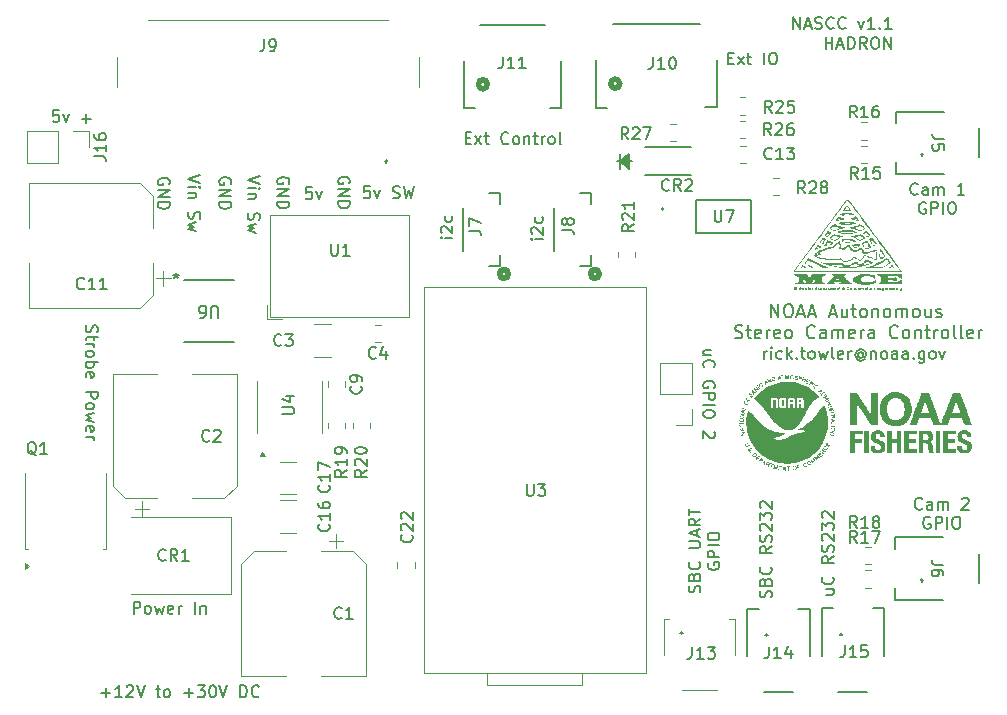
<source format=gto>
%TF.GenerationSoftware,KiCad,Pcbnew,9.0.4*%
%TF.CreationDate,2025-11-20T14:20:26-08:00*%
%TF.ProjectId,camera_controller,63616d65-7261-45f6-936f-6e74726f6c6c,1.0*%
%TF.SameCoordinates,Original*%
%TF.FileFunction,Legend,Top*%
%TF.FilePolarity,Positive*%
%FSLAX46Y46*%
G04 Gerber Fmt 4.6, Leading zero omitted, Abs format (unit mm)*
G04 Created by KiCad (PCBNEW 9.0.4) date 2025-11-20 14:20:26*
%MOMM*%
%LPD*%
G01*
G04 APERTURE LIST*
%ADD10C,0.127000*%
%ADD11C,0.200000*%
%ADD12C,0.150000*%
%ADD13C,0.152400*%
%ADD14C,0.120000*%
%ADD15C,0.100000*%
%ADD16C,0.508000*%
%ADD17C,0.000000*%
G04 APERTURE END LIST*
D10*
X23797837Y-28696015D02*
X23321647Y-28696015D01*
X23321647Y-28696015D02*
X23274028Y-29172205D01*
X23274028Y-29172205D02*
X23321647Y-29124586D01*
X23321647Y-29124586D02*
X23416885Y-29076967D01*
X23416885Y-29076967D02*
X23654980Y-29076967D01*
X23654980Y-29076967D02*
X23750218Y-29124586D01*
X23750218Y-29124586D02*
X23797837Y-29172205D01*
X23797837Y-29172205D02*
X23845456Y-29267443D01*
X23845456Y-29267443D02*
X23845456Y-29505538D01*
X23845456Y-29505538D02*
X23797837Y-29600776D01*
X23797837Y-29600776D02*
X23750218Y-29648396D01*
X23750218Y-29648396D02*
X23654980Y-29696015D01*
X23654980Y-29696015D02*
X23416885Y-29696015D01*
X23416885Y-29696015D02*
X23321647Y-29648396D01*
X23321647Y-29648396D02*
X23274028Y-29600776D01*
X24178790Y-29029348D02*
X24416885Y-29696015D01*
X24416885Y-29696015D02*
X24654980Y-29029348D01*
X88729348Y-69274781D02*
X89396015Y-69274781D01*
X88729348Y-69703352D02*
X89253157Y-69703352D01*
X89253157Y-69703352D02*
X89348396Y-69655733D01*
X89348396Y-69655733D02*
X89396015Y-69560495D01*
X89396015Y-69560495D02*
X89396015Y-69417638D01*
X89396015Y-69417638D02*
X89348396Y-69322400D01*
X89348396Y-69322400D02*
X89300776Y-69274781D01*
X89300776Y-68227162D02*
X89348396Y-68274781D01*
X89348396Y-68274781D02*
X89396015Y-68417638D01*
X89396015Y-68417638D02*
X89396015Y-68512876D01*
X89396015Y-68512876D02*
X89348396Y-68655733D01*
X89348396Y-68655733D02*
X89253157Y-68750971D01*
X89253157Y-68750971D02*
X89157919Y-68798590D01*
X89157919Y-68798590D02*
X88967443Y-68846209D01*
X88967443Y-68846209D02*
X88824586Y-68846209D01*
X88824586Y-68846209D02*
X88634110Y-68798590D01*
X88634110Y-68798590D02*
X88538872Y-68750971D01*
X88538872Y-68750971D02*
X88443634Y-68655733D01*
X88443634Y-68655733D02*
X88396015Y-68512876D01*
X88396015Y-68512876D02*
X88396015Y-68417638D01*
X88396015Y-68417638D02*
X88443634Y-68274781D01*
X88443634Y-68274781D02*
X88491253Y-68227162D01*
X89396015Y-66465257D02*
X88919824Y-66798590D01*
X89396015Y-67036685D02*
X88396015Y-67036685D01*
X88396015Y-67036685D02*
X88396015Y-66655733D01*
X88396015Y-66655733D02*
X88443634Y-66560495D01*
X88443634Y-66560495D02*
X88491253Y-66512876D01*
X88491253Y-66512876D02*
X88586491Y-66465257D01*
X88586491Y-66465257D02*
X88729348Y-66465257D01*
X88729348Y-66465257D02*
X88824586Y-66512876D01*
X88824586Y-66512876D02*
X88872205Y-66560495D01*
X88872205Y-66560495D02*
X88919824Y-66655733D01*
X88919824Y-66655733D02*
X88919824Y-67036685D01*
X89348396Y-66084304D02*
X89396015Y-65941447D01*
X89396015Y-65941447D02*
X89396015Y-65703352D01*
X89396015Y-65703352D02*
X89348396Y-65608114D01*
X89348396Y-65608114D02*
X89300776Y-65560495D01*
X89300776Y-65560495D02*
X89205538Y-65512876D01*
X89205538Y-65512876D02*
X89110300Y-65512876D01*
X89110300Y-65512876D02*
X89015062Y-65560495D01*
X89015062Y-65560495D02*
X88967443Y-65608114D01*
X88967443Y-65608114D02*
X88919824Y-65703352D01*
X88919824Y-65703352D02*
X88872205Y-65893828D01*
X88872205Y-65893828D02*
X88824586Y-65989066D01*
X88824586Y-65989066D02*
X88776967Y-66036685D01*
X88776967Y-66036685D02*
X88681729Y-66084304D01*
X88681729Y-66084304D02*
X88586491Y-66084304D01*
X88586491Y-66084304D02*
X88491253Y-66036685D01*
X88491253Y-66036685D02*
X88443634Y-65989066D01*
X88443634Y-65989066D02*
X88396015Y-65893828D01*
X88396015Y-65893828D02*
X88396015Y-65655733D01*
X88396015Y-65655733D02*
X88443634Y-65512876D01*
X88491253Y-65131923D02*
X88443634Y-65084304D01*
X88443634Y-65084304D02*
X88396015Y-64989066D01*
X88396015Y-64989066D02*
X88396015Y-64750971D01*
X88396015Y-64750971D02*
X88443634Y-64655733D01*
X88443634Y-64655733D02*
X88491253Y-64608114D01*
X88491253Y-64608114D02*
X88586491Y-64560495D01*
X88586491Y-64560495D02*
X88681729Y-64560495D01*
X88681729Y-64560495D02*
X88824586Y-64608114D01*
X88824586Y-64608114D02*
X89396015Y-65179542D01*
X89396015Y-65179542D02*
X89396015Y-64560495D01*
X88396015Y-64227161D02*
X88396015Y-63608114D01*
X88396015Y-63608114D02*
X88776967Y-63941447D01*
X88776967Y-63941447D02*
X88776967Y-63798590D01*
X88776967Y-63798590D02*
X88824586Y-63703352D01*
X88824586Y-63703352D02*
X88872205Y-63655733D01*
X88872205Y-63655733D02*
X88967443Y-63608114D01*
X88967443Y-63608114D02*
X89205538Y-63608114D01*
X89205538Y-63608114D02*
X89300776Y-63655733D01*
X89300776Y-63655733D02*
X89348396Y-63703352D01*
X89348396Y-63703352D02*
X89396015Y-63798590D01*
X89396015Y-63798590D02*
X89396015Y-64084304D01*
X89396015Y-64084304D02*
X89348396Y-64179542D01*
X89348396Y-64179542D02*
X89300776Y-64227161D01*
X88491253Y-63227161D02*
X88443634Y-63179542D01*
X88443634Y-63179542D02*
X88396015Y-63084304D01*
X88396015Y-63084304D02*
X88396015Y-62846209D01*
X88396015Y-62846209D02*
X88443634Y-62750971D01*
X88443634Y-62750971D02*
X88491253Y-62703352D01*
X88491253Y-62703352D02*
X88586491Y-62655733D01*
X88586491Y-62655733D02*
X88681729Y-62655733D01*
X88681729Y-62655733D02*
X88824586Y-62703352D01*
X88824586Y-62703352D02*
X89396015Y-63274780D01*
X89396015Y-63274780D02*
X89396015Y-62655733D01*
X27396647Y-78015062D02*
X28158552Y-78015062D01*
X27777599Y-78396015D02*
X27777599Y-77634110D01*
X29158551Y-78396015D02*
X28587123Y-78396015D01*
X28872837Y-78396015D02*
X28872837Y-77396015D01*
X28872837Y-77396015D02*
X28777599Y-77538872D01*
X28777599Y-77538872D02*
X28682361Y-77634110D01*
X28682361Y-77634110D02*
X28587123Y-77681729D01*
X29539504Y-77491253D02*
X29587123Y-77443634D01*
X29587123Y-77443634D02*
X29682361Y-77396015D01*
X29682361Y-77396015D02*
X29920456Y-77396015D01*
X29920456Y-77396015D02*
X30015694Y-77443634D01*
X30015694Y-77443634D02*
X30063313Y-77491253D01*
X30063313Y-77491253D02*
X30110932Y-77586491D01*
X30110932Y-77586491D02*
X30110932Y-77681729D01*
X30110932Y-77681729D02*
X30063313Y-77824586D01*
X30063313Y-77824586D02*
X29491885Y-78396015D01*
X29491885Y-78396015D02*
X30110932Y-78396015D01*
X30396647Y-77396015D02*
X30729980Y-78396015D01*
X30729980Y-78396015D02*
X31063313Y-77396015D01*
X32015695Y-77729348D02*
X32396647Y-77729348D01*
X32158552Y-77396015D02*
X32158552Y-78253157D01*
X32158552Y-78253157D02*
X32206171Y-78348396D01*
X32206171Y-78348396D02*
X32301409Y-78396015D01*
X32301409Y-78396015D02*
X32396647Y-78396015D01*
X32872838Y-78396015D02*
X32777600Y-78348396D01*
X32777600Y-78348396D02*
X32729981Y-78300776D01*
X32729981Y-78300776D02*
X32682362Y-78205538D01*
X32682362Y-78205538D02*
X32682362Y-77919824D01*
X32682362Y-77919824D02*
X32729981Y-77824586D01*
X32729981Y-77824586D02*
X32777600Y-77776967D01*
X32777600Y-77776967D02*
X32872838Y-77729348D01*
X32872838Y-77729348D02*
X33015695Y-77729348D01*
X33015695Y-77729348D02*
X33110933Y-77776967D01*
X33110933Y-77776967D02*
X33158552Y-77824586D01*
X33158552Y-77824586D02*
X33206171Y-77919824D01*
X33206171Y-77919824D02*
X33206171Y-78205538D01*
X33206171Y-78205538D02*
X33158552Y-78300776D01*
X33158552Y-78300776D02*
X33110933Y-78348396D01*
X33110933Y-78348396D02*
X33015695Y-78396015D01*
X33015695Y-78396015D02*
X32872838Y-78396015D01*
X34396648Y-78015062D02*
X35158553Y-78015062D01*
X34777600Y-78396015D02*
X34777600Y-77634110D01*
X35539505Y-77396015D02*
X36158552Y-77396015D01*
X36158552Y-77396015D02*
X35825219Y-77776967D01*
X35825219Y-77776967D02*
X35968076Y-77776967D01*
X35968076Y-77776967D02*
X36063314Y-77824586D01*
X36063314Y-77824586D02*
X36110933Y-77872205D01*
X36110933Y-77872205D02*
X36158552Y-77967443D01*
X36158552Y-77967443D02*
X36158552Y-78205538D01*
X36158552Y-78205538D02*
X36110933Y-78300776D01*
X36110933Y-78300776D02*
X36063314Y-78348396D01*
X36063314Y-78348396D02*
X35968076Y-78396015D01*
X35968076Y-78396015D02*
X35682362Y-78396015D01*
X35682362Y-78396015D02*
X35587124Y-78348396D01*
X35587124Y-78348396D02*
X35539505Y-78300776D01*
X36777600Y-77396015D02*
X36872838Y-77396015D01*
X36872838Y-77396015D02*
X36968076Y-77443634D01*
X36968076Y-77443634D02*
X37015695Y-77491253D01*
X37015695Y-77491253D02*
X37063314Y-77586491D01*
X37063314Y-77586491D02*
X37110933Y-77776967D01*
X37110933Y-77776967D02*
X37110933Y-78015062D01*
X37110933Y-78015062D02*
X37063314Y-78205538D01*
X37063314Y-78205538D02*
X37015695Y-78300776D01*
X37015695Y-78300776D02*
X36968076Y-78348396D01*
X36968076Y-78348396D02*
X36872838Y-78396015D01*
X36872838Y-78396015D02*
X36777600Y-78396015D01*
X36777600Y-78396015D02*
X36682362Y-78348396D01*
X36682362Y-78348396D02*
X36634743Y-78300776D01*
X36634743Y-78300776D02*
X36587124Y-78205538D01*
X36587124Y-78205538D02*
X36539505Y-78015062D01*
X36539505Y-78015062D02*
X36539505Y-77776967D01*
X36539505Y-77776967D02*
X36587124Y-77586491D01*
X36587124Y-77586491D02*
X36634743Y-77491253D01*
X36634743Y-77491253D02*
X36682362Y-77443634D01*
X36682362Y-77443634D02*
X36777600Y-77396015D01*
X37396648Y-77396015D02*
X37729981Y-78396015D01*
X37729981Y-78396015D02*
X38063314Y-77396015D01*
X39158553Y-78396015D02*
X39158553Y-77396015D01*
X39158553Y-77396015D02*
X39396648Y-77396015D01*
X39396648Y-77396015D02*
X39539505Y-77443634D01*
X39539505Y-77443634D02*
X39634743Y-77538872D01*
X39634743Y-77538872D02*
X39682362Y-77634110D01*
X39682362Y-77634110D02*
X39729981Y-77824586D01*
X39729981Y-77824586D02*
X39729981Y-77967443D01*
X39729981Y-77967443D02*
X39682362Y-78157919D01*
X39682362Y-78157919D02*
X39634743Y-78253157D01*
X39634743Y-78253157D02*
X39539505Y-78348396D01*
X39539505Y-78348396D02*
X39396648Y-78396015D01*
X39396648Y-78396015D02*
X39158553Y-78396015D01*
X40729981Y-78300776D02*
X40682362Y-78348396D01*
X40682362Y-78348396D02*
X40539505Y-78396015D01*
X40539505Y-78396015D02*
X40444267Y-78396015D01*
X40444267Y-78396015D02*
X40301410Y-78348396D01*
X40301410Y-78348396D02*
X40206172Y-78253157D01*
X40206172Y-78253157D02*
X40158553Y-78157919D01*
X40158553Y-78157919D02*
X40110934Y-77967443D01*
X40110934Y-77967443D02*
X40110934Y-77824586D01*
X40110934Y-77824586D02*
X40158553Y-77634110D01*
X40158553Y-77634110D02*
X40206172Y-77538872D01*
X40206172Y-77538872D02*
X40301410Y-77443634D01*
X40301410Y-77443634D02*
X40444267Y-77396015D01*
X40444267Y-77396015D02*
X40539505Y-77396015D01*
X40539505Y-77396015D02*
X40682362Y-77443634D01*
X40682362Y-77443634D02*
X40729981Y-77491253D01*
D11*
X81041101Y-47952600D02*
X81198244Y-48004980D01*
X81198244Y-48004980D02*
X81460149Y-48004980D01*
X81460149Y-48004980D02*
X81564911Y-47952600D01*
X81564911Y-47952600D02*
X81617292Y-47900219D01*
X81617292Y-47900219D02*
X81669673Y-47795457D01*
X81669673Y-47795457D02*
X81669673Y-47690695D01*
X81669673Y-47690695D02*
X81617292Y-47585933D01*
X81617292Y-47585933D02*
X81564911Y-47533552D01*
X81564911Y-47533552D02*
X81460149Y-47481171D01*
X81460149Y-47481171D02*
X81250625Y-47428790D01*
X81250625Y-47428790D02*
X81145863Y-47376409D01*
X81145863Y-47376409D02*
X81093482Y-47324028D01*
X81093482Y-47324028D02*
X81041101Y-47219266D01*
X81041101Y-47219266D02*
X81041101Y-47114504D01*
X81041101Y-47114504D02*
X81093482Y-47009742D01*
X81093482Y-47009742D02*
X81145863Y-46957361D01*
X81145863Y-46957361D02*
X81250625Y-46904980D01*
X81250625Y-46904980D02*
X81512530Y-46904980D01*
X81512530Y-46904980D02*
X81669673Y-46957361D01*
X81983958Y-47271647D02*
X82403006Y-47271647D01*
X82141101Y-46904980D02*
X82141101Y-47847838D01*
X82141101Y-47847838D02*
X82193482Y-47952600D01*
X82193482Y-47952600D02*
X82298244Y-48004980D01*
X82298244Y-48004980D02*
X82403006Y-48004980D01*
X83188720Y-47952600D02*
X83083958Y-48004980D01*
X83083958Y-48004980D02*
X82874434Y-48004980D01*
X82874434Y-48004980D02*
X82769672Y-47952600D01*
X82769672Y-47952600D02*
X82717291Y-47847838D01*
X82717291Y-47847838D02*
X82717291Y-47428790D01*
X82717291Y-47428790D02*
X82769672Y-47324028D01*
X82769672Y-47324028D02*
X82874434Y-47271647D01*
X82874434Y-47271647D02*
X83083958Y-47271647D01*
X83083958Y-47271647D02*
X83188720Y-47324028D01*
X83188720Y-47324028D02*
X83241101Y-47428790D01*
X83241101Y-47428790D02*
X83241101Y-47533552D01*
X83241101Y-47533552D02*
X82717291Y-47638314D01*
X83712529Y-48004980D02*
X83712529Y-47271647D01*
X83712529Y-47481171D02*
X83764910Y-47376409D01*
X83764910Y-47376409D02*
X83817291Y-47324028D01*
X83817291Y-47324028D02*
X83922053Y-47271647D01*
X83922053Y-47271647D02*
X84026815Y-47271647D01*
X84812529Y-47952600D02*
X84707767Y-48004980D01*
X84707767Y-48004980D02*
X84498243Y-48004980D01*
X84498243Y-48004980D02*
X84393481Y-47952600D01*
X84393481Y-47952600D02*
X84341100Y-47847838D01*
X84341100Y-47847838D02*
X84341100Y-47428790D01*
X84341100Y-47428790D02*
X84393481Y-47324028D01*
X84393481Y-47324028D02*
X84498243Y-47271647D01*
X84498243Y-47271647D02*
X84707767Y-47271647D01*
X84707767Y-47271647D02*
X84812529Y-47324028D01*
X84812529Y-47324028D02*
X84864910Y-47428790D01*
X84864910Y-47428790D02*
X84864910Y-47533552D01*
X84864910Y-47533552D02*
X84341100Y-47638314D01*
X85493481Y-48004980D02*
X85388719Y-47952600D01*
X85388719Y-47952600D02*
X85336338Y-47900219D01*
X85336338Y-47900219D02*
X85283957Y-47795457D01*
X85283957Y-47795457D02*
X85283957Y-47481171D01*
X85283957Y-47481171D02*
X85336338Y-47376409D01*
X85336338Y-47376409D02*
X85388719Y-47324028D01*
X85388719Y-47324028D02*
X85493481Y-47271647D01*
X85493481Y-47271647D02*
X85650624Y-47271647D01*
X85650624Y-47271647D02*
X85755386Y-47324028D01*
X85755386Y-47324028D02*
X85807767Y-47376409D01*
X85807767Y-47376409D02*
X85860148Y-47481171D01*
X85860148Y-47481171D02*
X85860148Y-47795457D01*
X85860148Y-47795457D02*
X85807767Y-47900219D01*
X85807767Y-47900219D02*
X85755386Y-47952600D01*
X85755386Y-47952600D02*
X85650624Y-48004980D01*
X85650624Y-48004980D02*
X85493481Y-48004980D01*
X87798243Y-47900219D02*
X87745862Y-47952600D01*
X87745862Y-47952600D02*
X87588719Y-48004980D01*
X87588719Y-48004980D02*
X87483957Y-48004980D01*
X87483957Y-48004980D02*
X87326814Y-47952600D01*
X87326814Y-47952600D02*
X87222052Y-47847838D01*
X87222052Y-47847838D02*
X87169671Y-47743076D01*
X87169671Y-47743076D02*
X87117290Y-47533552D01*
X87117290Y-47533552D02*
X87117290Y-47376409D01*
X87117290Y-47376409D02*
X87169671Y-47166885D01*
X87169671Y-47166885D02*
X87222052Y-47062123D01*
X87222052Y-47062123D02*
X87326814Y-46957361D01*
X87326814Y-46957361D02*
X87483957Y-46904980D01*
X87483957Y-46904980D02*
X87588719Y-46904980D01*
X87588719Y-46904980D02*
X87745862Y-46957361D01*
X87745862Y-46957361D02*
X87798243Y-47009742D01*
X88741100Y-48004980D02*
X88741100Y-47428790D01*
X88741100Y-47428790D02*
X88688719Y-47324028D01*
X88688719Y-47324028D02*
X88583957Y-47271647D01*
X88583957Y-47271647D02*
X88374433Y-47271647D01*
X88374433Y-47271647D02*
X88269671Y-47324028D01*
X88741100Y-47952600D02*
X88636338Y-48004980D01*
X88636338Y-48004980D02*
X88374433Y-48004980D01*
X88374433Y-48004980D02*
X88269671Y-47952600D01*
X88269671Y-47952600D02*
X88217290Y-47847838D01*
X88217290Y-47847838D02*
X88217290Y-47743076D01*
X88217290Y-47743076D02*
X88269671Y-47638314D01*
X88269671Y-47638314D02*
X88374433Y-47585933D01*
X88374433Y-47585933D02*
X88636338Y-47585933D01*
X88636338Y-47585933D02*
X88741100Y-47533552D01*
X89264909Y-48004980D02*
X89264909Y-47271647D01*
X89264909Y-47376409D02*
X89317290Y-47324028D01*
X89317290Y-47324028D02*
X89422052Y-47271647D01*
X89422052Y-47271647D02*
X89579195Y-47271647D01*
X89579195Y-47271647D02*
X89683957Y-47324028D01*
X89683957Y-47324028D02*
X89736338Y-47428790D01*
X89736338Y-47428790D02*
X89736338Y-48004980D01*
X89736338Y-47428790D02*
X89788719Y-47324028D01*
X89788719Y-47324028D02*
X89893481Y-47271647D01*
X89893481Y-47271647D02*
X90050624Y-47271647D01*
X90050624Y-47271647D02*
X90155385Y-47324028D01*
X90155385Y-47324028D02*
X90207766Y-47428790D01*
X90207766Y-47428790D02*
X90207766Y-48004980D01*
X91150624Y-47952600D02*
X91045862Y-48004980D01*
X91045862Y-48004980D02*
X90836338Y-48004980D01*
X90836338Y-48004980D02*
X90731576Y-47952600D01*
X90731576Y-47952600D02*
X90679195Y-47847838D01*
X90679195Y-47847838D02*
X90679195Y-47428790D01*
X90679195Y-47428790D02*
X90731576Y-47324028D01*
X90731576Y-47324028D02*
X90836338Y-47271647D01*
X90836338Y-47271647D02*
X91045862Y-47271647D01*
X91045862Y-47271647D02*
X91150624Y-47324028D01*
X91150624Y-47324028D02*
X91203005Y-47428790D01*
X91203005Y-47428790D02*
X91203005Y-47533552D01*
X91203005Y-47533552D02*
X90679195Y-47638314D01*
X91674433Y-48004980D02*
X91674433Y-47271647D01*
X91674433Y-47481171D02*
X91726814Y-47376409D01*
X91726814Y-47376409D02*
X91779195Y-47324028D01*
X91779195Y-47324028D02*
X91883957Y-47271647D01*
X91883957Y-47271647D02*
X91988719Y-47271647D01*
X92826814Y-48004980D02*
X92826814Y-47428790D01*
X92826814Y-47428790D02*
X92774433Y-47324028D01*
X92774433Y-47324028D02*
X92669671Y-47271647D01*
X92669671Y-47271647D02*
X92460147Y-47271647D01*
X92460147Y-47271647D02*
X92355385Y-47324028D01*
X92826814Y-47952600D02*
X92722052Y-48004980D01*
X92722052Y-48004980D02*
X92460147Y-48004980D01*
X92460147Y-48004980D02*
X92355385Y-47952600D01*
X92355385Y-47952600D02*
X92303004Y-47847838D01*
X92303004Y-47847838D02*
X92303004Y-47743076D01*
X92303004Y-47743076D02*
X92355385Y-47638314D01*
X92355385Y-47638314D02*
X92460147Y-47585933D01*
X92460147Y-47585933D02*
X92722052Y-47585933D01*
X92722052Y-47585933D02*
X92826814Y-47533552D01*
X94817290Y-47900219D02*
X94764909Y-47952600D01*
X94764909Y-47952600D02*
X94607766Y-48004980D01*
X94607766Y-48004980D02*
X94503004Y-48004980D01*
X94503004Y-48004980D02*
X94345861Y-47952600D01*
X94345861Y-47952600D02*
X94241099Y-47847838D01*
X94241099Y-47847838D02*
X94188718Y-47743076D01*
X94188718Y-47743076D02*
X94136337Y-47533552D01*
X94136337Y-47533552D02*
X94136337Y-47376409D01*
X94136337Y-47376409D02*
X94188718Y-47166885D01*
X94188718Y-47166885D02*
X94241099Y-47062123D01*
X94241099Y-47062123D02*
X94345861Y-46957361D01*
X94345861Y-46957361D02*
X94503004Y-46904980D01*
X94503004Y-46904980D02*
X94607766Y-46904980D01*
X94607766Y-46904980D02*
X94764909Y-46957361D01*
X94764909Y-46957361D02*
X94817290Y-47009742D01*
X95445861Y-48004980D02*
X95341099Y-47952600D01*
X95341099Y-47952600D02*
X95288718Y-47900219D01*
X95288718Y-47900219D02*
X95236337Y-47795457D01*
X95236337Y-47795457D02*
X95236337Y-47481171D01*
X95236337Y-47481171D02*
X95288718Y-47376409D01*
X95288718Y-47376409D02*
X95341099Y-47324028D01*
X95341099Y-47324028D02*
X95445861Y-47271647D01*
X95445861Y-47271647D02*
X95603004Y-47271647D01*
X95603004Y-47271647D02*
X95707766Y-47324028D01*
X95707766Y-47324028D02*
X95760147Y-47376409D01*
X95760147Y-47376409D02*
X95812528Y-47481171D01*
X95812528Y-47481171D02*
X95812528Y-47795457D01*
X95812528Y-47795457D02*
X95760147Y-47900219D01*
X95760147Y-47900219D02*
X95707766Y-47952600D01*
X95707766Y-47952600D02*
X95603004Y-48004980D01*
X95603004Y-48004980D02*
X95445861Y-48004980D01*
X96283956Y-47271647D02*
X96283956Y-48004980D01*
X96283956Y-47376409D02*
X96336337Y-47324028D01*
X96336337Y-47324028D02*
X96441099Y-47271647D01*
X96441099Y-47271647D02*
X96598242Y-47271647D01*
X96598242Y-47271647D02*
X96703004Y-47324028D01*
X96703004Y-47324028D02*
X96755385Y-47428790D01*
X96755385Y-47428790D02*
X96755385Y-48004980D01*
X97122051Y-47271647D02*
X97541099Y-47271647D01*
X97279194Y-46904980D02*
X97279194Y-47847838D01*
X97279194Y-47847838D02*
X97331575Y-47952600D01*
X97331575Y-47952600D02*
X97436337Y-48004980D01*
X97436337Y-48004980D02*
X97541099Y-48004980D01*
X97907765Y-48004980D02*
X97907765Y-47271647D01*
X97907765Y-47481171D02*
X97960146Y-47376409D01*
X97960146Y-47376409D02*
X98012527Y-47324028D01*
X98012527Y-47324028D02*
X98117289Y-47271647D01*
X98117289Y-47271647D02*
X98222051Y-47271647D01*
X98745860Y-48004980D02*
X98641098Y-47952600D01*
X98641098Y-47952600D02*
X98588717Y-47900219D01*
X98588717Y-47900219D02*
X98536336Y-47795457D01*
X98536336Y-47795457D02*
X98536336Y-47481171D01*
X98536336Y-47481171D02*
X98588717Y-47376409D01*
X98588717Y-47376409D02*
X98641098Y-47324028D01*
X98641098Y-47324028D02*
X98745860Y-47271647D01*
X98745860Y-47271647D02*
X98903003Y-47271647D01*
X98903003Y-47271647D02*
X99007765Y-47324028D01*
X99007765Y-47324028D02*
X99060146Y-47376409D01*
X99060146Y-47376409D02*
X99112527Y-47481171D01*
X99112527Y-47481171D02*
X99112527Y-47795457D01*
X99112527Y-47795457D02*
X99060146Y-47900219D01*
X99060146Y-47900219D02*
X99007765Y-47952600D01*
X99007765Y-47952600D02*
X98903003Y-48004980D01*
X98903003Y-48004980D02*
X98745860Y-48004980D01*
X99741098Y-48004980D02*
X99636336Y-47952600D01*
X99636336Y-47952600D02*
X99583955Y-47847838D01*
X99583955Y-47847838D02*
X99583955Y-46904980D01*
X100317288Y-48004980D02*
X100212526Y-47952600D01*
X100212526Y-47952600D02*
X100160145Y-47847838D01*
X100160145Y-47847838D02*
X100160145Y-46904980D01*
X101155383Y-47952600D02*
X101050621Y-48004980D01*
X101050621Y-48004980D02*
X100841097Y-48004980D01*
X100841097Y-48004980D02*
X100736335Y-47952600D01*
X100736335Y-47952600D02*
X100683954Y-47847838D01*
X100683954Y-47847838D02*
X100683954Y-47428790D01*
X100683954Y-47428790D02*
X100736335Y-47324028D01*
X100736335Y-47324028D02*
X100841097Y-47271647D01*
X100841097Y-47271647D02*
X101050621Y-47271647D01*
X101050621Y-47271647D02*
X101155383Y-47324028D01*
X101155383Y-47324028D02*
X101207764Y-47428790D01*
X101207764Y-47428790D02*
X101207764Y-47533552D01*
X101207764Y-47533552D02*
X100683954Y-47638314D01*
X101679192Y-48004980D02*
X101679192Y-47271647D01*
X101679192Y-47481171D02*
X101731573Y-47376409D01*
X101731573Y-47376409D02*
X101783954Y-47324028D01*
X101783954Y-47324028D02*
X101888716Y-47271647D01*
X101888716Y-47271647D02*
X101993478Y-47271647D01*
D10*
X83496647Y-49746015D02*
X83496647Y-49079348D01*
X83496647Y-49269824D02*
X83544266Y-49174586D01*
X83544266Y-49174586D02*
X83591885Y-49126967D01*
X83591885Y-49126967D02*
X83687123Y-49079348D01*
X83687123Y-49079348D02*
X83782361Y-49079348D01*
X84115695Y-49746015D02*
X84115695Y-49079348D01*
X84115695Y-48746015D02*
X84068076Y-48793634D01*
X84068076Y-48793634D02*
X84115695Y-48841253D01*
X84115695Y-48841253D02*
X84163314Y-48793634D01*
X84163314Y-48793634D02*
X84115695Y-48746015D01*
X84115695Y-48746015D02*
X84115695Y-48841253D01*
X85020456Y-49698396D02*
X84925218Y-49746015D01*
X84925218Y-49746015D02*
X84734742Y-49746015D01*
X84734742Y-49746015D02*
X84639504Y-49698396D01*
X84639504Y-49698396D02*
X84591885Y-49650776D01*
X84591885Y-49650776D02*
X84544266Y-49555538D01*
X84544266Y-49555538D02*
X84544266Y-49269824D01*
X84544266Y-49269824D02*
X84591885Y-49174586D01*
X84591885Y-49174586D02*
X84639504Y-49126967D01*
X84639504Y-49126967D02*
X84734742Y-49079348D01*
X84734742Y-49079348D02*
X84925218Y-49079348D01*
X84925218Y-49079348D02*
X85020456Y-49126967D01*
X85449028Y-49746015D02*
X85449028Y-48746015D01*
X85544266Y-49365062D02*
X85829980Y-49746015D01*
X85829980Y-49079348D02*
X85449028Y-49460300D01*
X86258552Y-49650776D02*
X86306171Y-49698396D01*
X86306171Y-49698396D02*
X86258552Y-49746015D01*
X86258552Y-49746015D02*
X86210933Y-49698396D01*
X86210933Y-49698396D02*
X86258552Y-49650776D01*
X86258552Y-49650776D02*
X86258552Y-49746015D01*
X86591885Y-49079348D02*
X86972837Y-49079348D01*
X86734742Y-48746015D02*
X86734742Y-49603157D01*
X86734742Y-49603157D02*
X86782361Y-49698396D01*
X86782361Y-49698396D02*
X86877599Y-49746015D01*
X86877599Y-49746015D02*
X86972837Y-49746015D01*
X87449028Y-49746015D02*
X87353790Y-49698396D01*
X87353790Y-49698396D02*
X87306171Y-49650776D01*
X87306171Y-49650776D02*
X87258552Y-49555538D01*
X87258552Y-49555538D02*
X87258552Y-49269824D01*
X87258552Y-49269824D02*
X87306171Y-49174586D01*
X87306171Y-49174586D02*
X87353790Y-49126967D01*
X87353790Y-49126967D02*
X87449028Y-49079348D01*
X87449028Y-49079348D02*
X87591885Y-49079348D01*
X87591885Y-49079348D02*
X87687123Y-49126967D01*
X87687123Y-49126967D02*
X87734742Y-49174586D01*
X87734742Y-49174586D02*
X87782361Y-49269824D01*
X87782361Y-49269824D02*
X87782361Y-49555538D01*
X87782361Y-49555538D02*
X87734742Y-49650776D01*
X87734742Y-49650776D02*
X87687123Y-49698396D01*
X87687123Y-49698396D02*
X87591885Y-49746015D01*
X87591885Y-49746015D02*
X87449028Y-49746015D01*
X88115695Y-49079348D02*
X88306171Y-49746015D01*
X88306171Y-49746015D02*
X88496647Y-49269824D01*
X88496647Y-49269824D02*
X88687123Y-49746015D01*
X88687123Y-49746015D02*
X88877599Y-49079348D01*
X89401409Y-49746015D02*
X89306171Y-49698396D01*
X89306171Y-49698396D02*
X89258552Y-49603157D01*
X89258552Y-49603157D02*
X89258552Y-48746015D01*
X90163314Y-49698396D02*
X90068076Y-49746015D01*
X90068076Y-49746015D02*
X89877600Y-49746015D01*
X89877600Y-49746015D02*
X89782362Y-49698396D01*
X89782362Y-49698396D02*
X89734743Y-49603157D01*
X89734743Y-49603157D02*
X89734743Y-49222205D01*
X89734743Y-49222205D02*
X89782362Y-49126967D01*
X89782362Y-49126967D02*
X89877600Y-49079348D01*
X89877600Y-49079348D02*
X90068076Y-49079348D01*
X90068076Y-49079348D02*
X90163314Y-49126967D01*
X90163314Y-49126967D02*
X90210933Y-49222205D01*
X90210933Y-49222205D02*
X90210933Y-49317443D01*
X90210933Y-49317443D02*
X89734743Y-49412681D01*
X90639505Y-49746015D02*
X90639505Y-49079348D01*
X90639505Y-49269824D02*
X90687124Y-49174586D01*
X90687124Y-49174586D02*
X90734743Y-49126967D01*
X90734743Y-49126967D02*
X90829981Y-49079348D01*
X90829981Y-49079348D02*
X90925219Y-49079348D01*
X91877600Y-49269824D02*
X91829981Y-49222205D01*
X91829981Y-49222205D02*
X91734743Y-49174586D01*
X91734743Y-49174586D02*
X91639505Y-49174586D01*
X91639505Y-49174586D02*
X91544267Y-49222205D01*
X91544267Y-49222205D02*
X91496648Y-49269824D01*
X91496648Y-49269824D02*
X91449029Y-49365062D01*
X91449029Y-49365062D02*
X91449029Y-49460300D01*
X91449029Y-49460300D02*
X91496648Y-49555538D01*
X91496648Y-49555538D02*
X91544267Y-49603157D01*
X91544267Y-49603157D02*
X91639505Y-49650776D01*
X91639505Y-49650776D02*
X91734743Y-49650776D01*
X91734743Y-49650776D02*
X91829981Y-49603157D01*
X91829981Y-49603157D02*
X91877600Y-49555538D01*
X91877600Y-49174586D02*
X91877600Y-49555538D01*
X91877600Y-49555538D02*
X91925219Y-49603157D01*
X91925219Y-49603157D02*
X91972838Y-49603157D01*
X91972838Y-49603157D02*
X92068077Y-49555538D01*
X92068077Y-49555538D02*
X92115696Y-49460300D01*
X92115696Y-49460300D02*
X92115696Y-49222205D01*
X92115696Y-49222205D02*
X92020458Y-49079348D01*
X92020458Y-49079348D02*
X91877600Y-48984110D01*
X91877600Y-48984110D02*
X91687124Y-48936491D01*
X91687124Y-48936491D02*
X91496648Y-48984110D01*
X91496648Y-48984110D02*
X91353791Y-49079348D01*
X91353791Y-49079348D02*
X91258553Y-49222205D01*
X91258553Y-49222205D02*
X91210934Y-49412681D01*
X91210934Y-49412681D02*
X91258553Y-49603157D01*
X91258553Y-49603157D02*
X91353791Y-49746015D01*
X91353791Y-49746015D02*
X91496648Y-49841253D01*
X91496648Y-49841253D02*
X91687124Y-49888872D01*
X91687124Y-49888872D02*
X91877600Y-49841253D01*
X91877600Y-49841253D02*
X92020458Y-49746015D01*
X92544267Y-49079348D02*
X92544267Y-49746015D01*
X92544267Y-49174586D02*
X92591886Y-49126967D01*
X92591886Y-49126967D02*
X92687124Y-49079348D01*
X92687124Y-49079348D02*
X92829981Y-49079348D01*
X92829981Y-49079348D02*
X92925219Y-49126967D01*
X92925219Y-49126967D02*
X92972838Y-49222205D01*
X92972838Y-49222205D02*
X92972838Y-49746015D01*
X93591886Y-49746015D02*
X93496648Y-49698396D01*
X93496648Y-49698396D02*
X93449029Y-49650776D01*
X93449029Y-49650776D02*
X93401410Y-49555538D01*
X93401410Y-49555538D02*
X93401410Y-49269824D01*
X93401410Y-49269824D02*
X93449029Y-49174586D01*
X93449029Y-49174586D02*
X93496648Y-49126967D01*
X93496648Y-49126967D02*
X93591886Y-49079348D01*
X93591886Y-49079348D02*
X93734743Y-49079348D01*
X93734743Y-49079348D02*
X93829981Y-49126967D01*
X93829981Y-49126967D02*
X93877600Y-49174586D01*
X93877600Y-49174586D02*
X93925219Y-49269824D01*
X93925219Y-49269824D02*
X93925219Y-49555538D01*
X93925219Y-49555538D02*
X93877600Y-49650776D01*
X93877600Y-49650776D02*
X93829981Y-49698396D01*
X93829981Y-49698396D02*
X93734743Y-49746015D01*
X93734743Y-49746015D02*
X93591886Y-49746015D01*
X94782362Y-49746015D02*
X94782362Y-49222205D01*
X94782362Y-49222205D02*
X94734743Y-49126967D01*
X94734743Y-49126967D02*
X94639505Y-49079348D01*
X94639505Y-49079348D02*
X94449029Y-49079348D01*
X94449029Y-49079348D02*
X94353791Y-49126967D01*
X94782362Y-49698396D02*
X94687124Y-49746015D01*
X94687124Y-49746015D02*
X94449029Y-49746015D01*
X94449029Y-49746015D02*
X94353791Y-49698396D01*
X94353791Y-49698396D02*
X94306172Y-49603157D01*
X94306172Y-49603157D02*
X94306172Y-49507919D01*
X94306172Y-49507919D02*
X94353791Y-49412681D01*
X94353791Y-49412681D02*
X94449029Y-49365062D01*
X94449029Y-49365062D02*
X94687124Y-49365062D01*
X94687124Y-49365062D02*
X94782362Y-49317443D01*
X95687124Y-49746015D02*
X95687124Y-49222205D01*
X95687124Y-49222205D02*
X95639505Y-49126967D01*
X95639505Y-49126967D02*
X95544267Y-49079348D01*
X95544267Y-49079348D02*
X95353791Y-49079348D01*
X95353791Y-49079348D02*
X95258553Y-49126967D01*
X95687124Y-49698396D02*
X95591886Y-49746015D01*
X95591886Y-49746015D02*
X95353791Y-49746015D01*
X95353791Y-49746015D02*
X95258553Y-49698396D01*
X95258553Y-49698396D02*
X95210934Y-49603157D01*
X95210934Y-49603157D02*
X95210934Y-49507919D01*
X95210934Y-49507919D02*
X95258553Y-49412681D01*
X95258553Y-49412681D02*
X95353791Y-49365062D01*
X95353791Y-49365062D02*
X95591886Y-49365062D01*
X95591886Y-49365062D02*
X95687124Y-49317443D01*
X96163315Y-49650776D02*
X96210934Y-49698396D01*
X96210934Y-49698396D02*
X96163315Y-49746015D01*
X96163315Y-49746015D02*
X96115696Y-49698396D01*
X96115696Y-49698396D02*
X96163315Y-49650776D01*
X96163315Y-49650776D02*
X96163315Y-49746015D01*
X97068076Y-49079348D02*
X97068076Y-49888872D01*
X97068076Y-49888872D02*
X97020457Y-49984110D01*
X97020457Y-49984110D02*
X96972838Y-50031729D01*
X96972838Y-50031729D02*
X96877600Y-50079348D01*
X96877600Y-50079348D02*
X96734743Y-50079348D01*
X96734743Y-50079348D02*
X96639505Y-50031729D01*
X97068076Y-49698396D02*
X96972838Y-49746015D01*
X96972838Y-49746015D02*
X96782362Y-49746015D01*
X96782362Y-49746015D02*
X96687124Y-49698396D01*
X96687124Y-49698396D02*
X96639505Y-49650776D01*
X96639505Y-49650776D02*
X96591886Y-49555538D01*
X96591886Y-49555538D02*
X96591886Y-49269824D01*
X96591886Y-49269824D02*
X96639505Y-49174586D01*
X96639505Y-49174586D02*
X96687124Y-49126967D01*
X96687124Y-49126967D02*
X96782362Y-49079348D01*
X96782362Y-49079348D02*
X96972838Y-49079348D01*
X96972838Y-49079348D02*
X97068076Y-49126967D01*
X97687124Y-49746015D02*
X97591886Y-49698396D01*
X97591886Y-49698396D02*
X97544267Y-49650776D01*
X97544267Y-49650776D02*
X97496648Y-49555538D01*
X97496648Y-49555538D02*
X97496648Y-49269824D01*
X97496648Y-49269824D02*
X97544267Y-49174586D01*
X97544267Y-49174586D02*
X97591886Y-49126967D01*
X97591886Y-49126967D02*
X97687124Y-49079348D01*
X97687124Y-49079348D02*
X97829981Y-49079348D01*
X97829981Y-49079348D02*
X97925219Y-49126967D01*
X97925219Y-49126967D02*
X97972838Y-49174586D01*
X97972838Y-49174586D02*
X98020457Y-49269824D01*
X98020457Y-49269824D02*
X98020457Y-49555538D01*
X98020457Y-49555538D02*
X97972838Y-49650776D01*
X97972838Y-49650776D02*
X97925219Y-49698396D01*
X97925219Y-49698396D02*
X97829981Y-49746015D01*
X97829981Y-49746015D02*
X97687124Y-49746015D01*
X98353791Y-49079348D02*
X98591886Y-49746015D01*
X98591886Y-49746015D02*
X98829981Y-49079348D01*
X35753984Y-34203790D02*
X34753984Y-34537123D01*
X34753984Y-34537123D02*
X35753984Y-34870456D01*
X34753984Y-35203790D02*
X35420651Y-35203790D01*
X35753984Y-35203790D02*
X35706365Y-35156171D01*
X35706365Y-35156171D02*
X35658746Y-35203790D01*
X35658746Y-35203790D02*
X35706365Y-35251409D01*
X35706365Y-35251409D02*
X35753984Y-35203790D01*
X35753984Y-35203790D02*
X35658746Y-35203790D01*
X35420651Y-35679980D02*
X34753984Y-35679980D01*
X35325413Y-35679980D02*
X35373032Y-35727599D01*
X35373032Y-35727599D02*
X35420651Y-35822837D01*
X35420651Y-35822837D02*
X35420651Y-35965694D01*
X35420651Y-35965694D02*
X35373032Y-36060932D01*
X35373032Y-36060932D02*
X35277794Y-36108551D01*
X35277794Y-36108551D02*
X34753984Y-36108551D01*
X34801604Y-37299028D02*
X34753984Y-37441885D01*
X34753984Y-37441885D02*
X34753984Y-37679980D01*
X34753984Y-37679980D02*
X34801604Y-37775218D01*
X34801604Y-37775218D02*
X34849223Y-37822837D01*
X34849223Y-37822837D02*
X34944461Y-37870456D01*
X34944461Y-37870456D02*
X35039699Y-37870456D01*
X35039699Y-37870456D02*
X35134937Y-37822837D01*
X35134937Y-37822837D02*
X35182556Y-37775218D01*
X35182556Y-37775218D02*
X35230175Y-37679980D01*
X35230175Y-37679980D02*
X35277794Y-37489504D01*
X35277794Y-37489504D02*
X35325413Y-37394266D01*
X35325413Y-37394266D02*
X35373032Y-37346647D01*
X35373032Y-37346647D02*
X35468270Y-37299028D01*
X35468270Y-37299028D02*
X35563508Y-37299028D01*
X35563508Y-37299028D02*
X35658746Y-37346647D01*
X35658746Y-37346647D02*
X35706365Y-37394266D01*
X35706365Y-37394266D02*
X35753984Y-37489504D01*
X35753984Y-37489504D02*
X35753984Y-37727599D01*
X35753984Y-37727599D02*
X35706365Y-37870456D01*
X35420651Y-38203790D02*
X34753984Y-38394266D01*
X34753984Y-38394266D02*
X35230175Y-38584742D01*
X35230175Y-38584742D02*
X34753984Y-38775218D01*
X34753984Y-38775218D02*
X35420651Y-38965694D01*
X78063452Y-69524999D02*
X78111071Y-69382142D01*
X78111071Y-69382142D02*
X78111071Y-69144047D01*
X78111071Y-69144047D02*
X78063452Y-69048809D01*
X78063452Y-69048809D02*
X78015832Y-69001190D01*
X78015832Y-69001190D02*
X77920594Y-68953571D01*
X77920594Y-68953571D02*
X77825356Y-68953571D01*
X77825356Y-68953571D02*
X77730118Y-69001190D01*
X77730118Y-69001190D02*
X77682499Y-69048809D01*
X77682499Y-69048809D02*
X77634880Y-69144047D01*
X77634880Y-69144047D02*
X77587261Y-69334523D01*
X77587261Y-69334523D02*
X77539642Y-69429761D01*
X77539642Y-69429761D02*
X77492023Y-69477380D01*
X77492023Y-69477380D02*
X77396785Y-69524999D01*
X77396785Y-69524999D02*
X77301547Y-69524999D01*
X77301547Y-69524999D02*
X77206309Y-69477380D01*
X77206309Y-69477380D02*
X77158690Y-69429761D01*
X77158690Y-69429761D02*
X77111071Y-69334523D01*
X77111071Y-69334523D02*
X77111071Y-69096428D01*
X77111071Y-69096428D02*
X77158690Y-68953571D01*
X77587261Y-68191666D02*
X77634880Y-68048809D01*
X77634880Y-68048809D02*
X77682499Y-68001190D01*
X77682499Y-68001190D02*
X77777737Y-67953571D01*
X77777737Y-67953571D02*
X77920594Y-67953571D01*
X77920594Y-67953571D02*
X78015832Y-68001190D01*
X78015832Y-68001190D02*
X78063452Y-68048809D01*
X78063452Y-68048809D02*
X78111071Y-68144047D01*
X78111071Y-68144047D02*
X78111071Y-68524999D01*
X78111071Y-68524999D02*
X77111071Y-68524999D01*
X77111071Y-68524999D02*
X77111071Y-68191666D01*
X77111071Y-68191666D02*
X77158690Y-68096428D01*
X77158690Y-68096428D02*
X77206309Y-68048809D01*
X77206309Y-68048809D02*
X77301547Y-68001190D01*
X77301547Y-68001190D02*
X77396785Y-68001190D01*
X77396785Y-68001190D02*
X77492023Y-68048809D01*
X77492023Y-68048809D02*
X77539642Y-68096428D01*
X77539642Y-68096428D02*
X77587261Y-68191666D01*
X77587261Y-68191666D02*
X77587261Y-68524999D01*
X78015832Y-66953571D02*
X78063452Y-67001190D01*
X78063452Y-67001190D02*
X78111071Y-67144047D01*
X78111071Y-67144047D02*
X78111071Y-67239285D01*
X78111071Y-67239285D02*
X78063452Y-67382142D01*
X78063452Y-67382142D02*
X77968213Y-67477380D01*
X77968213Y-67477380D02*
X77872975Y-67524999D01*
X77872975Y-67524999D02*
X77682499Y-67572618D01*
X77682499Y-67572618D02*
X77539642Y-67572618D01*
X77539642Y-67572618D02*
X77349166Y-67524999D01*
X77349166Y-67524999D02*
X77253928Y-67477380D01*
X77253928Y-67477380D02*
X77158690Y-67382142D01*
X77158690Y-67382142D02*
X77111071Y-67239285D01*
X77111071Y-67239285D02*
X77111071Y-67144047D01*
X77111071Y-67144047D02*
X77158690Y-67001190D01*
X77158690Y-67001190D02*
X77206309Y-66953571D01*
X77111071Y-65763094D02*
X77920594Y-65763094D01*
X77920594Y-65763094D02*
X78015832Y-65715475D01*
X78015832Y-65715475D02*
X78063452Y-65667856D01*
X78063452Y-65667856D02*
X78111071Y-65572618D01*
X78111071Y-65572618D02*
X78111071Y-65382142D01*
X78111071Y-65382142D02*
X78063452Y-65286904D01*
X78063452Y-65286904D02*
X78015832Y-65239285D01*
X78015832Y-65239285D02*
X77920594Y-65191666D01*
X77920594Y-65191666D02*
X77111071Y-65191666D01*
X77825356Y-64763094D02*
X77825356Y-64286904D01*
X78111071Y-64858332D02*
X77111071Y-64524999D01*
X77111071Y-64524999D02*
X78111071Y-64191666D01*
X78111071Y-63286904D02*
X77634880Y-63620237D01*
X78111071Y-63858332D02*
X77111071Y-63858332D01*
X77111071Y-63858332D02*
X77111071Y-63477380D01*
X77111071Y-63477380D02*
X77158690Y-63382142D01*
X77158690Y-63382142D02*
X77206309Y-63334523D01*
X77206309Y-63334523D02*
X77301547Y-63286904D01*
X77301547Y-63286904D02*
X77444404Y-63286904D01*
X77444404Y-63286904D02*
X77539642Y-63334523D01*
X77539642Y-63334523D02*
X77587261Y-63382142D01*
X77587261Y-63382142D02*
X77634880Y-63477380D01*
X77634880Y-63477380D02*
X77634880Y-63858332D01*
X77111071Y-63001189D02*
X77111071Y-62429761D01*
X78111071Y-62715475D02*
X77111071Y-62715475D01*
X78768634Y-67024999D02*
X78721015Y-67120237D01*
X78721015Y-67120237D02*
X78721015Y-67263094D01*
X78721015Y-67263094D02*
X78768634Y-67405951D01*
X78768634Y-67405951D02*
X78863872Y-67501189D01*
X78863872Y-67501189D02*
X78959110Y-67548808D01*
X78959110Y-67548808D02*
X79149586Y-67596427D01*
X79149586Y-67596427D02*
X79292443Y-67596427D01*
X79292443Y-67596427D02*
X79482919Y-67548808D01*
X79482919Y-67548808D02*
X79578157Y-67501189D01*
X79578157Y-67501189D02*
X79673396Y-67405951D01*
X79673396Y-67405951D02*
X79721015Y-67263094D01*
X79721015Y-67263094D02*
X79721015Y-67167856D01*
X79721015Y-67167856D02*
X79673396Y-67024999D01*
X79673396Y-67024999D02*
X79625776Y-66977380D01*
X79625776Y-66977380D02*
X79292443Y-66977380D01*
X79292443Y-66977380D02*
X79292443Y-67167856D01*
X79721015Y-66548808D02*
X78721015Y-66548808D01*
X78721015Y-66548808D02*
X78721015Y-66167856D01*
X78721015Y-66167856D02*
X78768634Y-66072618D01*
X78768634Y-66072618D02*
X78816253Y-66024999D01*
X78816253Y-66024999D02*
X78911491Y-65977380D01*
X78911491Y-65977380D02*
X79054348Y-65977380D01*
X79054348Y-65977380D02*
X79149586Y-66024999D01*
X79149586Y-66024999D02*
X79197205Y-66072618D01*
X79197205Y-66072618D02*
X79244824Y-66167856D01*
X79244824Y-66167856D02*
X79244824Y-66548808D01*
X79721015Y-65548808D02*
X78721015Y-65548808D01*
X78721015Y-64882142D02*
X78721015Y-64691666D01*
X78721015Y-64691666D02*
X78768634Y-64596428D01*
X78768634Y-64596428D02*
X78863872Y-64501190D01*
X78863872Y-64501190D02*
X79054348Y-64453571D01*
X79054348Y-64453571D02*
X79387681Y-64453571D01*
X79387681Y-64453571D02*
X79578157Y-64501190D01*
X79578157Y-64501190D02*
X79673396Y-64596428D01*
X79673396Y-64596428D02*
X79721015Y-64691666D01*
X79721015Y-64691666D02*
X79721015Y-64882142D01*
X79721015Y-64882142D02*
X79673396Y-64977380D01*
X79673396Y-64977380D02*
X79578157Y-65072618D01*
X79578157Y-65072618D02*
X79387681Y-65120237D01*
X79387681Y-65120237D02*
X79054348Y-65120237D01*
X79054348Y-65120237D02*
X78863872Y-65072618D01*
X78863872Y-65072618D02*
X78768634Y-64977380D01*
X78768634Y-64977380D02*
X78721015Y-64882142D01*
X79020651Y-49425218D02*
X78353984Y-49425218D01*
X79020651Y-48996647D02*
X78496842Y-48996647D01*
X78496842Y-48996647D02*
X78401604Y-49044266D01*
X78401604Y-49044266D02*
X78353984Y-49139504D01*
X78353984Y-49139504D02*
X78353984Y-49282361D01*
X78353984Y-49282361D02*
X78401604Y-49377599D01*
X78401604Y-49377599D02*
X78449223Y-49425218D01*
X78449223Y-50472837D02*
X78401604Y-50425218D01*
X78401604Y-50425218D02*
X78353984Y-50282361D01*
X78353984Y-50282361D02*
X78353984Y-50187123D01*
X78353984Y-50187123D02*
X78401604Y-50044266D01*
X78401604Y-50044266D02*
X78496842Y-49949028D01*
X78496842Y-49949028D02*
X78592080Y-49901409D01*
X78592080Y-49901409D02*
X78782556Y-49853790D01*
X78782556Y-49853790D02*
X78925413Y-49853790D01*
X78925413Y-49853790D02*
X79115889Y-49901409D01*
X79115889Y-49901409D02*
X79211127Y-49949028D01*
X79211127Y-49949028D02*
X79306365Y-50044266D01*
X79306365Y-50044266D02*
X79353984Y-50187123D01*
X79353984Y-50187123D02*
X79353984Y-50282361D01*
X79353984Y-50282361D02*
X79306365Y-50425218D01*
X79306365Y-50425218D02*
X79258746Y-50472837D01*
X79306365Y-52187123D02*
X79353984Y-52091885D01*
X79353984Y-52091885D02*
X79353984Y-51949028D01*
X79353984Y-51949028D02*
X79306365Y-51806171D01*
X79306365Y-51806171D02*
X79211127Y-51710933D01*
X79211127Y-51710933D02*
X79115889Y-51663314D01*
X79115889Y-51663314D02*
X78925413Y-51615695D01*
X78925413Y-51615695D02*
X78782556Y-51615695D01*
X78782556Y-51615695D02*
X78592080Y-51663314D01*
X78592080Y-51663314D02*
X78496842Y-51710933D01*
X78496842Y-51710933D02*
X78401604Y-51806171D01*
X78401604Y-51806171D02*
X78353984Y-51949028D01*
X78353984Y-51949028D02*
X78353984Y-52044266D01*
X78353984Y-52044266D02*
X78401604Y-52187123D01*
X78401604Y-52187123D02*
X78449223Y-52234742D01*
X78449223Y-52234742D02*
X78782556Y-52234742D01*
X78782556Y-52234742D02*
X78782556Y-52044266D01*
X78353984Y-52663314D02*
X79353984Y-52663314D01*
X79353984Y-52663314D02*
X79353984Y-53044266D01*
X79353984Y-53044266D02*
X79306365Y-53139504D01*
X79306365Y-53139504D02*
X79258746Y-53187123D01*
X79258746Y-53187123D02*
X79163508Y-53234742D01*
X79163508Y-53234742D02*
X79020651Y-53234742D01*
X79020651Y-53234742D02*
X78925413Y-53187123D01*
X78925413Y-53187123D02*
X78877794Y-53139504D01*
X78877794Y-53139504D02*
X78830175Y-53044266D01*
X78830175Y-53044266D02*
X78830175Y-52663314D01*
X78353984Y-53663314D02*
X79353984Y-53663314D01*
X79353984Y-54329980D02*
X79353984Y-54520456D01*
X79353984Y-54520456D02*
X79306365Y-54615694D01*
X79306365Y-54615694D02*
X79211127Y-54710932D01*
X79211127Y-54710932D02*
X79020651Y-54758551D01*
X79020651Y-54758551D02*
X78687318Y-54758551D01*
X78687318Y-54758551D02*
X78496842Y-54710932D01*
X78496842Y-54710932D02*
X78401604Y-54615694D01*
X78401604Y-54615694D02*
X78353984Y-54520456D01*
X78353984Y-54520456D02*
X78353984Y-54329980D01*
X78353984Y-54329980D02*
X78401604Y-54234742D01*
X78401604Y-54234742D02*
X78496842Y-54139504D01*
X78496842Y-54139504D02*
X78687318Y-54091885D01*
X78687318Y-54091885D02*
X79020651Y-54091885D01*
X79020651Y-54091885D02*
X79211127Y-54139504D01*
X79211127Y-54139504D02*
X79306365Y-54234742D01*
X79306365Y-54234742D02*
X79353984Y-54329980D01*
X79258746Y-55901409D02*
X79306365Y-55949028D01*
X79306365Y-55949028D02*
X79353984Y-56044266D01*
X79353984Y-56044266D02*
X79353984Y-56282361D01*
X79353984Y-56282361D02*
X79306365Y-56377599D01*
X79306365Y-56377599D02*
X79258746Y-56425218D01*
X79258746Y-56425218D02*
X79163508Y-56472837D01*
X79163508Y-56472837D02*
X79068270Y-56472837D01*
X79068270Y-56472837D02*
X78925413Y-56425218D01*
X78925413Y-56425218D02*
X78353984Y-55853790D01*
X78353984Y-55853790D02*
X78353984Y-56472837D01*
X30121647Y-71321015D02*
X30121647Y-70321015D01*
X30121647Y-70321015D02*
X30502599Y-70321015D01*
X30502599Y-70321015D02*
X30597837Y-70368634D01*
X30597837Y-70368634D02*
X30645456Y-70416253D01*
X30645456Y-70416253D02*
X30693075Y-70511491D01*
X30693075Y-70511491D02*
X30693075Y-70654348D01*
X30693075Y-70654348D02*
X30645456Y-70749586D01*
X30645456Y-70749586D02*
X30597837Y-70797205D01*
X30597837Y-70797205D02*
X30502599Y-70844824D01*
X30502599Y-70844824D02*
X30121647Y-70844824D01*
X31264504Y-71321015D02*
X31169266Y-71273396D01*
X31169266Y-71273396D02*
X31121647Y-71225776D01*
X31121647Y-71225776D02*
X31074028Y-71130538D01*
X31074028Y-71130538D02*
X31074028Y-70844824D01*
X31074028Y-70844824D02*
X31121647Y-70749586D01*
X31121647Y-70749586D02*
X31169266Y-70701967D01*
X31169266Y-70701967D02*
X31264504Y-70654348D01*
X31264504Y-70654348D02*
X31407361Y-70654348D01*
X31407361Y-70654348D02*
X31502599Y-70701967D01*
X31502599Y-70701967D02*
X31550218Y-70749586D01*
X31550218Y-70749586D02*
X31597837Y-70844824D01*
X31597837Y-70844824D02*
X31597837Y-71130538D01*
X31597837Y-71130538D02*
X31550218Y-71225776D01*
X31550218Y-71225776D02*
X31502599Y-71273396D01*
X31502599Y-71273396D02*
X31407361Y-71321015D01*
X31407361Y-71321015D02*
X31264504Y-71321015D01*
X31931171Y-70654348D02*
X32121647Y-71321015D01*
X32121647Y-71321015D02*
X32312123Y-70844824D01*
X32312123Y-70844824D02*
X32502599Y-71321015D01*
X32502599Y-71321015D02*
X32693075Y-70654348D01*
X33454980Y-71273396D02*
X33359742Y-71321015D01*
X33359742Y-71321015D02*
X33169266Y-71321015D01*
X33169266Y-71321015D02*
X33074028Y-71273396D01*
X33074028Y-71273396D02*
X33026409Y-71178157D01*
X33026409Y-71178157D02*
X33026409Y-70797205D01*
X33026409Y-70797205D02*
X33074028Y-70701967D01*
X33074028Y-70701967D02*
X33169266Y-70654348D01*
X33169266Y-70654348D02*
X33359742Y-70654348D01*
X33359742Y-70654348D02*
X33454980Y-70701967D01*
X33454980Y-70701967D02*
X33502599Y-70797205D01*
X33502599Y-70797205D02*
X33502599Y-70892443D01*
X33502599Y-70892443D02*
X33026409Y-70987681D01*
X33931171Y-71321015D02*
X33931171Y-70654348D01*
X33931171Y-70844824D02*
X33978790Y-70749586D01*
X33978790Y-70749586D02*
X34026409Y-70701967D01*
X34026409Y-70701967D02*
X34121647Y-70654348D01*
X34121647Y-70654348D02*
X34216885Y-70654348D01*
X35312124Y-71321015D02*
X35312124Y-70321015D01*
X35788314Y-70654348D02*
X35788314Y-71321015D01*
X35788314Y-70749586D02*
X35835933Y-70701967D01*
X35835933Y-70701967D02*
X35931171Y-70654348D01*
X35931171Y-70654348D02*
X36074028Y-70654348D01*
X36074028Y-70654348D02*
X36169266Y-70701967D01*
X36169266Y-70701967D02*
X36216885Y-70797205D01*
X36216885Y-70797205D02*
X36216885Y-71321015D01*
X57121015Y-39503352D02*
X56454348Y-39503352D01*
X56121015Y-39503352D02*
X56168634Y-39550971D01*
X56168634Y-39550971D02*
X56216253Y-39503352D01*
X56216253Y-39503352D02*
X56168634Y-39455733D01*
X56168634Y-39455733D02*
X56121015Y-39503352D01*
X56121015Y-39503352D02*
X56216253Y-39503352D01*
X56216253Y-39074781D02*
X56168634Y-39027162D01*
X56168634Y-39027162D02*
X56121015Y-38931924D01*
X56121015Y-38931924D02*
X56121015Y-38693829D01*
X56121015Y-38693829D02*
X56168634Y-38598591D01*
X56168634Y-38598591D02*
X56216253Y-38550972D01*
X56216253Y-38550972D02*
X56311491Y-38503353D01*
X56311491Y-38503353D02*
X56406729Y-38503353D01*
X56406729Y-38503353D02*
X56549586Y-38550972D01*
X56549586Y-38550972D02*
X57121015Y-39122400D01*
X57121015Y-39122400D02*
X57121015Y-38503353D01*
X57073396Y-37646210D02*
X57121015Y-37741448D01*
X57121015Y-37741448D02*
X57121015Y-37931924D01*
X57121015Y-37931924D02*
X57073396Y-38027162D01*
X57073396Y-38027162D02*
X57025776Y-38074781D01*
X57025776Y-38074781D02*
X56930538Y-38122400D01*
X56930538Y-38122400D02*
X56644824Y-38122400D01*
X56644824Y-38122400D02*
X56549586Y-38074781D01*
X56549586Y-38074781D02*
X56501967Y-38027162D01*
X56501967Y-38027162D02*
X56454348Y-37931924D01*
X56454348Y-37931924D02*
X56454348Y-37741448D01*
X56454348Y-37741448D02*
X56501967Y-37646210D01*
X40803984Y-34303790D02*
X39803984Y-34637123D01*
X39803984Y-34637123D02*
X40803984Y-34970456D01*
X39803984Y-35303790D02*
X40470651Y-35303790D01*
X40803984Y-35303790D02*
X40756365Y-35256171D01*
X40756365Y-35256171D02*
X40708746Y-35303790D01*
X40708746Y-35303790D02*
X40756365Y-35351409D01*
X40756365Y-35351409D02*
X40803984Y-35303790D01*
X40803984Y-35303790D02*
X40708746Y-35303790D01*
X40470651Y-35779980D02*
X39803984Y-35779980D01*
X40375413Y-35779980D02*
X40423032Y-35827599D01*
X40423032Y-35827599D02*
X40470651Y-35922837D01*
X40470651Y-35922837D02*
X40470651Y-36065694D01*
X40470651Y-36065694D02*
X40423032Y-36160932D01*
X40423032Y-36160932D02*
X40327794Y-36208551D01*
X40327794Y-36208551D02*
X39803984Y-36208551D01*
X39851604Y-37399028D02*
X39803984Y-37541885D01*
X39803984Y-37541885D02*
X39803984Y-37779980D01*
X39803984Y-37779980D02*
X39851604Y-37875218D01*
X39851604Y-37875218D02*
X39899223Y-37922837D01*
X39899223Y-37922837D02*
X39994461Y-37970456D01*
X39994461Y-37970456D02*
X40089699Y-37970456D01*
X40089699Y-37970456D02*
X40184937Y-37922837D01*
X40184937Y-37922837D02*
X40232556Y-37875218D01*
X40232556Y-37875218D02*
X40280175Y-37779980D01*
X40280175Y-37779980D02*
X40327794Y-37589504D01*
X40327794Y-37589504D02*
X40375413Y-37494266D01*
X40375413Y-37494266D02*
X40423032Y-37446647D01*
X40423032Y-37446647D02*
X40518270Y-37399028D01*
X40518270Y-37399028D02*
X40613508Y-37399028D01*
X40613508Y-37399028D02*
X40708746Y-37446647D01*
X40708746Y-37446647D02*
X40756365Y-37494266D01*
X40756365Y-37494266D02*
X40803984Y-37589504D01*
X40803984Y-37589504D02*
X40803984Y-37827599D01*
X40803984Y-37827599D02*
X40756365Y-37970456D01*
X40470651Y-38303790D02*
X39803984Y-38494266D01*
X39803984Y-38494266D02*
X40280175Y-38684742D01*
X40280175Y-38684742D02*
X39803984Y-38875218D01*
X39803984Y-38875218D02*
X40470651Y-39065694D01*
X64771015Y-39603352D02*
X64104348Y-39603352D01*
X63771015Y-39603352D02*
X63818634Y-39650971D01*
X63818634Y-39650971D02*
X63866253Y-39603352D01*
X63866253Y-39603352D02*
X63818634Y-39555733D01*
X63818634Y-39555733D02*
X63771015Y-39603352D01*
X63771015Y-39603352D02*
X63866253Y-39603352D01*
X63866253Y-39174781D02*
X63818634Y-39127162D01*
X63818634Y-39127162D02*
X63771015Y-39031924D01*
X63771015Y-39031924D02*
X63771015Y-38793829D01*
X63771015Y-38793829D02*
X63818634Y-38698591D01*
X63818634Y-38698591D02*
X63866253Y-38650972D01*
X63866253Y-38650972D02*
X63961491Y-38603353D01*
X63961491Y-38603353D02*
X64056729Y-38603353D01*
X64056729Y-38603353D02*
X64199586Y-38650972D01*
X64199586Y-38650972D02*
X64771015Y-39222400D01*
X64771015Y-39222400D02*
X64771015Y-38603353D01*
X64723396Y-37746210D02*
X64771015Y-37841448D01*
X64771015Y-37841448D02*
X64771015Y-38031924D01*
X64771015Y-38031924D02*
X64723396Y-38127162D01*
X64723396Y-38127162D02*
X64675776Y-38174781D01*
X64675776Y-38174781D02*
X64580538Y-38222400D01*
X64580538Y-38222400D02*
X64294824Y-38222400D01*
X64294824Y-38222400D02*
X64199586Y-38174781D01*
X64199586Y-38174781D02*
X64151967Y-38127162D01*
X64151967Y-38127162D02*
X64104348Y-38031924D01*
X64104348Y-38031924D02*
X64104348Y-37841448D01*
X64104348Y-37841448D02*
X64151967Y-37746210D01*
X96883333Y-62415832D02*
X96835714Y-62463452D01*
X96835714Y-62463452D02*
X96692857Y-62511071D01*
X96692857Y-62511071D02*
X96597619Y-62511071D01*
X96597619Y-62511071D02*
X96454762Y-62463452D01*
X96454762Y-62463452D02*
X96359524Y-62368213D01*
X96359524Y-62368213D02*
X96311905Y-62272975D01*
X96311905Y-62272975D02*
X96264286Y-62082499D01*
X96264286Y-62082499D02*
X96264286Y-61939642D01*
X96264286Y-61939642D02*
X96311905Y-61749166D01*
X96311905Y-61749166D02*
X96359524Y-61653928D01*
X96359524Y-61653928D02*
X96454762Y-61558690D01*
X96454762Y-61558690D02*
X96597619Y-61511071D01*
X96597619Y-61511071D02*
X96692857Y-61511071D01*
X96692857Y-61511071D02*
X96835714Y-61558690D01*
X96835714Y-61558690D02*
X96883333Y-61606309D01*
X97740476Y-62511071D02*
X97740476Y-61987261D01*
X97740476Y-61987261D02*
X97692857Y-61892023D01*
X97692857Y-61892023D02*
X97597619Y-61844404D01*
X97597619Y-61844404D02*
X97407143Y-61844404D01*
X97407143Y-61844404D02*
X97311905Y-61892023D01*
X97740476Y-62463452D02*
X97645238Y-62511071D01*
X97645238Y-62511071D02*
X97407143Y-62511071D01*
X97407143Y-62511071D02*
X97311905Y-62463452D01*
X97311905Y-62463452D02*
X97264286Y-62368213D01*
X97264286Y-62368213D02*
X97264286Y-62272975D01*
X97264286Y-62272975D02*
X97311905Y-62177737D01*
X97311905Y-62177737D02*
X97407143Y-62130118D01*
X97407143Y-62130118D02*
X97645238Y-62130118D01*
X97645238Y-62130118D02*
X97740476Y-62082499D01*
X98216667Y-62511071D02*
X98216667Y-61844404D01*
X98216667Y-61939642D02*
X98264286Y-61892023D01*
X98264286Y-61892023D02*
X98359524Y-61844404D01*
X98359524Y-61844404D02*
X98502381Y-61844404D01*
X98502381Y-61844404D02*
X98597619Y-61892023D01*
X98597619Y-61892023D02*
X98645238Y-61987261D01*
X98645238Y-61987261D02*
X98645238Y-62511071D01*
X98645238Y-61987261D02*
X98692857Y-61892023D01*
X98692857Y-61892023D02*
X98788095Y-61844404D01*
X98788095Y-61844404D02*
X98930952Y-61844404D01*
X98930952Y-61844404D02*
X99026191Y-61892023D01*
X99026191Y-61892023D02*
X99073810Y-61987261D01*
X99073810Y-61987261D02*
X99073810Y-62511071D01*
X100264286Y-61606309D02*
X100311905Y-61558690D01*
X100311905Y-61558690D02*
X100407143Y-61511071D01*
X100407143Y-61511071D02*
X100645238Y-61511071D01*
X100645238Y-61511071D02*
X100740476Y-61558690D01*
X100740476Y-61558690D02*
X100788095Y-61606309D01*
X100788095Y-61606309D02*
X100835714Y-61701547D01*
X100835714Y-61701547D02*
X100835714Y-61796785D01*
X100835714Y-61796785D02*
X100788095Y-61939642D01*
X100788095Y-61939642D02*
X100216667Y-62511071D01*
X100216667Y-62511071D02*
X100835714Y-62511071D01*
X97550000Y-63168634D02*
X97454762Y-63121015D01*
X97454762Y-63121015D02*
X97311905Y-63121015D01*
X97311905Y-63121015D02*
X97169048Y-63168634D01*
X97169048Y-63168634D02*
X97073810Y-63263872D01*
X97073810Y-63263872D02*
X97026191Y-63359110D01*
X97026191Y-63359110D02*
X96978572Y-63549586D01*
X96978572Y-63549586D02*
X96978572Y-63692443D01*
X96978572Y-63692443D02*
X97026191Y-63882919D01*
X97026191Y-63882919D02*
X97073810Y-63978157D01*
X97073810Y-63978157D02*
X97169048Y-64073396D01*
X97169048Y-64073396D02*
X97311905Y-64121015D01*
X97311905Y-64121015D02*
X97407143Y-64121015D01*
X97407143Y-64121015D02*
X97550000Y-64073396D01*
X97550000Y-64073396D02*
X97597619Y-64025776D01*
X97597619Y-64025776D02*
X97597619Y-63692443D01*
X97597619Y-63692443D02*
X97407143Y-63692443D01*
X98026191Y-64121015D02*
X98026191Y-63121015D01*
X98026191Y-63121015D02*
X98407143Y-63121015D01*
X98407143Y-63121015D02*
X98502381Y-63168634D01*
X98502381Y-63168634D02*
X98550000Y-63216253D01*
X98550000Y-63216253D02*
X98597619Y-63311491D01*
X98597619Y-63311491D02*
X98597619Y-63454348D01*
X98597619Y-63454348D02*
X98550000Y-63549586D01*
X98550000Y-63549586D02*
X98502381Y-63597205D01*
X98502381Y-63597205D02*
X98407143Y-63644824D01*
X98407143Y-63644824D02*
X98026191Y-63644824D01*
X99026191Y-64121015D02*
X99026191Y-63121015D01*
X99692857Y-63121015D02*
X99883333Y-63121015D01*
X99883333Y-63121015D02*
X99978571Y-63168634D01*
X99978571Y-63168634D02*
X100073809Y-63263872D01*
X100073809Y-63263872D02*
X100121428Y-63454348D01*
X100121428Y-63454348D02*
X100121428Y-63787681D01*
X100121428Y-63787681D02*
X100073809Y-63978157D01*
X100073809Y-63978157D02*
X99978571Y-64073396D01*
X99978571Y-64073396D02*
X99883333Y-64121015D01*
X99883333Y-64121015D02*
X99692857Y-64121015D01*
X99692857Y-64121015D02*
X99597619Y-64073396D01*
X99597619Y-64073396D02*
X99502381Y-63978157D01*
X99502381Y-63978157D02*
X99454762Y-63787681D01*
X99454762Y-63787681D02*
X99454762Y-63454348D01*
X99454762Y-63454348D02*
X99502381Y-63263872D01*
X99502381Y-63263872D02*
X99597619Y-63168634D01*
X99597619Y-63168634D02*
X99692857Y-63121015D01*
X38331365Y-34945456D02*
X38378984Y-34850218D01*
X38378984Y-34850218D02*
X38378984Y-34707361D01*
X38378984Y-34707361D02*
X38331365Y-34564504D01*
X38331365Y-34564504D02*
X38236127Y-34469266D01*
X38236127Y-34469266D02*
X38140889Y-34421647D01*
X38140889Y-34421647D02*
X37950413Y-34374028D01*
X37950413Y-34374028D02*
X37807556Y-34374028D01*
X37807556Y-34374028D02*
X37617080Y-34421647D01*
X37617080Y-34421647D02*
X37521842Y-34469266D01*
X37521842Y-34469266D02*
X37426604Y-34564504D01*
X37426604Y-34564504D02*
X37378984Y-34707361D01*
X37378984Y-34707361D02*
X37378984Y-34802599D01*
X37378984Y-34802599D02*
X37426604Y-34945456D01*
X37426604Y-34945456D02*
X37474223Y-34993075D01*
X37474223Y-34993075D02*
X37807556Y-34993075D01*
X37807556Y-34993075D02*
X37807556Y-34802599D01*
X37378984Y-35421647D02*
X38378984Y-35421647D01*
X38378984Y-35421647D02*
X37378984Y-35993075D01*
X37378984Y-35993075D02*
X38378984Y-35993075D01*
X37378984Y-36469266D02*
X38378984Y-36469266D01*
X38378984Y-36469266D02*
X38378984Y-36707361D01*
X38378984Y-36707361D02*
X38331365Y-36850218D01*
X38331365Y-36850218D02*
X38236127Y-36945456D01*
X38236127Y-36945456D02*
X38140889Y-36993075D01*
X38140889Y-36993075D02*
X37950413Y-37040694D01*
X37950413Y-37040694D02*
X37807556Y-37040694D01*
X37807556Y-37040694D02*
X37617080Y-36993075D01*
X37617080Y-36993075D02*
X37521842Y-36945456D01*
X37521842Y-36945456D02*
X37426604Y-36850218D01*
X37426604Y-36850218D02*
X37378984Y-36707361D01*
X37378984Y-36707361D02*
X37378984Y-36469266D01*
X80446647Y-24297205D02*
X80779980Y-24297205D01*
X80922837Y-24821015D02*
X80446647Y-24821015D01*
X80446647Y-24821015D02*
X80446647Y-23821015D01*
X80446647Y-23821015D02*
X80922837Y-23821015D01*
X81256171Y-24821015D02*
X81779980Y-24154348D01*
X81256171Y-24154348D02*
X81779980Y-24821015D01*
X82018076Y-24154348D02*
X82399028Y-24154348D01*
X82160933Y-23821015D02*
X82160933Y-24678157D01*
X82160933Y-24678157D02*
X82208552Y-24773396D01*
X82208552Y-24773396D02*
X82303790Y-24821015D01*
X82303790Y-24821015D02*
X82399028Y-24821015D01*
X83494267Y-24821015D02*
X83494267Y-23821015D01*
X84160933Y-23821015D02*
X84351409Y-23821015D01*
X84351409Y-23821015D02*
X84446647Y-23868634D01*
X84446647Y-23868634D02*
X84541885Y-23963872D01*
X84541885Y-23963872D02*
X84589504Y-24154348D01*
X84589504Y-24154348D02*
X84589504Y-24487681D01*
X84589504Y-24487681D02*
X84541885Y-24678157D01*
X84541885Y-24678157D02*
X84446647Y-24773396D01*
X84446647Y-24773396D02*
X84351409Y-24821015D01*
X84351409Y-24821015D02*
X84160933Y-24821015D01*
X84160933Y-24821015D02*
X84065695Y-24773396D01*
X84065695Y-24773396D02*
X83970457Y-24678157D01*
X83970457Y-24678157D02*
X83922838Y-24487681D01*
X83922838Y-24487681D02*
X83922838Y-24154348D01*
X83922838Y-24154348D02*
X83970457Y-23963872D01*
X83970457Y-23963872D02*
X84065695Y-23868634D01*
X84065695Y-23868634D02*
X84160933Y-23821015D01*
X26126604Y-46924028D02*
X26078984Y-47066885D01*
X26078984Y-47066885D02*
X26078984Y-47304980D01*
X26078984Y-47304980D02*
X26126604Y-47400218D01*
X26126604Y-47400218D02*
X26174223Y-47447837D01*
X26174223Y-47447837D02*
X26269461Y-47495456D01*
X26269461Y-47495456D02*
X26364699Y-47495456D01*
X26364699Y-47495456D02*
X26459937Y-47447837D01*
X26459937Y-47447837D02*
X26507556Y-47400218D01*
X26507556Y-47400218D02*
X26555175Y-47304980D01*
X26555175Y-47304980D02*
X26602794Y-47114504D01*
X26602794Y-47114504D02*
X26650413Y-47019266D01*
X26650413Y-47019266D02*
X26698032Y-46971647D01*
X26698032Y-46971647D02*
X26793270Y-46924028D01*
X26793270Y-46924028D02*
X26888508Y-46924028D01*
X26888508Y-46924028D02*
X26983746Y-46971647D01*
X26983746Y-46971647D02*
X27031365Y-47019266D01*
X27031365Y-47019266D02*
X27078984Y-47114504D01*
X27078984Y-47114504D02*
X27078984Y-47352599D01*
X27078984Y-47352599D02*
X27031365Y-47495456D01*
X26745651Y-47781171D02*
X26745651Y-48162123D01*
X27078984Y-47924028D02*
X26221842Y-47924028D01*
X26221842Y-47924028D02*
X26126604Y-47971647D01*
X26126604Y-47971647D02*
X26078984Y-48066885D01*
X26078984Y-48066885D02*
X26078984Y-48162123D01*
X26078984Y-48495457D02*
X26745651Y-48495457D01*
X26555175Y-48495457D02*
X26650413Y-48543076D01*
X26650413Y-48543076D02*
X26698032Y-48590695D01*
X26698032Y-48590695D02*
X26745651Y-48685933D01*
X26745651Y-48685933D02*
X26745651Y-48781171D01*
X26078984Y-49257362D02*
X26126604Y-49162124D01*
X26126604Y-49162124D02*
X26174223Y-49114505D01*
X26174223Y-49114505D02*
X26269461Y-49066886D01*
X26269461Y-49066886D02*
X26555175Y-49066886D01*
X26555175Y-49066886D02*
X26650413Y-49114505D01*
X26650413Y-49114505D02*
X26698032Y-49162124D01*
X26698032Y-49162124D02*
X26745651Y-49257362D01*
X26745651Y-49257362D02*
X26745651Y-49400219D01*
X26745651Y-49400219D02*
X26698032Y-49495457D01*
X26698032Y-49495457D02*
X26650413Y-49543076D01*
X26650413Y-49543076D02*
X26555175Y-49590695D01*
X26555175Y-49590695D02*
X26269461Y-49590695D01*
X26269461Y-49590695D02*
X26174223Y-49543076D01*
X26174223Y-49543076D02*
X26126604Y-49495457D01*
X26126604Y-49495457D02*
X26078984Y-49400219D01*
X26078984Y-49400219D02*
X26078984Y-49257362D01*
X26078984Y-50019267D02*
X27078984Y-50019267D01*
X26698032Y-50019267D02*
X26745651Y-50114505D01*
X26745651Y-50114505D02*
X26745651Y-50304981D01*
X26745651Y-50304981D02*
X26698032Y-50400219D01*
X26698032Y-50400219D02*
X26650413Y-50447838D01*
X26650413Y-50447838D02*
X26555175Y-50495457D01*
X26555175Y-50495457D02*
X26269461Y-50495457D01*
X26269461Y-50495457D02*
X26174223Y-50447838D01*
X26174223Y-50447838D02*
X26126604Y-50400219D01*
X26126604Y-50400219D02*
X26078984Y-50304981D01*
X26078984Y-50304981D02*
X26078984Y-50114505D01*
X26078984Y-50114505D02*
X26126604Y-50019267D01*
X26126604Y-51304981D02*
X26078984Y-51209743D01*
X26078984Y-51209743D02*
X26078984Y-51019267D01*
X26078984Y-51019267D02*
X26126604Y-50924029D01*
X26126604Y-50924029D02*
X26221842Y-50876410D01*
X26221842Y-50876410D02*
X26602794Y-50876410D01*
X26602794Y-50876410D02*
X26698032Y-50924029D01*
X26698032Y-50924029D02*
X26745651Y-51019267D01*
X26745651Y-51019267D02*
X26745651Y-51209743D01*
X26745651Y-51209743D02*
X26698032Y-51304981D01*
X26698032Y-51304981D02*
X26602794Y-51352600D01*
X26602794Y-51352600D02*
X26507556Y-51352600D01*
X26507556Y-51352600D02*
X26412318Y-50876410D01*
X26078984Y-52543077D02*
X27078984Y-52543077D01*
X27078984Y-52543077D02*
X27078984Y-52924029D01*
X27078984Y-52924029D02*
X27031365Y-53019267D01*
X27031365Y-53019267D02*
X26983746Y-53066886D01*
X26983746Y-53066886D02*
X26888508Y-53114505D01*
X26888508Y-53114505D02*
X26745651Y-53114505D01*
X26745651Y-53114505D02*
X26650413Y-53066886D01*
X26650413Y-53066886D02*
X26602794Y-53019267D01*
X26602794Y-53019267D02*
X26555175Y-52924029D01*
X26555175Y-52924029D02*
X26555175Y-52543077D01*
X26078984Y-53685934D02*
X26126604Y-53590696D01*
X26126604Y-53590696D02*
X26174223Y-53543077D01*
X26174223Y-53543077D02*
X26269461Y-53495458D01*
X26269461Y-53495458D02*
X26555175Y-53495458D01*
X26555175Y-53495458D02*
X26650413Y-53543077D01*
X26650413Y-53543077D02*
X26698032Y-53590696D01*
X26698032Y-53590696D02*
X26745651Y-53685934D01*
X26745651Y-53685934D02*
X26745651Y-53828791D01*
X26745651Y-53828791D02*
X26698032Y-53924029D01*
X26698032Y-53924029D02*
X26650413Y-53971648D01*
X26650413Y-53971648D02*
X26555175Y-54019267D01*
X26555175Y-54019267D02*
X26269461Y-54019267D01*
X26269461Y-54019267D02*
X26174223Y-53971648D01*
X26174223Y-53971648D02*
X26126604Y-53924029D01*
X26126604Y-53924029D02*
X26078984Y-53828791D01*
X26078984Y-53828791D02*
X26078984Y-53685934D01*
X26745651Y-54352601D02*
X26078984Y-54543077D01*
X26078984Y-54543077D02*
X26555175Y-54733553D01*
X26555175Y-54733553D02*
X26078984Y-54924029D01*
X26078984Y-54924029D02*
X26745651Y-55114505D01*
X26126604Y-55876410D02*
X26078984Y-55781172D01*
X26078984Y-55781172D02*
X26078984Y-55590696D01*
X26078984Y-55590696D02*
X26126604Y-55495458D01*
X26126604Y-55495458D02*
X26221842Y-55447839D01*
X26221842Y-55447839D02*
X26602794Y-55447839D01*
X26602794Y-55447839D02*
X26698032Y-55495458D01*
X26698032Y-55495458D02*
X26745651Y-55590696D01*
X26745651Y-55590696D02*
X26745651Y-55781172D01*
X26745651Y-55781172D02*
X26698032Y-55876410D01*
X26698032Y-55876410D02*
X26602794Y-55924029D01*
X26602794Y-55924029D02*
X26507556Y-55924029D01*
X26507556Y-55924029D02*
X26412318Y-55447839D01*
X26078984Y-56352601D02*
X26745651Y-56352601D01*
X26555175Y-56352601D02*
X26650413Y-56400220D01*
X26650413Y-56400220D02*
X26698032Y-56447839D01*
X26698032Y-56447839D02*
X26745651Y-56543077D01*
X26745651Y-56543077D02*
X26745651Y-56638315D01*
D11*
X84093482Y-46229980D02*
X84093482Y-45129980D01*
X84093482Y-45129980D02*
X84722054Y-46229980D01*
X84722054Y-46229980D02*
X84722054Y-45129980D01*
X85455387Y-45129980D02*
X85664911Y-45129980D01*
X85664911Y-45129980D02*
X85769673Y-45182361D01*
X85769673Y-45182361D02*
X85874435Y-45287123D01*
X85874435Y-45287123D02*
X85926816Y-45496647D01*
X85926816Y-45496647D02*
X85926816Y-45863314D01*
X85926816Y-45863314D02*
X85874435Y-46072838D01*
X85874435Y-46072838D02*
X85769673Y-46177600D01*
X85769673Y-46177600D02*
X85664911Y-46229980D01*
X85664911Y-46229980D02*
X85455387Y-46229980D01*
X85455387Y-46229980D02*
X85350625Y-46177600D01*
X85350625Y-46177600D02*
X85245863Y-46072838D01*
X85245863Y-46072838D02*
X85193482Y-45863314D01*
X85193482Y-45863314D02*
X85193482Y-45496647D01*
X85193482Y-45496647D02*
X85245863Y-45287123D01*
X85245863Y-45287123D02*
X85350625Y-45182361D01*
X85350625Y-45182361D02*
X85455387Y-45129980D01*
X86345863Y-45915695D02*
X86869673Y-45915695D01*
X86241101Y-46229980D02*
X86607768Y-45129980D01*
X86607768Y-45129980D02*
X86974435Y-46229980D01*
X87288720Y-45915695D02*
X87812530Y-45915695D01*
X87183958Y-46229980D02*
X87550625Y-45129980D01*
X87550625Y-45129980D02*
X87917292Y-46229980D01*
X89069672Y-45915695D02*
X89593482Y-45915695D01*
X88964910Y-46229980D02*
X89331577Y-45129980D01*
X89331577Y-45129980D02*
X89698244Y-46229980D01*
X90536339Y-45496647D02*
X90536339Y-46229980D01*
X90064910Y-45496647D02*
X90064910Y-46072838D01*
X90064910Y-46072838D02*
X90117291Y-46177600D01*
X90117291Y-46177600D02*
X90222053Y-46229980D01*
X90222053Y-46229980D02*
X90379196Y-46229980D01*
X90379196Y-46229980D02*
X90483958Y-46177600D01*
X90483958Y-46177600D02*
X90536339Y-46125219D01*
X90903005Y-45496647D02*
X91322053Y-45496647D01*
X91060148Y-45129980D02*
X91060148Y-46072838D01*
X91060148Y-46072838D02*
X91112529Y-46177600D01*
X91112529Y-46177600D02*
X91217291Y-46229980D01*
X91217291Y-46229980D02*
X91322053Y-46229980D01*
X91845862Y-46229980D02*
X91741100Y-46177600D01*
X91741100Y-46177600D02*
X91688719Y-46125219D01*
X91688719Y-46125219D02*
X91636338Y-46020457D01*
X91636338Y-46020457D02*
X91636338Y-45706171D01*
X91636338Y-45706171D02*
X91688719Y-45601409D01*
X91688719Y-45601409D02*
X91741100Y-45549028D01*
X91741100Y-45549028D02*
X91845862Y-45496647D01*
X91845862Y-45496647D02*
X92003005Y-45496647D01*
X92003005Y-45496647D02*
X92107767Y-45549028D01*
X92107767Y-45549028D02*
X92160148Y-45601409D01*
X92160148Y-45601409D02*
X92212529Y-45706171D01*
X92212529Y-45706171D02*
X92212529Y-46020457D01*
X92212529Y-46020457D02*
X92160148Y-46125219D01*
X92160148Y-46125219D02*
X92107767Y-46177600D01*
X92107767Y-46177600D02*
X92003005Y-46229980D01*
X92003005Y-46229980D02*
X91845862Y-46229980D01*
X92683957Y-45496647D02*
X92683957Y-46229980D01*
X92683957Y-45601409D02*
X92736338Y-45549028D01*
X92736338Y-45549028D02*
X92841100Y-45496647D01*
X92841100Y-45496647D02*
X92998243Y-45496647D01*
X92998243Y-45496647D02*
X93103005Y-45549028D01*
X93103005Y-45549028D02*
X93155386Y-45653790D01*
X93155386Y-45653790D02*
X93155386Y-46229980D01*
X93836338Y-46229980D02*
X93731576Y-46177600D01*
X93731576Y-46177600D02*
X93679195Y-46125219D01*
X93679195Y-46125219D02*
X93626814Y-46020457D01*
X93626814Y-46020457D02*
X93626814Y-45706171D01*
X93626814Y-45706171D02*
X93679195Y-45601409D01*
X93679195Y-45601409D02*
X93731576Y-45549028D01*
X93731576Y-45549028D02*
X93836338Y-45496647D01*
X93836338Y-45496647D02*
X93993481Y-45496647D01*
X93993481Y-45496647D02*
X94098243Y-45549028D01*
X94098243Y-45549028D02*
X94150624Y-45601409D01*
X94150624Y-45601409D02*
X94203005Y-45706171D01*
X94203005Y-45706171D02*
X94203005Y-46020457D01*
X94203005Y-46020457D02*
X94150624Y-46125219D01*
X94150624Y-46125219D02*
X94098243Y-46177600D01*
X94098243Y-46177600D02*
X93993481Y-46229980D01*
X93993481Y-46229980D02*
X93836338Y-46229980D01*
X94674433Y-46229980D02*
X94674433Y-45496647D01*
X94674433Y-45601409D02*
X94726814Y-45549028D01*
X94726814Y-45549028D02*
X94831576Y-45496647D01*
X94831576Y-45496647D02*
X94988719Y-45496647D01*
X94988719Y-45496647D02*
X95093481Y-45549028D01*
X95093481Y-45549028D02*
X95145862Y-45653790D01*
X95145862Y-45653790D02*
X95145862Y-46229980D01*
X95145862Y-45653790D02*
X95198243Y-45549028D01*
X95198243Y-45549028D02*
X95303005Y-45496647D01*
X95303005Y-45496647D02*
X95460148Y-45496647D01*
X95460148Y-45496647D02*
X95564909Y-45549028D01*
X95564909Y-45549028D02*
X95617290Y-45653790D01*
X95617290Y-45653790D02*
X95617290Y-46229980D01*
X96298243Y-46229980D02*
X96193481Y-46177600D01*
X96193481Y-46177600D02*
X96141100Y-46125219D01*
X96141100Y-46125219D02*
X96088719Y-46020457D01*
X96088719Y-46020457D02*
X96088719Y-45706171D01*
X96088719Y-45706171D02*
X96141100Y-45601409D01*
X96141100Y-45601409D02*
X96193481Y-45549028D01*
X96193481Y-45549028D02*
X96298243Y-45496647D01*
X96298243Y-45496647D02*
X96455386Y-45496647D01*
X96455386Y-45496647D02*
X96560148Y-45549028D01*
X96560148Y-45549028D02*
X96612529Y-45601409D01*
X96612529Y-45601409D02*
X96664910Y-45706171D01*
X96664910Y-45706171D02*
X96664910Y-46020457D01*
X96664910Y-46020457D02*
X96612529Y-46125219D01*
X96612529Y-46125219D02*
X96560148Y-46177600D01*
X96560148Y-46177600D02*
X96455386Y-46229980D01*
X96455386Y-46229980D02*
X96298243Y-46229980D01*
X97607767Y-45496647D02*
X97607767Y-46229980D01*
X97136338Y-45496647D02*
X97136338Y-46072838D01*
X97136338Y-46072838D02*
X97188719Y-46177600D01*
X97188719Y-46177600D02*
X97293481Y-46229980D01*
X97293481Y-46229980D02*
X97450624Y-46229980D01*
X97450624Y-46229980D02*
X97555386Y-46177600D01*
X97555386Y-46177600D02*
X97607767Y-46125219D01*
X98079195Y-46177600D02*
X98183957Y-46229980D01*
X98183957Y-46229980D02*
X98393481Y-46229980D01*
X98393481Y-46229980D02*
X98498243Y-46177600D01*
X98498243Y-46177600D02*
X98550624Y-46072838D01*
X98550624Y-46072838D02*
X98550624Y-46020457D01*
X98550624Y-46020457D02*
X98498243Y-45915695D01*
X98498243Y-45915695D02*
X98393481Y-45863314D01*
X98393481Y-45863314D02*
X98236338Y-45863314D01*
X98236338Y-45863314D02*
X98131576Y-45810933D01*
X98131576Y-45810933D02*
X98079195Y-45706171D01*
X98079195Y-45706171D02*
X98079195Y-45653790D01*
X98079195Y-45653790D02*
X98131576Y-45549028D01*
X98131576Y-45549028D02*
X98236338Y-45496647D01*
X98236338Y-45496647D02*
X98393481Y-45496647D01*
X98393481Y-45496647D02*
X98498243Y-45549028D01*
D10*
X88721647Y-23496015D02*
X88721647Y-22496015D01*
X88721647Y-22972205D02*
X89293075Y-22972205D01*
X89293075Y-23496015D02*
X89293075Y-22496015D01*
X89721647Y-23210300D02*
X90197837Y-23210300D01*
X89626409Y-23496015D02*
X89959742Y-22496015D01*
X89959742Y-22496015D02*
X90293075Y-23496015D01*
X90626409Y-23496015D02*
X90626409Y-22496015D01*
X90626409Y-22496015D02*
X90864504Y-22496015D01*
X90864504Y-22496015D02*
X91007361Y-22543634D01*
X91007361Y-22543634D02*
X91102599Y-22638872D01*
X91102599Y-22638872D02*
X91150218Y-22734110D01*
X91150218Y-22734110D02*
X91197837Y-22924586D01*
X91197837Y-22924586D02*
X91197837Y-23067443D01*
X91197837Y-23067443D02*
X91150218Y-23257919D01*
X91150218Y-23257919D02*
X91102599Y-23353157D01*
X91102599Y-23353157D02*
X91007361Y-23448396D01*
X91007361Y-23448396D02*
X90864504Y-23496015D01*
X90864504Y-23496015D02*
X90626409Y-23496015D01*
X92197837Y-23496015D02*
X91864504Y-23019824D01*
X91626409Y-23496015D02*
X91626409Y-22496015D01*
X91626409Y-22496015D02*
X92007361Y-22496015D01*
X92007361Y-22496015D02*
X92102599Y-22543634D01*
X92102599Y-22543634D02*
X92150218Y-22591253D01*
X92150218Y-22591253D02*
X92197837Y-22686491D01*
X92197837Y-22686491D02*
X92197837Y-22829348D01*
X92197837Y-22829348D02*
X92150218Y-22924586D01*
X92150218Y-22924586D02*
X92102599Y-22972205D01*
X92102599Y-22972205D02*
X92007361Y-23019824D01*
X92007361Y-23019824D02*
X91626409Y-23019824D01*
X92816885Y-22496015D02*
X93007361Y-22496015D01*
X93007361Y-22496015D02*
X93102599Y-22543634D01*
X93102599Y-22543634D02*
X93197837Y-22638872D01*
X93197837Y-22638872D02*
X93245456Y-22829348D01*
X93245456Y-22829348D02*
X93245456Y-23162681D01*
X93245456Y-23162681D02*
X93197837Y-23353157D01*
X93197837Y-23353157D02*
X93102599Y-23448396D01*
X93102599Y-23448396D02*
X93007361Y-23496015D01*
X93007361Y-23496015D02*
X92816885Y-23496015D01*
X92816885Y-23496015D02*
X92721647Y-23448396D01*
X92721647Y-23448396D02*
X92626409Y-23353157D01*
X92626409Y-23353157D02*
X92578790Y-23162681D01*
X92578790Y-23162681D02*
X92578790Y-22829348D01*
X92578790Y-22829348D02*
X92626409Y-22638872D01*
X92626409Y-22638872D02*
X92721647Y-22543634D01*
X92721647Y-22543634D02*
X92816885Y-22496015D01*
X93674028Y-23496015D02*
X93674028Y-22496015D01*
X93674028Y-22496015D02*
X94245456Y-23496015D01*
X94245456Y-23496015D02*
X94245456Y-22496015D01*
X96508333Y-35765832D02*
X96460714Y-35813452D01*
X96460714Y-35813452D02*
X96317857Y-35861071D01*
X96317857Y-35861071D02*
X96222619Y-35861071D01*
X96222619Y-35861071D02*
X96079762Y-35813452D01*
X96079762Y-35813452D02*
X95984524Y-35718213D01*
X95984524Y-35718213D02*
X95936905Y-35622975D01*
X95936905Y-35622975D02*
X95889286Y-35432499D01*
X95889286Y-35432499D02*
X95889286Y-35289642D01*
X95889286Y-35289642D02*
X95936905Y-35099166D01*
X95936905Y-35099166D02*
X95984524Y-35003928D01*
X95984524Y-35003928D02*
X96079762Y-34908690D01*
X96079762Y-34908690D02*
X96222619Y-34861071D01*
X96222619Y-34861071D02*
X96317857Y-34861071D01*
X96317857Y-34861071D02*
X96460714Y-34908690D01*
X96460714Y-34908690D02*
X96508333Y-34956309D01*
X97365476Y-35861071D02*
X97365476Y-35337261D01*
X97365476Y-35337261D02*
X97317857Y-35242023D01*
X97317857Y-35242023D02*
X97222619Y-35194404D01*
X97222619Y-35194404D02*
X97032143Y-35194404D01*
X97032143Y-35194404D02*
X96936905Y-35242023D01*
X97365476Y-35813452D02*
X97270238Y-35861071D01*
X97270238Y-35861071D02*
X97032143Y-35861071D01*
X97032143Y-35861071D02*
X96936905Y-35813452D01*
X96936905Y-35813452D02*
X96889286Y-35718213D01*
X96889286Y-35718213D02*
X96889286Y-35622975D01*
X96889286Y-35622975D02*
X96936905Y-35527737D01*
X96936905Y-35527737D02*
X97032143Y-35480118D01*
X97032143Y-35480118D02*
X97270238Y-35480118D01*
X97270238Y-35480118D02*
X97365476Y-35432499D01*
X97841667Y-35861071D02*
X97841667Y-35194404D01*
X97841667Y-35289642D02*
X97889286Y-35242023D01*
X97889286Y-35242023D02*
X97984524Y-35194404D01*
X97984524Y-35194404D02*
X98127381Y-35194404D01*
X98127381Y-35194404D02*
X98222619Y-35242023D01*
X98222619Y-35242023D02*
X98270238Y-35337261D01*
X98270238Y-35337261D02*
X98270238Y-35861071D01*
X98270238Y-35337261D02*
X98317857Y-35242023D01*
X98317857Y-35242023D02*
X98413095Y-35194404D01*
X98413095Y-35194404D02*
X98555952Y-35194404D01*
X98555952Y-35194404D02*
X98651191Y-35242023D01*
X98651191Y-35242023D02*
X98698810Y-35337261D01*
X98698810Y-35337261D02*
X98698810Y-35861071D01*
X100460714Y-35861071D02*
X99889286Y-35861071D01*
X100175000Y-35861071D02*
X100175000Y-34861071D01*
X100175000Y-34861071D02*
X100079762Y-35003928D01*
X100079762Y-35003928D02*
X99984524Y-35099166D01*
X99984524Y-35099166D02*
X99889286Y-35146785D01*
X97175000Y-36518634D02*
X97079762Y-36471015D01*
X97079762Y-36471015D02*
X96936905Y-36471015D01*
X96936905Y-36471015D02*
X96794048Y-36518634D01*
X96794048Y-36518634D02*
X96698810Y-36613872D01*
X96698810Y-36613872D02*
X96651191Y-36709110D01*
X96651191Y-36709110D02*
X96603572Y-36899586D01*
X96603572Y-36899586D02*
X96603572Y-37042443D01*
X96603572Y-37042443D02*
X96651191Y-37232919D01*
X96651191Y-37232919D02*
X96698810Y-37328157D01*
X96698810Y-37328157D02*
X96794048Y-37423396D01*
X96794048Y-37423396D02*
X96936905Y-37471015D01*
X96936905Y-37471015D02*
X97032143Y-37471015D01*
X97032143Y-37471015D02*
X97175000Y-37423396D01*
X97175000Y-37423396D02*
X97222619Y-37375776D01*
X97222619Y-37375776D02*
X97222619Y-37042443D01*
X97222619Y-37042443D02*
X97032143Y-37042443D01*
X97651191Y-37471015D02*
X97651191Y-36471015D01*
X97651191Y-36471015D02*
X98032143Y-36471015D01*
X98032143Y-36471015D02*
X98127381Y-36518634D01*
X98127381Y-36518634D02*
X98175000Y-36566253D01*
X98175000Y-36566253D02*
X98222619Y-36661491D01*
X98222619Y-36661491D02*
X98222619Y-36804348D01*
X98222619Y-36804348D02*
X98175000Y-36899586D01*
X98175000Y-36899586D02*
X98127381Y-36947205D01*
X98127381Y-36947205D02*
X98032143Y-36994824D01*
X98032143Y-36994824D02*
X97651191Y-36994824D01*
X98651191Y-37471015D02*
X98651191Y-36471015D01*
X99317857Y-36471015D02*
X99508333Y-36471015D01*
X99508333Y-36471015D02*
X99603571Y-36518634D01*
X99603571Y-36518634D02*
X99698809Y-36613872D01*
X99698809Y-36613872D02*
X99746428Y-36804348D01*
X99746428Y-36804348D02*
X99746428Y-37137681D01*
X99746428Y-37137681D02*
X99698809Y-37328157D01*
X99698809Y-37328157D02*
X99603571Y-37423396D01*
X99603571Y-37423396D02*
X99508333Y-37471015D01*
X99508333Y-37471015D02*
X99317857Y-37471015D01*
X99317857Y-37471015D02*
X99222619Y-37423396D01*
X99222619Y-37423396D02*
X99127381Y-37328157D01*
X99127381Y-37328157D02*
X99079762Y-37137681D01*
X99079762Y-37137681D02*
X99079762Y-36804348D01*
X99079762Y-36804348D02*
X99127381Y-36613872D01*
X99127381Y-36613872D02*
X99222619Y-36518634D01*
X99222619Y-36518634D02*
X99317857Y-36471015D01*
X48381365Y-34895456D02*
X48428984Y-34800218D01*
X48428984Y-34800218D02*
X48428984Y-34657361D01*
X48428984Y-34657361D02*
X48381365Y-34514504D01*
X48381365Y-34514504D02*
X48286127Y-34419266D01*
X48286127Y-34419266D02*
X48190889Y-34371647D01*
X48190889Y-34371647D02*
X48000413Y-34324028D01*
X48000413Y-34324028D02*
X47857556Y-34324028D01*
X47857556Y-34324028D02*
X47667080Y-34371647D01*
X47667080Y-34371647D02*
X47571842Y-34419266D01*
X47571842Y-34419266D02*
X47476604Y-34514504D01*
X47476604Y-34514504D02*
X47428984Y-34657361D01*
X47428984Y-34657361D02*
X47428984Y-34752599D01*
X47428984Y-34752599D02*
X47476604Y-34895456D01*
X47476604Y-34895456D02*
X47524223Y-34943075D01*
X47524223Y-34943075D02*
X47857556Y-34943075D01*
X47857556Y-34943075D02*
X47857556Y-34752599D01*
X47428984Y-35371647D02*
X48428984Y-35371647D01*
X48428984Y-35371647D02*
X47428984Y-35943075D01*
X47428984Y-35943075D02*
X48428984Y-35943075D01*
X47428984Y-36419266D02*
X48428984Y-36419266D01*
X48428984Y-36419266D02*
X48428984Y-36657361D01*
X48428984Y-36657361D02*
X48381365Y-36800218D01*
X48381365Y-36800218D02*
X48286127Y-36895456D01*
X48286127Y-36895456D02*
X48190889Y-36943075D01*
X48190889Y-36943075D02*
X48000413Y-36990694D01*
X48000413Y-36990694D02*
X47857556Y-36990694D01*
X47857556Y-36990694D02*
X47667080Y-36943075D01*
X47667080Y-36943075D02*
X47571842Y-36895456D01*
X47571842Y-36895456D02*
X47476604Y-36800218D01*
X47476604Y-36800218D02*
X47428984Y-36657361D01*
X47428984Y-36657361D02*
X47428984Y-36419266D01*
X58246647Y-31047205D02*
X58579980Y-31047205D01*
X58722837Y-31571015D02*
X58246647Y-31571015D01*
X58246647Y-31571015D02*
X58246647Y-30571015D01*
X58246647Y-30571015D02*
X58722837Y-30571015D01*
X59056171Y-31571015D02*
X59579980Y-30904348D01*
X59056171Y-30904348D02*
X59579980Y-31571015D01*
X59818076Y-30904348D02*
X60199028Y-30904348D01*
X59960933Y-30571015D02*
X59960933Y-31428157D01*
X59960933Y-31428157D02*
X60008552Y-31523396D01*
X60008552Y-31523396D02*
X60103790Y-31571015D01*
X60103790Y-31571015D02*
X60199028Y-31571015D01*
X61865695Y-31475776D02*
X61818076Y-31523396D01*
X61818076Y-31523396D02*
X61675219Y-31571015D01*
X61675219Y-31571015D02*
X61579981Y-31571015D01*
X61579981Y-31571015D02*
X61437124Y-31523396D01*
X61437124Y-31523396D02*
X61341886Y-31428157D01*
X61341886Y-31428157D02*
X61294267Y-31332919D01*
X61294267Y-31332919D02*
X61246648Y-31142443D01*
X61246648Y-31142443D02*
X61246648Y-30999586D01*
X61246648Y-30999586D02*
X61294267Y-30809110D01*
X61294267Y-30809110D02*
X61341886Y-30713872D01*
X61341886Y-30713872D02*
X61437124Y-30618634D01*
X61437124Y-30618634D02*
X61579981Y-30571015D01*
X61579981Y-30571015D02*
X61675219Y-30571015D01*
X61675219Y-30571015D02*
X61818076Y-30618634D01*
X61818076Y-30618634D02*
X61865695Y-30666253D01*
X62437124Y-31571015D02*
X62341886Y-31523396D01*
X62341886Y-31523396D02*
X62294267Y-31475776D01*
X62294267Y-31475776D02*
X62246648Y-31380538D01*
X62246648Y-31380538D02*
X62246648Y-31094824D01*
X62246648Y-31094824D02*
X62294267Y-30999586D01*
X62294267Y-30999586D02*
X62341886Y-30951967D01*
X62341886Y-30951967D02*
X62437124Y-30904348D01*
X62437124Y-30904348D02*
X62579981Y-30904348D01*
X62579981Y-30904348D02*
X62675219Y-30951967D01*
X62675219Y-30951967D02*
X62722838Y-30999586D01*
X62722838Y-30999586D02*
X62770457Y-31094824D01*
X62770457Y-31094824D02*
X62770457Y-31380538D01*
X62770457Y-31380538D02*
X62722838Y-31475776D01*
X62722838Y-31475776D02*
X62675219Y-31523396D01*
X62675219Y-31523396D02*
X62579981Y-31571015D01*
X62579981Y-31571015D02*
X62437124Y-31571015D01*
X63199029Y-30904348D02*
X63199029Y-31571015D01*
X63199029Y-30999586D02*
X63246648Y-30951967D01*
X63246648Y-30951967D02*
X63341886Y-30904348D01*
X63341886Y-30904348D02*
X63484743Y-30904348D01*
X63484743Y-30904348D02*
X63579981Y-30951967D01*
X63579981Y-30951967D02*
X63627600Y-31047205D01*
X63627600Y-31047205D02*
X63627600Y-31571015D01*
X63960934Y-30904348D02*
X64341886Y-30904348D01*
X64103791Y-30571015D02*
X64103791Y-31428157D01*
X64103791Y-31428157D02*
X64151410Y-31523396D01*
X64151410Y-31523396D02*
X64246648Y-31571015D01*
X64246648Y-31571015D02*
X64341886Y-31571015D01*
X64675220Y-31571015D02*
X64675220Y-30904348D01*
X64675220Y-31094824D02*
X64722839Y-30999586D01*
X64722839Y-30999586D02*
X64770458Y-30951967D01*
X64770458Y-30951967D02*
X64865696Y-30904348D01*
X64865696Y-30904348D02*
X64960934Y-30904348D01*
X65437125Y-31571015D02*
X65341887Y-31523396D01*
X65341887Y-31523396D02*
X65294268Y-31475776D01*
X65294268Y-31475776D02*
X65246649Y-31380538D01*
X65246649Y-31380538D02*
X65246649Y-31094824D01*
X65246649Y-31094824D02*
X65294268Y-30999586D01*
X65294268Y-30999586D02*
X65341887Y-30951967D01*
X65341887Y-30951967D02*
X65437125Y-30904348D01*
X65437125Y-30904348D02*
X65579982Y-30904348D01*
X65579982Y-30904348D02*
X65675220Y-30951967D01*
X65675220Y-30951967D02*
X65722839Y-30999586D01*
X65722839Y-30999586D02*
X65770458Y-31094824D01*
X65770458Y-31094824D02*
X65770458Y-31380538D01*
X65770458Y-31380538D02*
X65722839Y-31475776D01*
X65722839Y-31475776D02*
X65675220Y-31523396D01*
X65675220Y-31523396D02*
X65579982Y-31571015D01*
X65579982Y-31571015D02*
X65437125Y-31571015D01*
X66341887Y-31571015D02*
X66246649Y-31523396D01*
X66246649Y-31523396D02*
X66199030Y-31428157D01*
X66199030Y-31428157D02*
X66199030Y-30571015D01*
X45222837Y-35221015D02*
X44746647Y-35221015D01*
X44746647Y-35221015D02*
X44699028Y-35697205D01*
X44699028Y-35697205D02*
X44746647Y-35649586D01*
X44746647Y-35649586D02*
X44841885Y-35601967D01*
X44841885Y-35601967D02*
X45079980Y-35601967D01*
X45079980Y-35601967D02*
X45175218Y-35649586D01*
X45175218Y-35649586D02*
X45222837Y-35697205D01*
X45222837Y-35697205D02*
X45270456Y-35792443D01*
X45270456Y-35792443D02*
X45270456Y-36030538D01*
X45270456Y-36030538D02*
X45222837Y-36125776D01*
X45222837Y-36125776D02*
X45175218Y-36173396D01*
X45175218Y-36173396D02*
X45079980Y-36221015D01*
X45079980Y-36221015D02*
X44841885Y-36221015D01*
X44841885Y-36221015D02*
X44746647Y-36173396D01*
X44746647Y-36173396D02*
X44699028Y-36125776D01*
X45603790Y-35554348D02*
X45841885Y-36221015D01*
X45841885Y-36221015D02*
X46079980Y-35554348D01*
D12*
X33700000Y-42476050D02*
X33700000Y-42714145D01*
X33461905Y-42618907D02*
X33700000Y-42714145D01*
X33700000Y-42714145D02*
X33938095Y-42618907D01*
X33557143Y-42904621D02*
X33700000Y-42714145D01*
X33700000Y-42714145D02*
X33842857Y-42904621D01*
D10*
X25746647Y-29440062D02*
X26508552Y-29440062D01*
X26127599Y-29821015D02*
X26127599Y-29059110D01*
X43256365Y-34920456D02*
X43303984Y-34825218D01*
X43303984Y-34825218D02*
X43303984Y-34682361D01*
X43303984Y-34682361D02*
X43256365Y-34539504D01*
X43256365Y-34539504D02*
X43161127Y-34444266D01*
X43161127Y-34444266D02*
X43065889Y-34396647D01*
X43065889Y-34396647D02*
X42875413Y-34349028D01*
X42875413Y-34349028D02*
X42732556Y-34349028D01*
X42732556Y-34349028D02*
X42542080Y-34396647D01*
X42542080Y-34396647D02*
X42446842Y-34444266D01*
X42446842Y-34444266D02*
X42351604Y-34539504D01*
X42351604Y-34539504D02*
X42303984Y-34682361D01*
X42303984Y-34682361D02*
X42303984Y-34777599D01*
X42303984Y-34777599D02*
X42351604Y-34920456D01*
X42351604Y-34920456D02*
X42399223Y-34968075D01*
X42399223Y-34968075D02*
X42732556Y-34968075D01*
X42732556Y-34968075D02*
X42732556Y-34777599D01*
X42303984Y-35396647D02*
X43303984Y-35396647D01*
X43303984Y-35396647D02*
X42303984Y-35968075D01*
X42303984Y-35968075D02*
X43303984Y-35968075D01*
X42303984Y-36444266D02*
X43303984Y-36444266D01*
X43303984Y-36444266D02*
X43303984Y-36682361D01*
X43303984Y-36682361D02*
X43256365Y-36825218D01*
X43256365Y-36825218D02*
X43161127Y-36920456D01*
X43161127Y-36920456D02*
X43065889Y-36968075D01*
X43065889Y-36968075D02*
X42875413Y-37015694D01*
X42875413Y-37015694D02*
X42732556Y-37015694D01*
X42732556Y-37015694D02*
X42542080Y-36968075D01*
X42542080Y-36968075D02*
X42446842Y-36920456D01*
X42446842Y-36920456D02*
X42351604Y-36825218D01*
X42351604Y-36825218D02*
X42303984Y-36682361D01*
X42303984Y-36682361D02*
X42303984Y-36444266D01*
X50122837Y-35146015D02*
X49646647Y-35146015D01*
X49646647Y-35146015D02*
X49599028Y-35622205D01*
X49599028Y-35622205D02*
X49646647Y-35574586D01*
X49646647Y-35574586D02*
X49741885Y-35526967D01*
X49741885Y-35526967D02*
X49979980Y-35526967D01*
X49979980Y-35526967D02*
X50075218Y-35574586D01*
X50075218Y-35574586D02*
X50122837Y-35622205D01*
X50122837Y-35622205D02*
X50170456Y-35717443D01*
X50170456Y-35717443D02*
X50170456Y-35955538D01*
X50170456Y-35955538D02*
X50122837Y-36050776D01*
X50122837Y-36050776D02*
X50075218Y-36098396D01*
X50075218Y-36098396D02*
X49979980Y-36146015D01*
X49979980Y-36146015D02*
X49741885Y-36146015D01*
X49741885Y-36146015D02*
X49646647Y-36098396D01*
X49646647Y-36098396D02*
X49599028Y-36050776D01*
X50503790Y-35479348D02*
X50741885Y-36146015D01*
X50741885Y-36146015D02*
X50979980Y-35479348D01*
X52075219Y-36098396D02*
X52218076Y-36146015D01*
X52218076Y-36146015D02*
X52456171Y-36146015D01*
X52456171Y-36146015D02*
X52551409Y-36098396D01*
X52551409Y-36098396D02*
X52599028Y-36050776D01*
X52599028Y-36050776D02*
X52646647Y-35955538D01*
X52646647Y-35955538D02*
X52646647Y-35860300D01*
X52646647Y-35860300D02*
X52599028Y-35765062D01*
X52599028Y-35765062D02*
X52551409Y-35717443D01*
X52551409Y-35717443D02*
X52456171Y-35669824D01*
X52456171Y-35669824D02*
X52265695Y-35622205D01*
X52265695Y-35622205D02*
X52170457Y-35574586D01*
X52170457Y-35574586D02*
X52122838Y-35526967D01*
X52122838Y-35526967D02*
X52075219Y-35431729D01*
X52075219Y-35431729D02*
X52075219Y-35336491D01*
X52075219Y-35336491D02*
X52122838Y-35241253D01*
X52122838Y-35241253D02*
X52170457Y-35193634D01*
X52170457Y-35193634D02*
X52265695Y-35146015D01*
X52265695Y-35146015D02*
X52503790Y-35146015D01*
X52503790Y-35146015D02*
X52646647Y-35193634D01*
X52979981Y-35146015D02*
X53218076Y-36146015D01*
X53218076Y-36146015D02*
X53408552Y-35431729D01*
X53408552Y-35431729D02*
X53599028Y-36146015D01*
X53599028Y-36146015D02*
X53837124Y-35146015D01*
X84098396Y-69950971D02*
X84146015Y-69808114D01*
X84146015Y-69808114D02*
X84146015Y-69570019D01*
X84146015Y-69570019D02*
X84098396Y-69474781D01*
X84098396Y-69474781D02*
X84050776Y-69427162D01*
X84050776Y-69427162D02*
X83955538Y-69379543D01*
X83955538Y-69379543D02*
X83860300Y-69379543D01*
X83860300Y-69379543D02*
X83765062Y-69427162D01*
X83765062Y-69427162D02*
X83717443Y-69474781D01*
X83717443Y-69474781D02*
X83669824Y-69570019D01*
X83669824Y-69570019D02*
X83622205Y-69760495D01*
X83622205Y-69760495D02*
X83574586Y-69855733D01*
X83574586Y-69855733D02*
X83526967Y-69903352D01*
X83526967Y-69903352D02*
X83431729Y-69950971D01*
X83431729Y-69950971D02*
X83336491Y-69950971D01*
X83336491Y-69950971D02*
X83241253Y-69903352D01*
X83241253Y-69903352D02*
X83193634Y-69855733D01*
X83193634Y-69855733D02*
X83146015Y-69760495D01*
X83146015Y-69760495D02*
X83146015Y-69522400D01*
X83146015Y-69522400D02*
X83193634Y-69379543D01*
X83622205Y-68617638D02*
X83669824Y-68474781D01*
X83669824Y-68474781D02*
X83717443Y-68427162D01*
X83717443Y-68427162D02*
X83812681Y-68379543D01*
X83812681Y-68379543D02*
X83955538Y-68379543D01*
X83955538Y-68379543D02*
X84050776Y-68427162D01*
X84050776Y-68427162D02*
X84098396Y-68474781D01*
X84098396Y-68474781D02*
X84146015Y-68570019D01*
X84146015Y-68570019D02*
X84146015Y-68950971D01*
X84146015Y-68950971D02*
X83146015Y-68950971D01*
X83146015Y-68950971D02*
X83146015Y-68617638D01*
X83146015Y-68617638D02*
X83193634Y-68522400D01*
X83193634Y-68522400D02*
X83241253Y-68474781D01*
X83241253Y-68474781D02*
X83336491Y-68427162D01*
X83336491Y-68427162D02*
X83431729Y-68427162D01*
X83431729Y-68427162D02*
X83526967Y-68474781D01*
X83526967Y-68474781D02*
X83574586Y-68522400D01*
X83574586Y-68522400D02*
X83622205Y-68617638D01*
X83622205Y-68617638D02*
X83622205Y-68950971D01*
X84050776Y-67379543D02*
X84098396Y-67427162D01*
X84098396Y-67427162D02*
X84146015Y-67570019D01*
X84146015Y-67570019D02*
X84146015Y-67665257D01*
X84146015Y-67665257D02*
X84098396Y-67808114D01*
X84098396Y-67808114D02*
X84003157Y-67903352D01*
X84003157Y-67903352D02*
X83907919Y-67950971D01*
X83907919Y-67950971D02*
X83717443Y-67998590D01*
X83717443Y-67998590D02*
X83574586Y-67998590D01*
X83574586Y-67998590D02*
X83384110Y-67950971D01*
X83384110Y-67950971D02*
X83288872Y-67903352D01*
X83288872Y-67903352D02*
X83193634Y-67808114D01*
X83193634Y-67808114D02*
X83146015Y-67665257D01*
X83146015Y-67665257D02*
X83146015Y-67570019D01*
X83146015Y-67570019D02*
X83193634Y-67427162D01*
X83193634Y-67427162D02*
X83241253Y-67379543D01*
X84146015Y-65617638D02*
X83669824Y-65950971D01*
X84146015Y-66189066D02*
X83146015Y-66189066D01*
X83146015Y-66189066D02*
X83146015Y-65808114D01*
X83146015Y-65808114D02*
X83193634Y-65712876D01*
X83193634Y-65712876D02*
X83241253Y-65665257D01*
X83241253Y-65665257D02*
X83336491Y-65617638D01*
X83336491Y-65617638D02*
X83479348Y-65617638D01*
X83479348Y-65617638D02*
X83574586Y-65665257D01*
X83574586Y-65665257D02*
X83622205Y-65712876D01*
X83622205Y-65712876D02*
X83669824Y-65808114D01*
X83669824Y-65808114D02*
X83669824Y-66189066D01*
X84098396Y-65236685D02*
X84146015Y-65093828D01*
X84146015Y-65093828D02*
X84146015Y-64855733D01*
X84146015Y-64855733D02*
X84098396Y-64760495D01*
X84098396Y-64760495D02*
X84050776Y-64712876D01*
X84050776Y-64712876D02*
X83955538Y-64665257D01*
X83955538Y-64665257D02*
X83860300Y-64665257D01*
X83860300Y-64665257D02*
X83765062Y-64712876D01*
X83765062Y-64712876D02*
X83717443Y-64760495D01*
X83717443Y-64760495D02*
X83669824Y-64855733D01*
X83669824Y-64855733D02*
X83622205Y-65046209D01*
X83622205Y-65046209D02*
X83574586Y-65141447D01*
X83574586Y-65141447D02*
X83526967Y-65189066D01*
X83526967Y-65189066D02*
X83431729Y-65236685D01*
X83431729Y-65236685D02*
X83336491Y-65236685D01*
X83336491Y-65236685D02*
X83241253Y-65189066D01*
X83241253Y-65189066D02*
X83193634Y-65141447D01*
X83193634Y-65141447D02*
X83146015Y-65046209D01*
X83146015Y-65046209D02*
X83146015Y-64808114D01*
X83146015Y-64808114D02*
X83193634Y-64665257D01*
X83241253Y-64284304D02*
X83193634Y-64236685D01*
X83193634Y-64236685D02*
X83146015Y-64141447D01*
X83146015Y-64141447D02*
X83146015Y-63903352D01*
X83146015Y-63903352D02*
X83193634Y-63808114D01*
X83193634Y-63808114D02*
X83241253Y-63760495D01*
X83241253Y-63760495D02*
X83336491Y-63712876D01*
X83336491Y-63712876D02*
X83431729Y-63712876D01*
X83431729Y-63712876D02*
X83574586Y-63760495D01*
X83574586Y-63760495D02*
X84146015Y-64331923D01*
X84146015Y-64331923D02*
X84146015Y-63712876D01*
X83146015Y-63379542D02*
X83146015Y-62760495D01*
X83146015Y-62760495D02*
X83526967Y-63093828D01*
X83526967Y-63093828D02*
X83526967Y-62950971D01*
X83526967Y-62950971D02*
X83574586Y-62855733D01*
X83574586Y-62855733D02*
X83622205Y-62808114D01*
X83622205Y-62808114D02*
X83717443Y-62760495D01*
X83717443Y-62760495D02*
X83955538Y-62760495D01*
X83955538Y-62760495D02*
X84050776Y-62808114D01*
X84050776Y-62808114D02*
X84098396Y-62855733D01*
X84098396Y-62855733D02*
X84146015Y-62950971D01*
X84146015Y-62950971D02*
X84146015Y-63236685D01*
X84146015Y-63236685D02*
X84098396Y-63331923D01*
X84098396Y-63331923D02*
X84050776Y-63379542D01*
X83241253Y-62379542D02*
X83193634Y-62331923D01*
X83193634Y-62331923D02*
X83146015Y-62236685D01*
X83146015Y-62236685D02*
X83146015Y-61998590D01*
X83146015Y-61998590D02*
X83193634Y-61903352D01*
X83193634Y-61903352D02*
X83241253Y-61855733D01*
X83241253Y-61855733D02*
X83336491Y-61808114D01*
X83336491Y-61808114D02*
X83431729Y-61808114D01*
X83431729Y-61808114D02*
X83574586Y-61855733D01*
X83574586Y-61855733D02*
X84146015Y-62427161D01*
X84146015Y-62427161D02*
X84146015Y-61808114D01*
X33131365Y-34970456D02*
X33178984Y-34875218D01*
X33178984Y-34875218D02*
X33178984Y-34732361D01*
X33178984Y-34732361D02*
X33131365Y-34589504D01*
X33131365Y-34589504D02*
X33036127Y-34494266D01*
X33036127Y-34494266D02*
X32940889Y-34446647D01*
X32940889Y-34446647D02*
X32750413Y-34399028D01*
X32750413Y-34399028D02*
X32607556Y-34399028D01*
X32607556Y-34399028D02*
X32417080Y-34446647D01*
X32417080Y-34446647D02*
X32321842Y-34494266D01*
X32321842Y-34494266D02*
X32226604Y-34589504D01*
X32226604Y-34589504D02*
X32178984Y-34732361D01*
X32178984Y-34732361D02*
X32178984Y-34827599D01*
X32178984Y-34827599D02*
X32226604Y-34970456D01*
X32226604Y-34970456D02*
X32274223Y-35018075D01*
X32274223Y-35018075D02*
X32607556Y-35018075D01*
X32607556Y-35018075D02*
X32607556Y-34827599D01*
X32178984Y-35446647D02*
X33178984Y-35446647D01*
X33178984Y-35446647D02*
X32178984Y-36018075D01*
X32178984Y-36018075D02*
X33178984Y-36018075D01*
X32178984Y-36494266D02*
X33178984Y-36494266D01*
X33178984Y-36494266D02*
X33178984Y-36732361D01*
X33178984Y-36732361D02*
X33131365Y-36875218D01*
X33131365Y-36875218D02*
X33036127Y-36970456D01*
X33036127Y-36970456D02*
X32940889Y-37018075D01*
X32940889Y-37018075D02*
X32750413Y-37065694D01*
X32750413Y-37065694D02*
X32607556Y-37065694D01*
X32607556Y-37065694D02*
X32417080Y-37018075D01*
X32417080Y-37018075D02*
X32321842Y-36970456D01*
X32321842Y-36970456D02*
X32226604Y-36875218D01*
X32226604Y-36875218D02*
X32178984Y-36732361D01*
X32178984Y-36732361D02*
X32178984Y-36494266D01*
X85971647Y-21821015D02*
X85971647Y-20821015D01*
X85971647Y-20821015D02*
X86543075Y-21821015D01*
X86543075Y-21821015D02*
X86543075Y-20821015D01*
X86971647Y-21535300D02*
X87447837Y-21535300D01*
X86876409Y-21821015D02*
X87209742Y-20821015D01*
X87209742Y-20821015D02*
X87543075Y-21821015D01*
X87828790Y-21773396D02*
X87971647Y-21821015D01*
X87971647Y-21821015D02*
X88209742Y-21821015D01*
X88209742Y-21821015D02*
X88304980Y-21773396D01*
X88304980Y-21773396D02*
X88352599Y-21725776D01*
X88352599Y-21725776D02*
X88400218Y-21630538D01*
X88400218Y-21630538D02*
X88400218Y-21535300D01*
X88400218Y-21535300D02*
X88352599Y-21440062D01*
X88352599Y-21440062D02*
X88304980Y-21392443D01*
X88304980Y-21392443D02*
X88209742Y-21344824D01*
X88209742Y-21344824D02*
X88019266Y-21297205D01*
X88019266Y-21297205D02*
X87924028Y-21249586D01*
X87924028Y-21249586D02*
X87876409Y-21201967D01*
X87876409Y-21201967D02*
X87828790Y-21106729D01*
X87828790Y-21106729D02*
X87828790Y-21011491D01*
X87828790Y-21011491D02*
X87876409Y-20916253D01*
X87876409Y-20916253D02*
X87924028Y-20868634D01*
X87924028Y-20868634D02*
X88019266Y-20821015D01*
X88019266Y-20821015D02*
X88257361Y-20821015D01*
X88257361Y-20821015D02*
X88400218Y-20868634D01*
X89400218Y-21725776D02*
X89352599Y-21773396D01*
X89352599Y-21773396D02*
X89209742Y-21821015D01*
X89209742Y-21821015D02*
X89114504Y-21821015D01*
X89114504Y-21821015D02*
X88971647Y-21773396D01*
X88971647Y-21773396D02*
X88876409Y-21678157D01*
X88876409Y-21678157D02*
X88828790Y-21582919D01*
X88828790Y-21582919D02*
X88781171Y-21392443D01*
X88781171Y-21392443D02*
X88781171Y-21249586D01*
X88781171Y-21249586D02*
X88828790Y-21059110D01*
X88828790Y-21059110D02*
X88876409Y-20963872D01*
X88876409Y-20963872D02*
X88971647Y-20868634D01*
X88971647Y-20868634D02*
X89114504Y-20821015D01*
X89114504Y-20821015D02*
X89209742Y-20821015D01*
X89209742Y-20821015D02*
X89352599Y-20868634D01*
X89352599Y-20868634D02*
X89400218Y-20916253D01*
X90400218Y-21725776D02*
X90352599Y-21773396D01*
X90352599Y-21773396D02*
X90209742Y-21821015D01*
X90209742Y-21821015D02*
X90114504Y-21821015D01*
X90114504Y-21821015D02*
X89971647Y-21773396D01*
X89971647Y-21773396D02*
X89876409Y-21678157D01*
X89876409Y-21678157D02*
X89828790Y-21582919D01*
X89828790Y-21582919D02*
X89781171Y-21392443D01*
X89781171Y-21392443D02*
X89781171Y-21249586D01*
X89781171Y-21249586D02*
X89828790Y-21059110D01*
X89828790Y-21059110D02*
X89876409Y-20963872D01*
X89876409Y-20963872D02*
X89971647Y-20868634D01*
X89971647Y-20868634D02*
X90114504Y-20821015D01*
X90114504Y-20821015D02*
X90209742Y-20821015D01*
X90209742Y-20821015D02*
X90352599Y-20868634D01*
X90352599Y-20868634D02*
X90400218Y-20916253D01*
X91495457Y-21154348D02*
X91733552Y-21821015D01*
X91733552Y-21821015D02*
X91971647Y-21154348D01*
X92876409Y-21821015D02*
X92304981Y-21821015D01*
X92590695Y-21821015D02*
X92590695Y-20821015D01*
X92590695Y-20821015D02*
X92495457Y-20963872D01*
X92495457Y-20963872D02*
X92400219Y-21059110D01*
X92400219Y-21059110D02*
X92304981Y-21106729D01*
X93304981Y-21725776D02*
X93352600Y-21773396D01*
X93352600Y-21773396D02*
X93304981Y-21821015D01*
X93304981Y-21821015D02*
X93257362Y-21773396D01*
X93257362Y-21773396D02*
X93304981Y-21725776D01*
X93304981Y-21725776D02*
X93304981Y-21821015D01*
X94304980Y-21821015D02*
X93733552Y-21821015D01*
X94019266Y-21821015D02*
X94019266Y-20821015D01*
X94019266Y-20821015D02*
X93924028Y-20963872D01*
X93924028Y-20963872D02*
X93828790Y-21059110D01*
X93828790Y-21059110D02*
X93733552Y-21106729D01*
D12*
X98695180Y-67166666D02*
X97980895Y-67166666D01*
X97980895Y-67166666D02*
X97838038Y-67119047D01*
X97838038Y-67119047D02*
X97742800Y-67023809D01*
X97742800Y-67023809D02*
X97695180Y-66880952D01*
X97695180Y-66880952D02*
X97695180Y-66785714D01*
X98695180Y-68071428D02*
X98695180Y-67880952D01*
X98695180Y-67880952D02*
X98647561Y-67785714D01*
X98647561Y-67785714D02*
X98599942Y-67738095D01*
X98599942Y-67738095D02*
X98457085Y-67642857D01*
X98457085Y-67642857D02*
X98266609Y-67595238D01*
X98266609Y-67595238D02*
X97885657Y-67595238D01*
X97885657Y-67595238D02*
X97790419Y-67642857D01*
X97790419Y-67642857D02*
X97742800Y-67690476D01*
X97742800Y-67690476D02*
X97695180Y-67785714D01*
X97695180Y-67785714D02*
X97695180Y-67976190D01*
X97695180Y-67976190D02*
X97742800Y-68071428D01*
X97742800Y-68071428D02*
X97790419Y-68119047D01*
X97790419Y-68119047D02*
X97885657Y-68166666D01*
X97885657Y-68166666D02*
X98123752Y-68166666D01*
X98123752Y-68166666D02*
X98218990Y-68119047D01*
X98218990Y-68119047D02*
X98266609Y-68071428D01*
X98266609Y-68071428D02*
X98314228Y-67976190D01*
X98314228Y-67976190D02*
X98314228Y-67785714D01*
X98314228Y-67785714D02*
X98266609Y-67690476D01*
X98266609Y-67690476D02*
X98218990Y-67642857D01*
X98218990Y-67642857D02*
X98123752Y-67595238D01*
X84157142Y-28904819D02*
X83823809Y-28428628D01*
X83585714Y-28904819D02*
X83585714Y-27904819D01*
X83585714Y-27904819D02*
X83966666Y-27904819D01*
X83966666Y-27904819D02*
X84061904Y-27952438D01*
X84061904Y-27952438D02*
X84109523Y-28000057D01*
X84109523Y-28000057D02*
X84157142Y-28095295D01*
X84157142Y-28095295D02*
X84157142Y-28238152D01*
X84157142Y-28238152D02*
X84109523Y-28333390D01*
X84109523Y-28333390D02*
X84061904Y-28381009D01*
X84061904Y-28381009D02*
X83966666Y-28428628D01*
X83966666Y-28428628D02*
X83585714Y-28428628D01*
X84538095Y-28000057D02*
X84585714Y-27952438D01*
X84585714Y-27952438D02*
X84680952Y-27904819D01*
X84680952Y-27904819D02*
X84919047Y-27904819D01*
X84919047Y-27904819D02*
X85014285Y-27952438D01*
X85014285Y-27952438D02*
X85061904Y-28000057D01*
X85061904Y-28000057D02*
X85109523Y-28095295D01*
X85109523Y-28095295D02*
X85109523Y-28190533D01*
X85109523Y-28190533D02*
X85061904Y-28333390D01*
X85061904Y-28333390D02*
X84490476Y-28904819D01*
X84490476Y-28904819D02*
X85109523Y-28904819D01*
X86014285Y-27904819D02*
X85538095Y-27904819D01*
X85538095Y-27904819D02*
X85490476Y-28381009D01*
X85490476Y-28381009D02*
X85538095Y-28333390D01*
X85538095Y-28333390D02*
X85633333Y-28285771D01*
X85633333Y-28285771D02*
X85871428Y-28285771D01*
X85871428Y-28285771D02*
X85966666Y-28333390D01*
X85966666Y-28333390D02*
X86014285Y-28381009D01*
X86014285Y-28381009D02*
X86061904Y-28476247D01*
X86061904Y-28476247D02*
X86061904Y-28714342D01*
X86061904Y-28714342D02*
X86014285Y-28809580D01*
X86014285Y-28809580D02*
X85966666Y-28857200D01*
X85966666Y-28857200D02*
X85871428Y-28904819D01*
X85871428Y-28904819D02*
X85633333Y-28904819D01*
X85633333Y-28904819D02*
X85538095Y-28857200D01*
X85538095Y-28857200D02*
X85490476Y-28809580D01*
X77395476Y-74129819D02*
X77395476Y-74844104D01*
X77395476Y-74844104D02*
X77347857Y-74986961D01*
X77347857Y-74986961D02*
X77252619Y-75082200D01*
X77252619Y-75082200D02*
X77109762Y-75129819D01*
X77109762Y-75129819D02*
X77014524Y-75129819D01*
X78395476Y-75129819D02*
X77824048Y-75129819D01*
X78109762Y-75129819D02*
X78109762Y-74129819D01*
X78109762Y-74129819D02*
X78014524Y-74272676D01*
X78014524Y-74272676D02*
X77919286Y-74367914D01*
X77919286Y-74367914D02*
X77824048Y-74415533D01*
X78728810Y-74129819D02*
X79347857Y-74129819D01*
X79347857Y-74129819D02*
X79014524Y-74510771D01*
X79014524Y-74510771D02*
X79157381Y-74510771D01*
X79157381Y-74510771D02*
X79252619Y-74558390D01*
X79252619Y-74558390D02*
X79300238Y-74606009D01*
X79300238Y-74606009D02*
X79347857Y-74701247D01*
X79347857Y-74701247D02*
X79347857Y-74939342D01*
X79347857Y-74939342D02*
X79300238Y-75034580D01*
X79300238Y-75034580D02*
X79252619Y-75082200D01*
X79252619Y-75082200D02*
X79157381Y-75129819D01*
X79157381Y-75129819D02*
X78871667Y-75129819D01*
X78871667Y-75129819D02*
X78776429Y-75082200D01*
X78776429Y-75082200D02*
X78728810Y-75034580D01*
X74090476Y-24202019D02*
X74090476Y-24916304D01*
X74090476Y-24916304D02*
X74042857Y-25059161D01*
X74042857Y-25059161D02*
X73947619Y-25154400D01*
X73947619Y-25154400D02*
X73804762Y-25202019D01*
X73804762Y-25202019D02*
X73709524Y-25202019D01*
X75090476Y-25202019D02*
X74519048Y-25202019D01*
X74804762Y-25202019D02*
X74804762Y-24202019D01*
X74804762Y-24202019D02*
X74709524Y-24344876D01*
X74709524Y-24344876D02*
X74614286Y-24440114D01*
X74614286Y-24440114D02*
X74519048Y-24487733D01*
X75709524Y-24202019D02*
X75804762Y-24202019D01*
X75804762Y-24202019D02*
X75900000Y-24249638D01*
X75900000Y-24249638D02*
X75947619Y-24297257D01*
X75947619Y-24297257D02*
X75995238Y-24392495D01*
X75995238Y-24392495D02*
X76042857Y-24582971D01*
X76042857Y-24582971D02*
X76042857Y-24821066D01*
X76042857Y-24821066D02*
X75995238Y-25011542D01*
X75995238Y-25011542D02*
X75947619Y-25106780D01*
X75947619Y-25106780D02*
X75900000Y-25154400D01*
X75900000Y-25154400D02*
X75804762Y-25202019D01*
X75804762Y-25202019D02*
X75709524Y-25202019D01*
X75709524Y-25202019D02*
X75614286Y-25154400D01*
X75614286Y-25154400D02*
X75566667Y-25106780D01*
X75566667Y-25106780D02*
X75519048Y-25011542D01*
X75519048Y-25011542D02*
X75471429Y-24821066D01*
X75471429Y-24821066D02*
X75471429Y-24582971D01*
X75471429Y-24582971D02*
X75519048Y-24392495D01*
X75519048Y-24392495D02*
X75566667Y-24297257D01*
X75566667Y-24297257D02*
X75614286Y-24249638D01*
X75614286Y-24249638D02*
X75709524Y-24202019D01*
X47733333Y-71659580D02*
X47685714Y-71707200D01*
X47685714Y-71707200D02*
X47542857Y-71754819D01*
X47542857Y-71754819D02*
X47447619Y-71754819D01*
X47447619Y-71754819D02*
X47304762Y-71707200D01*
X47304762Y-71707200D02*
X47209524Y-71611961D01*
X47209524Y-71611961D02*
X47161905Y-71516723D01*
X47161905Y-71516723D02*
X47114286Y-71326247D01*
X47114286Y-71326247D02*
X47114286Y-71183390D01*
X47114286Y-71183390D02*
X47161905Y-70992914D01*
X47161905Y-70992914D02*
X47209524Y-70897676D01*
X47209524Y-70897676D02*
X47304762Y-70802438D01*
X47304762Y-70802438D02*
X47447619Y-70754819D01*
X47447619Y-70754819D02*
X47542857Y-70754819D01*
X47542857Y-70754819D02*
X47685714Y-70802438D01*
X47685714Y-70802438D02*
X47733333Y-70850057D01*
X48685714Y-71754819D02*
X48114286Y-71754819D01*
X48400000Y-71754819D02*
X48400000Y-70754819D01*
X48400000Y-70754819D02*
X48304762Y-70897676D01*
X48304762Y-70897676D02*
X48209524Y-70992914D01*
X48209524Y-70992914D02*
X48114286Y-71040533D01*
X66379819Y-38833333D02*
X67094104Y-38833333D01*
X67094104Y-38833333D02*
X67236961Y-38880952D01*
X67236961Y-38880952D02*
X67332200Y-38976190D01*
X67332200Y-38976190D02*
X67379819Y-39119047D01*
X67379819Y-39119047D02*
X67379819Y-39214285D01*
X66808390Y-38214285D02*
X66760771Y-38309523D01*
X66760771Y-38309523D02*
X66713152Y-38357142D01*
X66713152Y-38357142D02*
X66617914Y-38404761D01*
X66617914Y-38404761D02*
X66570295Y-38404761D01*
X66570295Y-38404761D02*
X66475057Y-38357142D01*
X66475057Y-38357142D02*
X66427438Y-38309523D01*
X66427438Y-38309523D02*
X66379819Y-38214285D01*
X66379819Y-38214285D02*
X66379819Y-38023809D01*
X66379819Y-38023809D02*
X66427438Y-37928571D01*
X66427438Y-37928571D02*
X66475057Y-37880952D01*
X66475057Y-37880952D02*
X66570295Y-37833333D01*
X66570295Y-37833333D02*
X66617914Y-37833333D01*
X66617914Y-37833333D02*
X66713152Y-37880952D01*
X66713152Y-37880952D02*
X66760771Y-37928571D01*
X66760771Y-37928571D02*
X66808390Y-38023809D01*
X66808390Y-38023809D02*
X66808390Y-38214285D01*
X66808390Y-38214285D02*
X66856009Y-38309523D01*
X66856009Y-38309523D02*
X66903628Y-38357142D01*
X66903628Y-38357142D02*
X66998866Y-38404761D01*
X66998866Y-38404761D02*
X67189342Y-38404761D01*
X67189342Y-38404761D02*
X67284580Y-38357142D01*
X67284580Y-38357142D02*
X67332200Y-38309523D01*
X67332200Y-38309523D02*
X67379819Y-38214285D01*
X67379819Y-38214285D02*
X67379819Y-38023809D01*
X67379819Y-38023809D02*
X67332200Y-37928571D01*
X67332200Y-37928571D02*
X67284580Y-37880952D01*
X67284580Y-37880952D02*
X67189342Y-37833333D01*
X67189342Y-37833333D02*
X66998866Y-37833333D01*
X66998866Y-37833333D02*
X66903628Y-37880952D01*
X66903628Y-37880952D02*
X66856009Y-37928571D01*
X66856009Y-37928571D02*
X66808390Y-38023809D01*
X50633333Y-49639580D02*
X50585714Y-49687200D01*
X50585714Y-49687200D02*
X50442857Y-49734819D01*
X50442857Y-49734819D02*
X50347619Y-49734819D01*
X50347619Y-49734819D02*
X50204762Y-49687200D01*
X50204762Y-49687200D02*
X50109524Y-49591961D01*
X50109524Y-49591961D02*
X50061905Y-49496723D01*
X50061905Y-49496723D02*
X50014286Y-49306247D01*
X50014286Y-49306247D02*
X50014286Y-49163390D01*
X50014286Y-49163390D02*
X50061905Y-48972914D01*
X50061905Y-48972914D02*
X50109524Y-48877676D01*
X50109524Y-48877676D02*
X50204762Y-48782438D01*
X50204762Y-48782438D02*
X50347619Y-48734819D01*
X50347619Y-48734819D02*
X50442857Y-48734819D01*
X50442857Y-48734819D02*
X50585714Y-48782438D01*
X50585714Y-48782438D02*
X50633333Y-48830057D01*
X51490476Y-49068152D02*
X51490476Y-49734819D01*
X51252381Y-48687200D02*
X51014286Y-49401485D01*
X51014286Y-49401485D02*
X51633333Y-49401485D01*
X46659580Y-60442857D02*
X46707200Y-60490476D01*
X46707200Y-60490476D02*
X46754819Y-60633333D01*
X46754819Y-60633333D02*
X46754819Y-60728571D01*
X46754819Y-60728571D02*
X46707200Y-60871428D01*
X46707200Y-60871428D02*
X46611961Y-60966666D01*
X46611961Y-60966666D02*
X46516723Y-61014285D01*
X46516723Y-61014285D02*
X46326247Y-61061904D01*
X46326247Y-61061904D02*
X46183390Y-61061904D01*
X46183390Y-61061904D02*
X45992914Y-61014285D01*
X45992914Y-61014285D02*
X45897676Y-60966666D01*
X45897676Y-60966666D02*
X45802438Y-60871428D01*
X45802438Y-60871428D02*
X45754819Y-60728571D01*
X45754819Y-60728571D02*
X45754819Y-60633333D01*
X45754819Y-60633333D02*
X45802438Y-60490476D01*
X45802438Y-60490476D02*
X45850057Y-60442857D01*
X46754819Y-59490476D02*
X46754819Y-60061904D01*
X46754819Y-59776190D02*
X45754819Y-59776190D01*
X45754819Y-59776190D02*
X45897676Y-59871428D01*
X45897676Y-59871428D02*
X45992914Y-59966666D01*
X45992914Y-59966666D02*
X46040533Y-60061904D01*
X45754819Y-59157142D02*
X45754819Y-58490476D01*
X45754819Y-58490476D02*
X46754819Y-58919047D01*
X46659580Y-63742857D02*
X46707200Y-63790476D01*
X46707200Y-63790476D02*
X46754819Y-63933333D01*
X46754819Y-63933333D02*
X46754819Y-64028571D01*
X46754819Y-64028571D02*
X46707200Y-64171428D01*
X46707200Y-64171428D02*
X46611961Y-64266666D01*
X46611961Y-64266666D02*
X46516723Y-64314285D01*
X46516723Y-64314285D02*
X46326247Y-64361904D01*
X46326247Y-64361904D02*
X46183390Y-64361904D01*
X46183390Y-64361904D02*
X45992914Y-64314285D01*
X45992914Y-64314285D02*
X45897676Y-64266666D01*
X45897676Y-64266666D02*
X45802438Y-64171428D01*
X45802438Y-64171428D02*
X45754819Y-64028571D01*
X45754819Y-64028571D02*
X45754819Y-63933333D01*
X45754819Y-63933333D02*
X45802438Y-63790476D01*
X45802438Y-63790476D02*
X45850057Y-63742857D01*
X46754819Y-62790476D02*
X46754819Y-63361904D01*
X46754819Y-63076190D02*
X45754819Y-63076190D01*
X45754819Y-63076190D02*
X45897676Y-63171428D01*
X45897676Y-63171428D02*
X45992914Y-63266666D01*
X45992914Y-63266666D02*
X46040533Y-63361904D01*
X45754819Y-61933333D02*
X45754819Y-62123809D01*
X45754819Y-62123809D02*
X45802438Y-62219047D01*
X45802438Y-62219047D02*
X45850057Y-62266666D01*
X45850057Y-62266666D02*
X45992914Y-62361904D01*
X45992914Y-62361904D02*
X46183390Y-62409523D01*
X46183390Y-62409523D02*
X46564342Y-62409523D01*
X46564342Y-62409523D02*
X46659580Y-62361904D01*
X46659580Y-62361904D02*
X46707200Y-62314285D01*
X46707200Y-62314285D02*
X46754819Y-62219047D01*
X46754819Y-62219047D02*
X46754819Y-62028571D01*
X46754819Y-62028571D02*
X46707200Y-61933333D01*
X46707200Y-61933333D02*
X46659580Y-61885714D01*
X46659580Y-61885714D02*
X46564342Y-61838095D01*
X46564342Y-61838095D02*
X46326247Y-61838095D01*
X46326247Y-61838095D02*
X46231009Y-61885714D01*
X46231009Y-61885714D02*
X46183390Y-61933333D01*
X46183390Y-61933333D02*
X46135771Y-62028571D01*
X46135771Y-62028571D02*
X46135771Y-62219047D01*
X46135771Y-62219047D02*
X46183390Y-62314285D01*
X46183390Y-62314285D02*
X46231009Y-62361904D01*
X46231009Y-62361904D02*
X46326247Y-62409523D01*
X91432142Y-34504819D02*
X91098809Y-34028628D01*
X90860714Y-34504819D02*
X90860714Y-33504819D01*
X90860714Y-33504819D02*
X91241666Y-33504819D01*
X91241666Y-33504819D02*
X91336904Y-33552438D01*
X91336904Y-33552438D02*
X91384523Y-33600057D01*
X91384523Y-33600057D02*
X91432142Y-33695295D01*
X91432142Y-33695295D02*
X91432142Y-33838152D01*
X91432142Y-33838152D02*
X91384523Y-33933390D01*
X91384523Y-33933390D02*
X91336904Y-33981009D01*
X91336904Y-33981009D02*
X91241666Y-34028628D01*
X91241666Y-34028628D02*
X90860714Y-34028628D01*
X92384523Y-34504819D02*
X91813095Y-34504819D01*
X92098809Y-34504819D02*
X92098809Y-33504819D01*
X92098809Y-33504819D02*
X92003571Y-33647676D01*
X92003571Y-33647676D02*
X91908333Y-33742914D01*
X91908333Y-33742914D02*
X91813095Y-33790533D01*
X93289285Y-33504819D02*
X92813095Y-33504819D01*
X92813095Y-33504819D02*
X92765476Y-33981009D01*
X92765476Y-33981009D02*
X92813095Y-33933390D01*
X92813095Y-33933390D02*
X92908333Y-33885771D01*
X92908333Y-33885771D02*
X93146428Y-33885771D01*
X93146428Y-33885771D02*
X93241666Y-33933390D01*
X93241666Y-33933390D02*
X93289285Y-33981009D01*
X93289285Y-33981009D02*
X93336904Y-34076247D01*
X93336904Y-34076247D02*
X93336904Y-34314342D01*
X93336904Y-34314342D02*
X93289285Y-34409580D01*
X93289285Y-34409580D02*
X93241666Y-34457200D01*
X93241666Y-34457200D02*
X93146428Y-34504819D01*
X93146428Y-34504819D02*
X92908333Y-34504819D01*
X92908333Y-34504819D02*
X92813095Y-34457200D01*
X92813095Y-34457200D02*
X92765476Y-34409580D01*
X91357142Y-64054819D02*
X91023809Y-63578628D01*
X90785714Y-64054819D02*
X90785714Y-63054819D01*
X90785714Y-63054819D02*
X91166666Y-63054819D01*
X91166666Y-63054819D02*
X91261904Y-63102438D01*
X91261904Y-63102438D02*
X91309523Y-63150057D01*
X91309523Y-63150057D02*
X91357142Y-63245295D01*
X91357142Y-63245295D02*
X91357142Y-63388152D01*
X91357142Y-63388152D02*
X91309523Y-63483390D01*
X91309523Y-63483390D02*
X91261904Y-63531009D01*
X91261904Y-63531009D02*
X91166666Y-63578628D01*
X91166666Y-63578628D02*
X90785714Y-63578628D01*
X92309523Y-64054819D02*
X91738095Y-64054819D01*
X92023809Y-64054819D02*
X92023809Y-63054819D01*
X92023809Y-63054819D02*
X91928571Y-63197676D01*
X91928571Y-63197676D02*
X91833333Y-63292914D01*
X91833333Y-63292914D02*
X91738095Y-63340533D01*
X92880952Y-63483390D02*
X92785714Y-63435771D01*
X92785714Y-63435771D02*
X92738095Y-63388152D01*
X92738095Y-63388152D02*
X92690476Y-63292914D01*
X92690476Y-63292914D02*
X92690476Y-63245295D01*
X92690476Y-63245295D02*
X92738095Y-63150057D01*
X92738095Y-63150057D02*
X92785714Y-63102438D01*
X92785714Y-63102438D02*
X92880952Y-63054819D01*
X92880952Y-63054819D02*
X93071428Y-63054819D01*
X93071428Y-63054819D02*
X93166666Y-63102438D01*
X93166666Y-63102438D02*
X93214285Y-63150057D01*
X93214285Y-63150057D02*
X93261904Y-63245295D01*
X93261904Y-63245295D02*
X93261904Y-63292914D01*
X93261904Y-63292914D02*
X93214285Y-63388152D01*
X93214285Y-63388152D02*
X93166666Y-63435771D01*
X93166666Y-63435771D02*
X93071428Y-63483390D01*
X93071428Y-63483390D02*
X92880952Y-63483390D01*
X92880952Y-63483390D02*
X92785714Y-63531009D01*
X92785714Y-63531009D02*
X92738095Y-63578628D01*
X92738095Y-63578628D02*
X92690476Y-63673866D01*
X92690476Y-63673866D02*
X92690476Y-63864342D01*
X92690476Y-63864342D02*
X92738095Y-63959580D01*
X92738095Y-63959580D02*
X92785714Y-64007200D01*
X92785714Y-64007200D02*
X92880952Y-64054819D01*
X92880952Y-64054819D02*
X93071428Y-64054819D01*
X93071428Y-64054819D02*
X93166666Y-64007200D01*
X93166666Y-64007200D02*
X93214285Y-63959580D01*
X93214285Y-63959580D02*
X93261904Y-63864342D01*
X93261904Y-63864342D02*
X93261904Y-63673866D01*
X93261904Y-63673866D02*
X93214285Y-63578628D01*
X93214285Y-63578628D02*
X93166666Y-63531009D01*
X93166666Y-63531009D02*
X93071428Y-63483390D01*
X46838095Y-40004819D02*
X46838095Y-40814342D01*
X46838095Y-40814342D02*
X46885714Y-40909580D01*
X46885714Y-40909580D02*
X46933333Y-40957200D01*
X46933333Y-40957200D02*
X47028571Y-41004819D01*
X47028571Y-41004819D02*
X47219047Y-41004819D01*
X47219047Y-41004819D02*
X47314285Y-40957200D01*
X47314285Y-40957200D02*
X47361904Y-40909580D01*
X47361904Y-40909580D02*
X47409523Y-40814342D01*
X47409523Y-40814342D02*
X47409523Y-40004819D01*
X48409523Y-41004819D02*
X47838095Y-41004819D01*
X48123809Y-41004819D02*
X48123809Y-40004819D01*
X48123809Y-40004819D02*
X48028571Y-40147676D01*
X48028571Y-40147676D02*
X47933333Y-40242914D01*
X47933333Y-40242914D02*
X47838095Y-40290533D01*
X26784819Y-32609523D02*
X27499104Y-32609523D01*
X27499104Y-32609523D02*
X27641961Y-32657142D01*
X27641961Y-32657142D02*
X27737200Y-32752380D01*
X27737200Y-32752380D02*
X27784819Y-32895237D01*
X27784819Y-32895237D02*
X27784819Y-32990475D01*
X27784819Y-31609523D02*
X27784819Y-32180951D01*
X27784819Y-31895237D02*
X26784819Y-31895237D01*
X26784819Y-31895237D02*
X26927676Y-31990475D01*
X26927676Y-31990475D02*
X27022914Y-32085713D01*
X27022914Y-32085713D02*
X27070533Y-32180951D01*
X26784819Y-30752380D02*
X26784819Y-30942856D01*
X26784819Y-30942856D02*
X26832438Y-31038094D01*
X26832438Y-31038094D02*
X26880057Y-31085713D01*
X26880057Y-31085713D02*
X27022914Y-31180951D01*
X27022914Y-31180951D02*
X27213390Y-31228570D01*
X27213390Y-31228570D02*
X27594342Y-31228570D01*
X27594342Y-31228570D02*
X27689580Y-31180951D01*
X27689580Y-31180951D02*
X27737200Y-31133332D01*
X27737200Y-31133332D02*
X27784819Y-31038094D01*
X27784819Y-31038094D02*
X27784819Y-30847618D01*
X27784819Y-30847618D02*
X27737200Y-30752380D01*
X27737200Y-30752380D02*
X27689580Y-30704761D01*
X27689580Y-30704761D02*
X27594342Y-30657142D01*
X27594342Y-30657142D02*
X27356247Y-30657142D01*
X27356247Y-30657142D02*
X27261009Y-30704761D01*
X27261009Y-30704761D02*
X27213390Y-30752380D01*
X27213390Y-30752380D02*
X27165771Y-30847618D01*
X27165771Y-30847618D02*
X27165771Y-31038094D01*
X27165771Y-31038094D02*
X27213390Y-31133332D01*
X27213390Y-31133332D02*
X27261009Y-31180951D01*
X27261009Y-31180951D02*
X27356247Y-31228570D01*
X91357142Y-65304819D02*
X91023809Y-64828628D01*
X90785714Y-65304819D02*
X90785714Y-64304819D01*
X90785714Y-64304819D02*
X91166666Y-64304819D01*
X91166666Y-64304819D02*
X91261904Y-64352438D01*
X91261904Y-64352438D02*
X91309523Y-64400057D01*
X91309523Y-64400057D02*
X91357142Y-64495295D01*
X91357142Y-64495295D02*
X91357142Y-64638152D01*
X91357142Y-64638152D02*
X91309523Y-64733390D01*
X91309523Y-64733390D02*
X91261904Y-64781009D01*
X91261904Y-64781009D02*
X91166666Y-64828628D01*
X91166666Y-64828628D02*
X90785714Y-64828628D01*
X92309523Y-65304819D02*
X91738095Y-65304819D01*
X92023809Y-65304819D02*
X92023809Y-64304819D01*
X92023809Y-64304819D02*
X91928571Y-64447676D01*
X91928571Y-64447676D02*
X91833333Y-64542914D01*
X91833333Y-64542914D02*
X91738095Y-64590533D01*
X92642857Y-64304819D02*
X93309523Y-64304819D01*
X93309523Y-64304819D02*
X92880952Y-65304819D01*
X41166666Y-22704819D02*
X41166666Y-23419104D01*
X41166666Y-23419104D02*
X41119047Y-23561961D01*
X41119047Y-23561961D02*
X41023809Y-23657200D01*
X41023809Y-23657200D02*
X40880952Y-23704819D01*
X40880952Y-23704819D02*
X40785714Y-23704819D01*
X41690476Y-23704819D02*
X41880952Y-23704819D01*
X41880952Y-23704819D02*
X41976190Y-23657200D01*
X41976190Y-23657200D02*
X42023809Y-23609580D01*
X42023809Y-23609580D02*
X42119047Y-23466723D01*
X42119047Y-23466723D02*
X42166666Y-23276247D01*
X42166666Y-23276247D02*
X42166666Y-22895295D01*
X42166666Y-22895295D02*
X42119047Y-22800057D01*
X42119047Y-22800057D02*
X42071428Y-22752438D01*
X42071428Y-22752438D02*
X41976190Y-22704819D01*
X41976190Y-22704819D02*
X41785714Y-22704819D01*
X41785714Y-22704819D02*
X41690476Y-22752438D01*
X41690476Y-22752438D02*
X41642857Y-22800057D01*
X41642857Y-22800057D02*
X41595238Y-22895295D01*
X41595238Y-22895295D02*
X41595238Y-23133390D01*
X41595238Y-23133390D02*
X41642857Y-23228628D01*
X41642857Y-23228628D02*
X41690476Y-23276247D01*
X41690476Y-23276247D02*
X41785714Y-23323866D01*
X41785714Y-23323866D02*
X41976190Y-23323866D01*
X41976190Y-23323866D02*
X42071428Y-23276247D01*
X42071428Y-23276247D02*
X42119047Y-23228628D01*
X42119047Y-23228628D02*
X42166666Y-23133390D01*
X58529819Y-38883333D02*
X59244104Y-38883333D01*
X59244104Y-38883333D02*
X59386961Y-38930952D01*
X59386961Y-38930952D02*
X59482200Y-39026190D01*
X59482200Y-39026190D02*
X59529819Y-39169047D01*
X59529819Y-39169047D02*
X59529819Y-39264285D01*
X58529819Y-38502380D02*
X58529819Y-37835714D01*
X58529819Y-37835714D02*
X59529819Y-38264285D01*
X48154819Y-59142857D02*
X47678628Y-59476190D01*
X48154819Y-59714285D02*
X47154819Y-59714285D01*
X47154819Y-59714285D02*
X47154819Y-59333333D01*
X47154819Y-59333333D02*
X47202438Y-59238095D01*
X47202438Y-59238095D02*
X47250057Y-59190476D01*
X47250057Y-59190476D02*
X47345295Y-59142857D01*
X47345295Y-59142857D02*
X47488152Y-59142857D01*
X47488152Y-59142857D02*
X47583390Y-59190476D01*
X47583390Y-59190476D02*
X47631009Y-59238095D01*
X47631009Y-59238095D02*
X47678628Y-59333333D01*
X47678628Y-59333333D02*
X47678628Y-59714285D01*
X48154819Y-58190476D02*
X48154819Y-58761904D01*
X48154819Y-58476190D02*
X47154819Y-58476190D01*
X47154819Y-58476190D02*
X47297676Y-58571428D01*
X47297676Y-58571428D02*
X47392914Y-58666666D01*
X47392914Y-58666666D02*
X47440533Y-58761904D01*
X48154819Y-57714285D02*
X48154819Y-57523809D01*
X48154819Y-57523809D02*
X48107200Y-57428571D01*
X48107200Y-57428571D02*
X48059580Y-57380952D01*
X48059580Y-57380952D02*
X47916723Y-57285714D01*
X47916723Y-57285714D02*
X47726247Y-57238095D01*
X47726247Y-57238095D02*
X47345295Y-57238095D01*
X47345295Y-57238095D02*
X47250057Y-57285714D01*
X47250057Y-57285714D02*
X47202438Y-57333333D01*
X47202438Y-57333333D02*
X47154819Y-57428571D01*
X47154819Y-57428571D02*
X47154819Y-57619047D01*
X47154819Y-57619047D02*
X47202438Y-57714285D01*
X47202438Y-57714285D02*
X47250057Y-57761904D01*
X47250057Y-57761904D02*
X47345295Y-57809523D01*
X47345295Y-57809523D02*
X47583390Y-57809523D01*
X47583390Y-57809523D02*
X47678628Y-57761904D01*
X47678628Y-57761904D02*
X47726247Y-57714285D01*
X47726247Y-57714285D02*
X47773866Y-57619047D01*
X47773866Y-57619047D02*
X47773866Y-57428571D01*
X47773866Y-57428571D02*
X47726247Y-57333333D01*
X47726247Y-57333333D02*
X47678628Y-57285714D01*
X47678628Y-57285714D02*
X47583390Y-57238095D01*
X90315476Y-74004819D02*
X90315476Y-74719104D01*
X90315476Y-74719104D02*
X90267857Y-74861961D01*
X90267857Y-74861961D02*
X90172619Y-74957200D01*
X90172619Y-74957200D02*
X90029762Y-75004819D01*
X90029762Y-75004819D02*
X89934524Y-75004819D01*
X91315476Y-75004819D02*
X90744048Y-75004819D01*
X91029762Y-75004819D02*
X91029762Y-74004819D01*
X91029762Y-74004819D02*
X90934524Y-74147676D01*
X90934524Y-74147676D02*
X90839286Y-74242914D01*
X90839286Y-74242914D02*
X90744048Y-74290533D01*
X92220238Y-74004819D02*
X91744048Y-74004819D01*
X91744048Y-74004819D02*
X91696429Y-74481009D01*
X91696429Y-74481009D02*
X91744048Y-74433390D01*
X91744048Y-74433390D02*
X91839286Y-74385771D01*
X91839286Y-74385771D02*
X92077381Y-74385771D01*
X92077381Y-74385771D02*
X92172619Y-74433390D01*
X92172619Y-74433390D02*
X92220238Y-74481009D01*
X92220238Y-74481009D02*
X92267857Y-74576247D01*
X92267857Y-74576247D02*
X92267857Y-74814342D01*
X92267857Y-74814342D02*
X92220238Y-74909580D01*
X92220238Y-74909580D02*
X92172619Y-74957200D01*
X92172619Y-74957200D02*
X92077381Y-75004819D01*
X92077381Y-75004819D02*
X91839286Y-75004819D01*
X91839286Y-75004819D02*
X91744048Y-74957200D01*
X91744048Y-74957200D02*
X91696429Y-74909580D01*
X36533333Y-56659580D02*
X36485714Y-56707200D01*
X36485714Y-56707200D02*
X36342857Y-56754819D01*
X36342857Y-56754819D02*
X36247619Y-56754819D01*
X36247619Y-56754819D02*
X36104762Y-56707200D01*
X36104762Y-56707200D02*
X36009524Y-56611961D01*
X36009524Y-56611961D02*
X35961905Y-56516723D01*
X35961905Y-56516723D02*
X35914286Y-56326247D01*
X35914286Y-56326247D02*
X35914286Y-56183390D01*
X35914286Y-56183390D02*
X35961905Y-55992914D01*
X35961905Y-55992914D02*
X36009524Y-55897676D01*
X36009524Y-55897676D02*
X36104762Y-55802438D01*
X36104762Y-55802438D02*
X36247619Y-55754819D01*
X36247619Y-55754819D02*
X36342857Y-55754819D01*
X36342857Y-55754819D02*
X36485714Y-55802438D01*
X36485714Y-55802438D02*
X36533333Y-55850057D01*
X36914286Y-55850057D02*
X36961905Y-55802438D01*
X36961905Y-55802438D02*
X37057143Y-55754819D01*
X37057143Y-55754819D02*
X37295238Y-55754819D01*
X37295238Y-55754819D02*
X37390476Y-55802438D01*
X37390476Y-55802438D02*
X37438095Y-55850057D01*
X37438095Y-55850057D02*
X37485714Y-55945295D01*
X37485714Y-55945295D02*
X37485714Y-56040533D01*
X37485714Y-56040533D02*
X37438095Y-56183390D01*
X37438095Y-56183390D02*
X36866667Y-56754819D01*
X36866667Y-56754819D02*
X37485714Y-56754819D01*
X72479819Y-38367857D02*
X72003628Y-38701190D01*
X72479819Y-38939285D02*
X71479819Y-38939285D01*
X71479819Y-38939285D02*
X71479819Y-38558333D01*
X71479819Y-38558333D02*
X71527438Y-38463095D01*
X71527438Y-38463095D02*
X71575057Y-38415476D01*
X71575057Y-38415476D02*
X71670295Y-38367857D01*
X71670295Y-38367857D02*
X71813152Y-38367857D01*
X71813152Y-38367857D02*
X71908390Y-38415476D01*
X71908390Y-38415476D02*
X71956009Y-38463095D01*
X71956009Y-38463095D02*
X72003628Y-38558333D01*
X72003628Y-38558333D02*
X72003628Y-38939285D01*
X71575057Y-37986904D02*
X71527438Y-37939285D01*
X71527438Y-37939285D02*
X71479819Y-37844047D01*
X71479819Y-37844047D02*
X71479819Y-37605952D01*
X71479819Y-37605952D02*
X71527438Y-37510714D01*
X71527438Y-37510714D02*
X71575057Y-37463095D01*
X71575057Y-37463095D02*
X71670295Y-37415476D01*
X71670295Y-37415476D02*
X71765533Y-37415476D01*
X71765533Y-37415476D02*
X71908390Y-37463095D01*
X71908390Y-37463095D02*
X72479819Y-38034523D01*
X72479819Y-38034523D02*
X72479819Y-37415476D01*
X72479819Y-36463095D02*
X72479819Y-37034523D01*
X72479819Y-36748809D02*
X71479819Y-36748809D01*
X71479819Y-36748809D02*
X71622676Y-36844047D01*
X71622676Y-36844047D02*
X71717914Y-36939285D01*
X71717914Y-36939285D02*
X71765533Y-37034523D01*
X25932142Y-43769580D02*
X25884523Y-43817200D01*
X25884523Y-43817200D02*
X25741666Y-43864819D01*
X25741666Y-43864819D02*
X25646428Y-43864819D01*
X25646428Y-43864819D02*
X25503571Y-43817200D01*
X25503571Y-43817200D02*
X25408333Y-43721961D01*
X25408333Y-43721961D02*
X25360714Y-43626723D01*
X25360714Y-43626723D02*
X25313095Y-43436247D01*
X25313095Y-43436247D02*
X25313095Y-43293390D01*
X25313095Y-43293390D02*
X25360714Y-43102914D01*
X25360714Y-43102914D02*
X25408333Y-43007676D01*
X25408333Y-43007676D02*
X25503571Y-42912438D01*
X25503571Y-42912438D02*
X25646428Y-42864819D01*
X25646428Y-42864819D02*
X25741666Y-42864819D01*
X25741666Y-42864819D02*
X25884523Y-42912438D01*
X25884523Y-42912438D02*
X25932142Y-42960057D01*
X26884523Y-43864819D02*
X26313095Y-43864819D01*
X26598809Y-43864819D02*
X26598809Y-42864819D01*
X26598809Y-42864819D02*
X26503571Y-43007676D01*
X26503571Y-43007676D02*
X26408333Y-43102914D01*
X26408333Y-43102914D02*
X26313095Y-43150533D01*
X27836904Y-43864819D02*
X27265476Y-43864819D01*
X27551190Y-43864819D02*
X27551190Y-42864819D01*
X27551190Y-42864819D02*
X27455952Y-43007676D01*
X27455952Y-43007676D02*
X27360714Y-43102914D01*
X27360714Y-43102914D02*
X27265476Y-43150533D01*
X84107142Y-30804819D02*
X83773809Y-30328628D01*
X83535714Y-30804819D02*
X83535714Y-29804819D01*
X83535714Y-29804819D02*
X83916666Y-29804819D01*
X83916666Y-29804819D02*
X84011904Y-29852438D01*
X84011904Y-29852438D02*
X84059523Y-29900057D01*
X84059523Y-29900057D02*
X84107142Y-29995295D01*
X84107142Y-29995295D02*
X84107142Y-30138152D01*
X84107142Y-30138152D02*
X84059523Y-30233390D01*
X84059523Y-30233390D02*
X84011904Y-30281009D01*
X84011904Y-30281009D02*
X83916666Y-30328628D01*
X83916666Y-30328628D02*
X83535714Y-30328628D01*
X84488095Y-29900057D02*
X84535714Y-29852438D01*
X84535714Y-29852438D02*
X84630952Y-29804819D01*
X84630952Y-29804819D02*
X84869047Y-29804819D01*
X84869047Y-29804819D02*
X84964285Y-29852438D01*
X84964285Y-29852438D02*
X85011904Y-29900057D01*
X85011904Y-29900057D02*
X85059523Y-29995295D01*
X85059523Y-29995295D02*
X85059523Y-30090533D01*
X85059523Y-30090533D02*
X85011904Y-30233390D01*
X85011904Y-30233390D02*
X84440476Y-30804819D01*
X84440476Y-30804819D02*
X85059523Y-30804819D01*
X85916666Y-29804819D02*
X85726190Y-29804819D01*
X85726190Y-29804819D02*
X85630952Y-29852438D01*
X85630952Y-29852438D02*
X85583333Y-29900057D01*
X85583333Y-29900057D02*
X85488095Y-30042914D01*
X85488095Y-30042914D02*
X85440476Y-30233390D01*
X85440476Y-30233390D02*
X85440476Y-30614342D01*
X85440476Y-30614342D02*
X85488095Y-30709580D01*
X85488095Y-30709580D02*
X85535714Y-30757200D01*
X85535714Y-30757200D02*
X85630952Y-30804819D01*
X85630952Y-30804819D02*
X85821428Y-30804819D01*
X85821428Y-30804819D02*
X85916666Y-30757200D01*
X85916666Y-30757200D02*
X85964285Y-30709580D01*
X85964285Y-30709580D02*
X86011904Y-30614342D01*
X86011904Y-30614342D02*
X86011904Y-30376247D01*
X86011904Y-30376247D02*
X85964285Y-30281009D01*
X85964285Y-30281009D02*
X85916666Y-30233390D01*
X85916666Y-30233390D02*
X85821428Y-30185771D01*
X85821428Y-30185771D02*
X85630952Y-30185771D01*
X85630952Y-30185771D02*
X85535714Y-30233390D01*
X85535714Y-30233390D02*
X85488095Y-30281009D01*
X85488095Y-30281009D02*
X85440476Y-30376247D01*
X42633333Y-48559580D02*
X42585714Y-48607200D01*
X42585714Y-48607200D02*
X42442857Y-48654819D01*
X42442857Y-48654819D02*
X42347619Y-48654819D01*
X42347619Y-48654819D02*
X42204762Y-48607200D01*
X42204762Y-48607200D02*
X42109524Y-48511961D01*
X42109524Y-48511961D02*
X42061905Y-48416723D01*
X42061905Y-48416723D02*
X42014286Y-48226247D01*
X42014286Y-48226247D02*
X42014286Y-48083390D01*
X42014286Y-48083390D02*
X42061905Y-47892914D01*
X42061905Y-47892914D02*
X42109524Y-47797676D01*
X42109524Y-47797676D02*
X42204762Y-47702438D01*
X42204762Y-47702438D02*
X42347619Y-47654819D01*
X42347619Y-47654819D02*
X42442857Y-47654819D01*
X42442857Y-47654819D02*
X42585714Y-47702438D01*
X42585714Y-47702438D02*
X42633333Y-47750057D01*
X42966667Y-47654819D02*
X43585714Y-47654819D01*
X43585714Y-47654819D02*
X43252381Y-48035771D01*
X43252381Y-48035771D02*
X43395238Y-48035771D01*
X43395238Y-48035771D02*
X43490476Y-48083390D01*
X43490476Y-48083390D02*
X43538095Y-48131009D01*
X43538095Y-48131009D02*
X43585714Y-48226247D01*
X43585714Y-48226247D02*
X43585714Y-48464342D01*
X43585714Y-48464342D02*
X43538095Y-48559580D01*
X43538095Y-48559580D02*
X43490476Y-48607200D01*
X43490476Y-48607200D02*
X43395238Y-48654819D01*
X43395238Y-48654819D02*
X43109524Y-48654819D01*
X43109524Y-48654819D02*
X43014286Y-48607200D01*
X43014286Y-48607200D02*
X42966667Y-48559580D01*
X84157142Y-32759580D02*
X84109523Y-32807200D01*
X84109523Y-32807200D02*
X83966666Y-32854819D01*
X83966666Y-32854819D02*
X83871428Y-32854819D01*
X83871428Y-32854819D02*
X83728571Y-32807200D01*
X83728571Y-32807200D02*
X83633333Y-32711961D01*
X83633333Y-32711961D02*
X83585714Y-32616723D01*
X83585714Y-32616723D02*
X83538095Y-32426247D01*
X83538095Y-32426247D02*
X83538095Y-32283390D01*
X83538095Y-32283390D02*
X83585714Y-32092914D01*
X83585714Y-32092914D02*
X83633333Y-31997676D01*
X83633333Y-31997676D02*
X83728571Y-31902438D01*
X83728571Y-31902438D02*
X83871428Y-31854819D01*
X83871428Y-31854819D02*
X83966666Y-31854819D01*
X83966666Y-31854819D02*
X84109523Y-31902438D01*
X84109523Y-31902438D02*
X84157142Y-31950057D01*
X85109523Y-32854819D02*
X84538095Y-32854819D01*
X84823809Y-32854819D02*
X84823809Y-31854819D01*
X84823809Y-31854819D02*
X84728571Y-31997676D01*
X84728571Y-31997676D02*
X84633333Y-32092914D01*
X84633333Y-32092914D02*
X84538095Y-32140533D01*
X85442857Y-31854819D02*
X86061904Y-31854819D01*
X86061904Y-31854819D02*
X85728571Y-32235771D01*
X85728571Y-32235771D02*
X85871428Y-32235771D01*
X85871428Y-32235771D02*
X85966666Y-32283390D01*
X85966666Y-32283390D02*
X86014285Y-32331009D01*
X86014285Y-32331009D02*
X86061904Y-32426247D01*
X86061904Y-32426247D02*
X86061904Y-32664342D01*
X86061904Y-32664342D02*
X86014285Y-32759580D01*
X86014285Y-32759580D02*
X85966666Y-32807200D01*
X85966666Y-32807200D02*
X85871428Y-32854819D01*
X85871428Y-32854819D02*
X85585714Y-32854819D01*
X85585714Y-32854819D02*
X85490476Y-32807200D01*
X85490476Y-32807200D02*
X85442857Y-32759580D01*
X42729819Y-54411904D02*
X43539342Y-54411904D01*
X43539342Y-54411904D02*
X43634580Y-54364285D01*
X43634580Y-54364285D02*
X43682200Y-54316666D01*
X43682200Y-54316666D02*
X43729819Y-54221428D01*
X43729819Y-54221428D02*
X43729819Y-54030952D01*
X43729819Y-54030952D02*
X43682200Y-53935714D01*
X43682200Y-53935714D02*
X43634580Y-53888095D01*
X43634580Y-53888095D02*
X43539342Y-53840476D01*
X43539342Y-53840476D02*
X42729819Y-53840476D01*
X43063152Y-52935714D02*
X43729819Y-52935714D01*
X42682200Y-53173809D02*
X43396485Y-53411904D01*
X43396485Y-53411904D02*
X43396485Y-52792857D01*
X98720180Y-31116666D02*
X98005895Y-31116666D01*
X98005895Y-31116666D02*
X97863038Y-31069047D01*
X97863038Y-31069047D02*
X97767800Y-30973809D01*
X97767800Y-30973809D02*
X97720180Y-30830952D01*
X97720180Y-30830952D02*
X97720180Y-30735714D01*
X98720180Y-32069047D02*
X98720180Y-31592857D01*
X98720180Y-31592857D02*
X98243990Y-31545238D01*
X98243990Y-31545238D02*
X98291609Y-31592857D01*
X98291609Y-31592857D02*
X98339228Y-31688095D01*
X98339228Y-31688095D02*
X98339228Y-31926190D01*
X98339228Y-31926190D02*
X98291609Y-32021428D01*
X98291609Y-32021428D02*
X98243990Y-32069047D01*
X98243990Y-32069047D02*
X98148752Y-32116666D01*
X98148752Y-32116666D02*
X97910657Y-32116666D01*
X97910657Y-32116666D02*
X97815419Y-32069047D01*
X97815419Y-32069047D02*
X97767800Y-32021428D01*
X97767800Y-32021428D02*
X97720180Y-31926190D01*
X97720180Y-31926190D02*
X97720180Y-31688095D01*
X97720180Y-31688095D02*
X97767800Y-31592857D01*
X97767800Y-31592857D02*
X97815419Y-31545238D01*
X37261904Y-46266411D02*
X37261904Y-45456888D01*
X37261904Y-45456888D02*
X37214285Y-45361650D01*
X37214285Y-45361650D02*
X37166666Y-45314031D01*
X37166666Y-45314031D02*
X37071428Y-45266411D01*
X37071428Y-45266411D02*
X36880952Y-45266411D01*
X36880952Y-45266411D02*
X36785714Y-45314031D01*
X36785714Y-45314031D02*
X36738095Y-45361650D01*
X36738095Y-45361650D02*
X36690476Y-45456888D01*
X36690476Y-45456888D02*
X36690476Y-46266411D01*
X35785714Y-46266411D02*
X35976190Y-46266411D01*
X35976190Y-46266411D02*
X36071428Y-46218792D01*
X36071428Y-46218792D02*
X36119047Y-46171173D01*
X36119047Y-46171173D02*
X36214285Y-46028316D01*
X36214285Y-46028316D02*
X36261904Y-45837840D01*
X36261904Y-45837840D02*
X36261904Y-45456888D01*
X36261904Y-45456888D02*
X36214285Y-45361650D01*
X36214285Y-45361650D02*
X36166666Y-45314031D01*
X36166666Y-45314031D02*
X36071428Y-45266411D01*
X36071428Y-45266411D02*
X35880952Y-45266411D01*
X35880952Y-45266411D02*
X35785714Y-45314031D01*
X35785714Y-45314031D02*
X35738095Y-45361650D01*
X35738095Y-45361650D02*
X35690476Y-45456888D01*
X35690476Y-45456888D02*
X35690476Y-45694983D01*
X35690476Y-45694983D02*
X35738095Y-45790221D01*
X35738095Y-45790221D02*
X35785714Y-45837840D01*
X35785714Y-45837840D02*
X35880952Y-45885459D01*
X35880952Y-45885459D02*
X36071428Y-45885459D01*
X36071428Y-45885459D02*
X36166666Y-45837840D01*
X36166666Y-45837840D02*
X36214285Y-45790221D01*
X36214285Y-45790221D02*
X36261904Y-45694983D01*
X53659580Y-64642857D02*
X53707200Y-64690476D01*
X53707200Y-64690476D02*
X53754819Y-64833333D01*
X53754819Y-64833333D02*
X53754819Y-64928571D01*
X53754819Y-64928571D02*
X53707200Y-65071428D01*
X53707200Y-65071428D02*
X53611961Y-65166666D01*
X53611961Y-65166666D02*
X53516723Y-65214285D01*
X53516723Y-65214285D02*
X53326247Y-65261904D01*
X53326247Y-65261904D02*
X53183390Y-65261904D01*
X53183390Y-65261904D02*
X52992914Y-65214285D01*
X52992914Y-65214285D02*
X52897676Y-65166666D01*
X52897676Y-65166666D02*
X52802438Y-65071428D01*
X52802438Y-65071428D02*
X52754819Y-64928571D01*
X52754819Y-64928571D02*
X52754819Y-64833333D01*
X52754819Y-64833333D02*
X52802438Y-64690476D01*
X52802438Y-64690476D02*
X52850057Y-64642857D01*
X52850057Y-64261904D02*
X52802438Y-64214285D01*
X52802438Y-64214285D02*
X52754819Y-64119047D01*
X52754819Y-64119047D02*
X52754819Y-63880952D01*
X52754819Y-63880952D02*
X52802438Y-63785714D01*
X52802438Y-63785714D02*
X52850057Y-63738095D01*
X52850057Y-63738095D02*
X52945295Y-63690476D01*
X52945295Y-63690476D02*
X53040533Y-63690476D01*
X53040533Y-63690476D02*
X53183390Y-63738095D01*
X53183390Y-63738095D02*
X53754819Y-64309523D01*
X53754819Y-64309523D02*
X53754819Y-63690476D01*
X52850057Y-63309523D02*
X52802438Y-63261904D01*
X52802438Y-63261904D02*
X52754819Y-63166666D01*
X52754819Y-63166666D02*
X52754819Y-62928571D01*
X52754819Y-62928571D02*
X52802438Y-62833333D01*
X52802438Y-62833333D02*
X52850057Y-62785714D01*
X52850057Y-62785714D02*
X52945295Y-62738095D01*
X52945295Y-62738095D02*
X53040533Y-62738095D01*
X53040533Y-62738095D02*
X53183390Y-62785714D01*
X53183390Y-62785714D02*
X53754819Y-63357142D01*
X53754819Y-63357142D02*
X53754819Y-62738095D01*
X61365476Y-24154819D02*
X61365476Y-24869104D01*
X61365476Y-24869104D02*
X61317857Y-25011961D01*
X61317857Y-25011961D02*
X61222619Y-25107200D01*
X61222619Y-25107200D02*
X61079762Y-25154819D01*
X61079762Y-25154819D02*
X60984524Y-25154819D01*
X62365476Y-25154819D02*
X61794048Y-25154819D01*
X62079762Y-25154819D02*
X62079762Y-24154819D01*
X62079762Y-24154819D02*
X61984524Y-24297676D01*
X61984524Y-24297676D02*
X61889286Y-24392914D01*
X61889286Y-24392914D02*
X61794048Y-24440533D01*
X63317857Y-25154819D02*
X62746429Y-25154819D01*
X63032143Y-25154819D02*
X63032143Y-24154819D01*
X63032143Y-24154819D02*
X62936905Y-24297676D01*
X62936905Y-24297676D02*
X62841667Y-24392914D01*
X62841667Y-24392914D02*
X62746429Y-24440533D01*
X86957142Y-35729819D02*
X86623809Y-35253628D01*
X86385714Y-35729819D02*
X86385714Y-34729819D01*
X86385714Y-34729819D02*
X86766666Y-34729819D01*
X86766666Y-34729819D02*
X86861904Y-34777438D01*
X86861904Y-34777438D02*
X86909523Y-34825057D01*
X86909523Y-34825057D02*
X86957142Y-34920295D01*
X86957142Y-34920295D02*
X86957142Y-35063152D01*
X86957142Y-35063152D02*
X86909523Y-35158390D01*
X86909523Y-35158390D02*
X86861904Y-35206009D01*
X86861904Y-35206009D02*
X86766666Y-35253628D01*
X86766666Y-35253628D02*
X86385714Y-35253628D01*
X87338095Y-34825057D02*
X87385714Y-34777438D01*
X87385714Y-34777438D02*
X87480952Y-34729819D01*
X87480952Y-34729819D02*
X87719047Y-34729819D01*
X87719047Y-34729819D02*
X87814285Y-34777438D01*
X87814285Y-34777438D02*
X87861904Y-34825057D01*
X87861904Y-34825057D02*
X87909523Y-34920295D01*
X87909523Y-34920295D02*
X87909523Y-35015533D01*
X87909523Y-35015533D02*
X87861904Y-35158390D01*
X87861904Y-35158390D02*
X87290476Y-35729819D01*
X87290476Y-35729819D02*
X87909523Y-35729819D01*
X88480952Y-35158390D02*
X88385714Y-35110771D01*
X88385714Y-35110771D02*
X88338095Y-35063152D01*
X88338095Y-35063152D02*
X88290476Y-34967914D01*
X88290476Y-34967914D02*
X88290476Y-34920295D01*
X88290476Y-34920295D02*
X88338095Y-34825057D01*
X88338095Y-34825057D02*
X88385714Y-34777438D01*
X88385714Y-34777438D02*
X88480952Y-34729819D01*
X88480952Y-34729819D02*
X88671428Y-34729819D01*
X88671428Y-34729819D02*
X88766666Y-34777438D01*
X88766666Y-34777438D02*
X88814285Y-34825057D01*
X88814285Y-34825057D02*
X88861904Y-34920295D01*
X88861904Y-34920295D02*
X88861904Y-34967914D01*
X88861904Y-34967914D02*
X88814285Y-35063152D01*
X88814285Y-35063152D02*
X88766666Y-35110771D01*
X88766666Y-35110771D02*
X88671428Y-35158390D01*
X88671428Y-35158390D02*
X88480952Y-35158390D01*
X88480952Y-35158390D02*
X88385714Y-35206009D01*
X88385714Y-35206009D02*
X88338095Y-35253628D01*
X88338095Y-35253628D02*
X88290476Y-35348866D01*
X88290476Y-35348866D02*
X88290476Y-35539342D01*
X88290476Y-35539342D02*
X88338095Y-35634580D01*
X88338095Y-35634580D02*
X88385714Y-35682200D01*
X88385714Y-35682200D02*
X88480952Y-35729819D01*
X88480952Y-35729819D02*
X88671428Y-35729819D01*
X88671428Y-35729819D02*
X88766666Y-35682200D01*
X88766666Y-35682200D02*
X88814285Y-35634580D01*
X88814285Y-35634580D02*
X88861904Y-35539342D01*
X88861904Y-35539342D02*
X88861904Y-35348866D01*
X88861904Y-35348866D02*
X88814285Y-35253628D01*
X88814285Y-35253628D02*
X88766666Y-35206009D01*
X88766666Y-35206009D02*
X88671428Y-35158390D01*
X91332142Y-29304819D02*
X90998809Y-28828628D01*
X90760714Y-29304819D02*
X90760714Y-28304819D01*
X90760714Y-28304819D02*
X91141666Y-28304819D01*
X91141666Y-28304819D02*
X91236904Y-28352438D01*
X91236904Y-28352438D02*
X91284523Y-28400057D01*
X91284523Y-28400057D02*
X91332142Y-28495295D01*
X91332142Y-28495295D02*
X91332142Y-28638152D01*
X91332142Y-28638152D02*
X91284523Y-28733390D01*
X91284523Y-28733390D02*
X91236904Y-28781009D01*
X91236904Y-28781009D02*
X91141666Y-28828628D01*
X91141666Y-28828628D02*
X90760714Y-28828628D01*
X92284523Y-29304819D02*
X91713095Y-29304819D01*
X91998809Y-29304819D02*
X91998809Y-28304819D01*
X91998809Y-28304819D02*
X91903571Y-28447676D01*
X91903571Y-28447676D02*
X91808333Y-28542914D01*
X91808333Y-28542914D02*
X91713095Y-28590533D01*
X93141666Y-28304819D02*
X92951190Y-28304819D01*
X92951190Y-28304819D02*
X92855952Y-28352438D01*
X92855952Y-28352438D02*
X92808333Y-28400057D01*
X92808333Y-28400057D02*
X92713095Y-28542914D01*
X92713095Y-28542914D02*
X92665476Y-28733390D01*
X92665476Y-28733390D02*
X92665476Y-29114342D01*
X92665476Y-29114342D02*
X92713095Y-29209580D01*
X92713095Y-29209580D02*
X92760714Y-29257200D01*
X92760714Y-29257200D02*
X92855952Y-29304819D01*
X92855952Y-29304819D02*
X93046428Y-29304819D01*
X93046428Y-29304819D02*
X93141666Y-29257200D01*
X93141666Y-29257200D02*
X93189285Y-29209580D01*
X93189285Y-29209580D02*
X93236904Y-29114342D01*
X93236904Y-29114342D02*
X93236904Y-28876247D01*
X93236904Y-28876247D02*
X93189285Y-28781009D01*
X93189285Y-28781009D02*
X93141666Y-28733390D01*
X93141666Y-28733390D02*
X93046428Y-28685771D01*
X93046428Y-28685771D02*
X92855952Y-28685771D01*
X92855952Y-28685771D02*
X92760714Y-28733390D01*
X92760714Y-28733390D02*
X92713095Y-28781009D01*
X92713095Y-28781009D02*
X92665476Y-28876247D01*
X63413095Y-60329819D02*
X63413095Y-61139342D01*
X63413095Y-61139342D02*
X63460714Y-61234580D01*
X63460714Y-61234580D02*
X63508333Y-61282200D01*
X63508333Y-61282200D02*
X63603571Y-61329819D01*
X63603571Y-61329819D02*
X63794047Y-61329819D01*
X63794047Y-61329819D02*
X63889285Y-61282200D01*
X63889285Y-61282200D02*
X63936904Y-61234580D01*
X63936904Y-61234580D02*
X63984523Y-61139342D01*
X63984523Y-61139342D02*
X63984523Y-60329819D01*
X64365476Y-60329819D02*
X64984523Y-60329819D01*
X64984523Y-60329819D02*
X64651190Y-60710771D01*
X64651190Y-60710771D02*
X64794047Y-60710771D01*
X64794047Y-60710771D02*
X64889285Y-60758390D01*
X64889285Y-60758390D02*
X64936904Y-60806009D01*
X64936904Y-60806009D02*
X64984523Y-60901247D01*
X64984523Y-60901247D02*
X64984523Y-61139342D01*
X64984523Y-61139342D02*
X64936904Y-61234580D01*
X64936904Y-61234580D02*
X64889285Y-61282200D01*
X64889285Y-61282200D02*
X64794047Y-61329819D01*
X64794047Y-61329819D02*
X64508333Y-61329819D01*
X64508333Y-61329819D02*
X64413095Y-61282200D01*
X64413095Y-61282200D02*
X64365476Y-61234580D01*
X83915474Y-74104819D02*
X83915474Y-74819104D01*
X83915474Y-74819104D02*
X83867855Y-74961961D01*
X83867855Y-74961961D02*
X83772617Y-75057200D01*
X83772617Y-75057200D02*
X83629760Y-75104819D01*
X83629760Y-75104819D02*
X83534522Y-75104819D01*
X84915474Y-75104819D02*
X84344046Y-75104819D01*
X84629760Y-75104819D02*
X84629760Y-74104819D01*
X84629760Y-74104819D02*
X84534522Y-74247676D01*
X84534522Y-74247676D02*
X84439284Y-74342914D01*
X84439284Y-74342914D02*
X84344046Y-74390533D01*
X85772617Y-74438152D02*
X85772617Y-75104819D01*
X85534522Y-74057200D02*
X85296427Y-74771485D01*
X85296427Y-74771485D02*
X85915474Y-74771485D01*
X72007142Y-31154819D02*
X71673809Y-30678628D01*
X71435714Y-31154819D02*
X71435714Y-30154819D01*
X71435714Y-30154819D02*
X71816666Y-30154819D01*
X71816666Y-30154819D02*
X71911904Y-30202438D01*
X71911904Y-30202438D02*
X71959523Y-30250057D01*
X71959523Y-30250057D02*
X72007142Y-30345295D01*
X72007142Y-30345295D02*
X72007142Y-30488152D01*
X72007142Y-30488152D02*
X71959523Y-30583390D01*
X71959523Y-30583390D02*
X71911904Y-30631009D01*
X71911904Y-30631009D02*
X71816666Y-30678628D01*
X71816666Y-30678628D02*
X71435714Y-30678628D01*
X72388095Y-30250057D02*
X72435714Y-30202438D01*
X72435714Y-30202438D02*
X72530952Y-30154819D01*
X72530952Y-30154819D02*
X72769047Y-30154819D01*
X72769047Y-30154819D02*
X72864285Y-30202438D01*
X72864285Y-30202438D02*
X72911904Y-30250057D01*
X72911904Y-30250057D02*
X72959523Y-30345295D01*
X72959523Y-30345295D02*
X72959523Y-30440533D01*
X72959523Y-30440533D02*
X72911904Y-30583390D01*
X72911904Y-30583390D02*
X72340476Y-31154819D01*
X72340476Y-31154819D02*
X72959523Y-31154819D01*
X73292857Y-30154819D02*
X73959523Y-30154819D01*
X73959523Y-30154819D02*
X73530952Y-31154819D01*
X32833333Y-66759580D02*
X32785714Y-66807200D01*
X32785714Y-66807200D02*
X32642857Y-66854819D01*
X32642857Y-66854819D02*
X32547619Y-66854819D01*
X32547619Y-66854819D02*
X32404762Y-66807200D01*
X32404762Y-66807200D02*
X32309524Y-66711961D01*
X32309524Y-66711961D02*
X32261905Y-66616723D01*
X32261905Y-66616723D02*
X32214286Y-66426247D01*
X32214286Y-66426247D02*
X32214286Y-66283390D01*
X32214286Y-66283390D02*
X32261905Y-66092914D01*
X32261905Y-66092914D02*
X32309524Y-65997676D01*
X32309524Y-65997676D02*
X32404762Y-65902438D01*
X32404762Y-65902438D02*
X32547619Y-65854819D01*
X32547619Y-65854819D02*
X32642857Y-65854819D01*
X32642857Y-65854819D02*
X32785714Y-65902438D01*
X32785714Y-65902438D02*
X32833333Y-65950057D01*
X33833333Y-66854819D02*
X33500000Y-66378628D01*
X33261905Y-66854819D02*
X33261905Y-65854819D01*
X33261905Y-65854819D02*
X33642857Y-65854819D01*
X33642857Y-65854819D02*
X33738095Y-65902438D01*
X33738095Y-65902438D02*
X33785714Y-65950057D01*
X33785714Y-65950057D02*
X33833333Y-66045295D01*
X33833333Y-66045295D02*
X33833333Y-66188152D01*
X33833333Y-66188152D02*
X33785714Y-66283390D01*
X33785714Y-66283390D02*
X33738095Y-66331009D01*
X33738095Y-66331009D02*
X33642857Y-66378628D01*
X33642857Y-66378628D02*
X33261905Y-66378628D01*
X34785714Y-66854819D02*
X34214286Y-66854819D01*
X34500000Y-66854819D02*
X34500000Y-65854819D01*
X34500000Y-65854819D02*
X34404762Y-65997676D01*
X34404762Y-65997676D02*
X34309524Y-66092914D01*
X34309524Y-66092914D02*
X34214286Y-66140533D01*
X49359580Y-52066666D02*
X49407200Y-52114285D01*
X49407200Y-52114285D02*
X49454819Y-52257142D01*
X49454819Y-52257142D02*
X49454819Y-52352380D01*
X49454819Y-52352380D02*
X49407200Y-52495237D01*
X49407200Y-52495237D02*
X49311961Y-52590475D01*
X49311961Y-52590475D02*
X49216723Y-52638094D01*
X49216723Y-52638094D02*
X49026247Y-52685713D01*
X49026247Y-52685713D02*
X48883390Y-52685713D01*
X48883390Y-52685713D02*
X48692914Y-52638094D01*
X48692914Y-52638094D02*
X48597676Y-52590475D01*
X48597676Y-52590475D02*
X48502438Y-52495237D01*
X48502438Y-52495237D02*
X48454819Y-52352380D01*
X48454819Y-52352380D02*
X48454819Y-52257142D01*
X48454819Y-52257142D02*
X48502438Y-52114285D01*
X48502438Y-52114285D02*
X48550057Y-52066666D01*
X49454819Y-51590475D02*
X49454819Y-51399999D01*
X49454819Y-51399999D02*
X49407200Y-51304761D01*
X49407200Y-51304761D02*
X49359580Y-51257142D01*
X49359580Y-51257142D02*
X49216723Y-51161904D01*
X49216723Y-51161904D02*
X49026247Y-51114285D01*
X49026247Y-51114285D02*
X48645295Y-51114285D01*
X48645295Y-51114285D02*
X48550057Y-51161904D01*
X48550057Y-51161904D02*
X48502438Y-51209523D01*
X48502438Y-51209523D02*
X48454819Y-51304761D01*
X48454819Y-51304761D02*
X48454819Y-51495237D01*
X48454819Y-51495237D02*
X48502438Y-51590475D01*
X48502438Y-51590475D02*
X48550057Y-51638094D01*
X48550057Y-51638094D02*
X48645295Y-51685713D01*
X48645295Y-51685713D02*
X48883390Y-51685713D01*
X48883390Y-51685713D02*
X48978628Y-51638094D01*
X48978628Y-51638094D02*
X49026247Y-51590475D01*
X49026247Y-51590475D02*
X49073866Y-51495237D01*
X49073866Y-51495237D02*
X49073866Y-51304761D01*
X49073866Y-51304761D02*
X49026247Y-51209523D01*
X49026247Y-51209523D02*
X48978628Y-51161904D01*
X48978628Y-51161904D02*
X48883390Y-51114285D01*
X75458333Y-35434580D02*
X75410714Y-35482200D01*
X75410714Y-35482200D02*
X75267857Y-35529819D01*
X75267857Y-35529819D02*
X75172619Y-35529819D01*
X75172619Y-35529819D02*
X75029762Y-35482200D01*
X75029762Y-35482200D02*
X74934524Y-35386961D01*
X74934524Y-35386961D02*
X74886905Y-35291723D01*
X74886905Y-35291723D02*
X74839286Y-35101247D01*
X74839286Y-35101247D02*
X74839286Y-34958390D01*
X74839286Y-34958390D02*
X74886905Y-34767914D01*
X74886905Y-34767914D02*
X74934524Y-34672676D01*
X74934524Y-34672676D02*
X75029762Y-34577438D01*
X75029762Y-34577438D02*
X75172619Y-34529819D01*
X75172619Y-34529819D02*
X75267857Y-34529819D01*
X75267857Y-34529819D02*
X75410714Y-34577438D01*
X75410714Y-34577438D02*
X75458333Y-34625057D01*
X76458333Y-35529819D02*
X76125000Y-35053628D01*
X75886905Y-35529819D02*
X75886905Y-34529819D01*
X75886905Y-34529819D02*
X76267857Y-34529819D01*
X76267857Y-34529819D02*
X76363095Y-34577438D01*
X76363095Y-34577438D02*
X76410714Y-34625057D01*
X76410714Y-34625057D02*
X76458333Y-34720295D01*
X76458333Y-34720295D02*
X76458333Y-34863152D01*
X76458333Y-34863152D02*
X76410714Y-34958390D01*
X76410714Y-34958390D02*
X76363095Y-35006009D01*
X76363095Y-35006009D02*
X76267857Y-35053628D01*
X76267857Y-35053628D02*
X75886905Y-35053628D01*
X76839286Y-34625057D02*
X76886905Y-34577438D01*
X76886905Y-34577438D02*
X76982143Y-34529819D01*
X76982143Y-34529819D02*
X77220238Y-34529819D01*
X77220238Y-34529819D02*
X77315476Y-34577438D01*
X77315476Y-34577438D02*
X77363095Y-34625057D01*
X77363095Y-34625057D02*
X77410714Y-34720295D01*
X77410714Y-34720295D02*
X77410714Y-34815533D01*
X77410714Y-34815533D02*
X77363095Y-34958390D01*
X77363095Y-34958390D02*
X76791667Y-35529819D01*
X76791667Y-35529819D02*
X77410714Y-35529819D01*
X79318695Y-37154819D02*
X79318695Y-37964342D01*
X79318695Y-37964342D02*
X79366314Y-38059580D01*
X79366314Y-38059580D02*
X79413933Y-38107200D01*
X79413933Y-38107200D02*
X79509171Y-38154819D01*
X79509171Y-38154819D02*
X79699647Y-38154819D01*
X79699647Y-38154819D02*
X79794885Y-38107200D01*
X79794885Y-38107200D02*
X79842504Y-38059580D01*
X79842504Y-38059580D02*
X79890123Y-37964342D01*
X79890123Y-37964342D02*
X79890123Y-37154819D01*
X80271076Y-37154819D02*
X80937742Y-37154819D01*
X80937742Y-37154819D02*
X80509171Y-38154819D01*
X49854819Y-59142857D02*
X49378628Y-59476190D01*
X49854819Y-59714285D02*
X48854819Y-59714285D01*
X48854819Y-59714285D02*
X48854819Y-59333333D01*
X48854819Y-59333333D02*
X48902438Y-59238095D01*
X48902438Y-59238095D02*
X48950057Y-59190476D01*
X48950057Y-59190476D02*
X49045295Y-59142857D01*
X49045295Y-59142857D02*
X49188152Y-59142857D01*
X49188152Y-59142857D02*
X49283390Y-59190476D01*
X49283390Y-59190476D02*
X49331009Y-59238095D01*
X49331009Y-59238095D02*
X49378628Y-59333333D01*
X49378628Y-59333333D02*
X49378628Y-59714285D01*
X48950057Y-58761904D02*
X48902438Y-58714285D01*
X48902438Y-58714285D02*
X48854819Y-58619047D01*
X48854819Y-58619047D02*
X48854819Y-58380952D01*
X48854819Y-58380952D02*
X48902438Y-58285714D01*
X48902438Y-58285714D02*
X48950057Y-58238095D01*
X48950057Y-58238095D02*
X49045295Y-58190476D01*
X49045295Y-58190476D02*
X49140533Y-58190476D01*
X49140533Y-58190476D02*
X49283390Y-58238095D01*
X49283390Y-58238095D02*
X49854819Y-58809523D01*
X49854819Y-58809523D02*
X49854819Y-58190476D01*
X48854819Y-57571428D02*
X48854819Y-57476190D01*
X48854819Y-57476190D02*
X48902438Y-57380952D01*
X48902438Y-57380952D02*
X48950057Y-57333333D01*
X48950057Y-57333333D02*
X49045295Y-57285714D01*
X49045295Y-57285714D02*
X49235771Y-57238095D01*
X49235771Y-57238095D02*
X49473866Y-57238095D01*
X49473866Y-57238095D02*
X49664342Y-57285714D01*
X49664342Y-57285714D02*
X49759580Y-57333333D01*
X49759580Y-57333333D02*
X49807200Y-57380952D01*
X49807200Y-57380952D02*
X49854819Y-57476190D01*
X49854819Y-57476190D02*
X49854819Y-57571428D01*
X49854819Y-57571428D02*
X49807200Y-57666666D01*
X49807200Y-57666666D02*
X49759580Y-57714285D01*
X49759580Y-57714285D02*
X49664342Y-57761904D01*
X49664342Y-57761904D02*
X49473866Y-57809523D01*
X49473866Y-57809523D02*
X49235771Y-57809523D01*
X49235771Y-57809523D02*
X49045295Y-57761904D01*
X49045295Y-57761904D02*
X48950057Y-57714285D01*
X48950057Y-57714285D02*
X48902438Y-57666666D01*
X48902438Y-57666666D02*
X48854819Y-57571428D01*
X21879761Y-57900057D02*
X21784523Y-57852438D01*
X21784523Y-57852438D02*
X21689285Y-57757200D01*
X21689285Y-57757200D02*
X21546428Y-57614342D01*
X21546428Y-57614342D02*
X21451190Y-57566723D01*
X21451190Y-57566723D02*
X21355952Y-57566723D01*
X21403571Y-57804819D02*
X21308333Y-57757200D01*
X21308333Y-57757200D02*
X21213095Y-57661961D01*
X21213095Y-57661961D02*
X21165476Y-57471485D01*
X21165476Y-57471485D02*
X21165476Y-57138152D01*
X21165476Y-57138152D02*
X21213095Y-56947676D01*
X21213095Y-56947676D02*
X21308333Y-56852438D01*
X21308333Y-56852438D02*
X21403571Y-56804819D01*
X21403571Y-56804819D02*
X21594047Y-56804819D01*
X21594047Y-56804819D02*
X21689285Y-56852438D01*
X21689285Y-56852438D02*
X21784523Y-56947676D01*
X21784523Y-56947676D02*
X21832142Y-57138152D01*
X21832142Y-57138152D02*
X21832142Y-57471485D01*
X21832142Y-57471485D02*
X21784523Y-57661961D01*
X21784523Y-57661961D02*
X21689285Y-57757200D01*
X21689285Y-57757200D02*
X21594047Y-57804819D01*
X21594047Y-57804819D02*
X21403571Y-57804819D01*
X22784523Y-57804819D02*
X22213095Y-57804819D01*
X22498809Y-57804819D02*
X22498809Y-56804819D01*
X22498809Y-56804819D02*
X22403571Y-56947676D01*
X22403571Y-56947676D02*
X22308333Y-57042914D01*
X22308333Y-57042914D02*
X22213095Y-57090533D01*
D13*
%TO.C,J6*%
X94619400Y-64871100D02*
X94619400Y-65837059D01*
X94619400Y-69162941D02*
X94619400Y-70128900D01*
X94619400Y-70128900D02*
X98673060Y-70128900D01*
D11*
X96850000Y-68400000D02*
X96850000Y-68400000D01*
X96850000Y-68600000D02*
X96850000Y-68600000D01*
D13*
X98673060Y-64871100D02*
X94619400Y-64871100D01*
X101680600Y-68721158D02*
X101680600Y-66278842D01*
D11*
X96850000Y-68400000D02*
G75*
G02*
X96850000Y-68600000I0J-100000D01*
G01*
X96850000Y-68600000D02*
G75*
G02*
X96850000Y-68400000I0J100000D01*
G01*
D14*
%TO.C,R25*%
X81472936Y-27615000D02*
X81927064Y-27615000D01*
X81472936Y-29085000D02*
X81927064Y-29085000D01*
D15*
%TO.C,J13*%
X75025000Y-71800000D02*
X75425000Y-71800000D01*
X75025000Y-74800000D02*
X75025000Y-71800000D01*
D11*
X76425000Y-72950000D02*
X76425000Y-72950000D01*
X76625000Y-72950000D02*
X76625000Y-72950000D01*
D15*
X79525000Y-77800000D02*
X76525000Y-77800000D01*
X80525000Y-71800000D02*
X81025000Y-71800000D01*
X81025000Y-71800000D02*
X81025000Y-74800000D01*
D11*
X76425000Y-72950000D02*
G75*
G02*
X76625000Y-72950000I100000J0D01*
G01*
X76625000Y-72950000D02*
G75*
G02*
X76425000Y-72950000I-100000J0D01*
G01*
D13*
%TO.C,J10*%
X69272500Y-24471966D02*
X69272500Y-28477800D01*
X69272500Y-28477800D02*
X70237060Y-28477800D01*
X78100000Y-21416600D02*
X70678840Y-21416600D01*
X78535440Y-28447200D02*
X79500000Y-28447200D01*
X79500000Y-28447200D02*
X79500000Y-24441366D01*
D16*
X71281000Y-26447200D02*
G75*
G02*
X70519000Y-26447200I-381000J0D01*
G01*
X70519000Y-26447200D02*
G75*
G02*
X71281000Y-26447200I381000J0D01*
G01*
D14*
%TO.C,C1*%
X39240000Y-67104437D02*
X39240000Y-76560000D01*
X39240000Y-76560000D02*
X42990000Y-76560000D01*
X40304437Y-66040000D02*
X39240000Y-67104437D01*
X40304437Y-66040000D02*
X42990000Y-66040000D01*
X47260000Y-64550000D02*
X47260000Y-65800000D01*
X47885000Y-65175000D02*
X46635000Y-65175000D01*
X48695563Y-66040000D02*
X46010000Y-66040000D01*
X48695563Y-66040000D02*
X49760000Y-67104437D01*
X49760000Y-67104437D02*
X49760000Y-76560000D01*
X49760000Y-76560000D02*
X46010000Y-76560000D01*
D13*
%TO.C,J8*%
X65725200Y-36980441D02*
X65725200Y-40619559D01*
X67887441Y-41924200D02*
X68874800Y-41924200D01*
X68874800Y-35675800D02*
X67887441Y-35675800D01*
X68874800Y-36637060D02*
X68874800Y-35675800D01*
X68874800Y-41924200D02*
X68874800Y-40962940D01*
D16*
X69563201Y-42559200D02*
G75*
G02*
X68801201Y-42559200I-381000J0D01*
G01*
X68801201Y-42559200D02*
G75*
G02*
X69563201Y-42559200I381000J0D01*
G01*
D14*
%TO.C,C4*%
X51061252Y-46865000D02*
X50538748Y-46865000D01*
X51061252Y-48335000D02*
X50538748Y-48335000D01*
%TO.C,C17*%
X42488748Y-58440000D02*
X43911252Y-58440000D01*
X42488748Y-61160000D02*
X43911252Y-61160000D01*
%TO.C,C16*%
X42488748Y-61740000D02*
X43911252Y-61740000D01*
X42488748Y-64460000D02*
X43911252Y-64460000D01*
%TO.C,R15*%
X92202064Y-31715000D02*
X91747936Y-31715000D01*
X92202064Y-33185000D02*
X91747936Y-33185000D01*
%TO.C,R18*%
X92527064Y-65665000D02*
X92072936Y-65665000D01*
X92527064Y-67135000D02*
X92072936Y-67135000D01*
%TO.C,U1*%
X41442000Y-45167500D02*
X41442000Y-46407500D01*
X41442000Y-46407500D02*
X42682000Y-46407500D01*
X41682000Y-37547500D02*
X41682000Y-46167500D01*
X41682000Y-37547500D02*
X53403000Y-37547500D01*
X41682000Y-46167500D02*
X53403000Y-46167500D01*
X53403000Y-37547500D02*
X53403000Y-46167500D01*
%TO.C,J16*%
X21130000Y-30470000D02*
X21130000Y-33130000D01*
X23730000Y-30470000D02*
X21130000Y-30470000D01*
X23730000Y-30470000D02*
X23730000Y-33130000D01*
X23730000Y-33130000D02*
X21130000Y-33130000D01*
X25000000Y-30470000D02*
X26330000Y-30470000D01*
X26330000Y-30470000D02*
X26330000Y-31800000D01*
%TO.C,R17*%
X92527064Y-67665000D02*
X92072936Y-67665000D01*
X92527064Y-69135000D02*
X92072936Y-69135000D01*
D15*
%TO.C,J9*%
X28750000Y-24220000D02*
X28750000Y-26760000D01*
X31370000Y-21025000D02*
X51690000Y-21025000D01*
D11*
X51530000Y-32925000D02*
X51530000Y-32925000D01*
X51530000Y-33125000D02*
X51530000Y-33125000D01*
D15*
X54310000Y-24220000D02*
X54310000Y-26760000D01*
D11*
X51530000Y-32925000D02*
G75*
G02*
X51530000Y-33125000I0J-100000D01*
G01*
X51530000Y-33125000D02*
G75*
G02*
X51530000Y-32925000I0J100000D01*
G01*
D13*
%TO.C,J7*%
X58025199Y-36978240D02*
X58025199Y-40617358D01*
X60187440Y-41921999D02*
X61174799Y-41921999D01*
X61174799Y-35673599D02*
X60187440Y-35673599D01*
X61174799Y-36634859D02*
X61174799Y-35673599D01*
X61174799Y-41921999D02*
X61174799Y-40960739D01*
D16*
X61863200Y-42556999D02*
G75*
G02*
X61101200Y-42556999I-381000J0D01*
G01*
X61101200Y-42556999D02*
G75*
G02*
X61863200Y-42556999I381000J0D01*
G01*
D14*
%TO.C,R19*%
X46565000Y-55627064D02*
X46565000Y-55172936D01*
X48035000Y-55627064D02*
X48035000Y-55172936D01*
D17*
%TO.C,G\u002A\u002A\u002A*%
G36*
X92378730Y-56762623D02*
G01*
X92378730Y-57705313D01*
X92187321Y-57705313D01*
X91995912Y-57705313D01*
X91995912Y-56762623D01*
X91995912Y-55819932D01*
X92187321Y-55819932D01*
X92378730Y-55819932D01*
X92378730Y-56762623D01*
G37*
G36*
X98427261Y-56762623D02*
G01*
X98427261Y-57705313D01*
X98235851Y-57705313D01*
X98044442Y-57705313D01*
X98044442Y-56762623D01*
X98044442Y-55819932D01*
X98235851Y-55819932D01*
X98427261Y-55819932D01*
X98427261Y-56762623D01*
G37*
G36*
X82367023Y-57672298D02*
G01*
X82378020Y-57686956D01*
X82383306Y-57704869D01*
X82373129Y-57718633D01*
X82371178Y-57720149D01*
X82353016Y-57731726D01*
X82340250Y-57729848D01*
X82326368Y-57716437D01*
X82315857Y-57702028D01*
X82319706Y-57691016D01*
X82328031Y-57682940D01*
X82350075Y-57668738D01*
X82367023Y-57672298D01*
G37*
G36*
X82085771Y-57278205D02*
G01*
X82096446Y-57294529D01*
X82097976Y-57297824D01*
X82103290Y-57316244D01*
X82095302Y-57329070D01*
X82085634Y-57336014D01*
X82068261Y-57345387D01*
X82057144Y-57341690D01*
X82047602Y-57329580D01*
X82038074Y-57312868D01*
X82042019Y-57301209D01*
X82052969Y-57291391D01*
X82073136Y-57277424D01*
X82085771Y-57278205D01*
G37*
G36*
X81774661Y-55207423D02*
G01*
X81774661Y-55236134D01*
X81597607Y-55236134D01*
X81420554Y-55236134D01*
X81420554Y-55213572D01*
X81422295Y-55200954D01*
X81430435Y-55193316D01*
X81449347Y-55188524D01*
X81479380Y-55184860D01*
X81513067Y-55182388D01*
X81559385Y-55180391D01*
X81611827Y-55179094D01*
X81656434Y-55178712D01*
X81774661Y-55178712D01*
X81774661Y-55207423D01*
G37*
G36*
X85872344Y-53208210D02*
G01*
X85903366Y-53213296D01*
X85922650Y-53225522D01*
X85932969Y-53247955D01*
X85937097Y-53283664D01*
X85937811Y-53329974D01*
X85937811Y-53417747D01*
X85827750Y-53417747D01*
X85717690Y-53417747D01*
X85717690Y-53333742D01*
X85718706Y-53282441D01*
X85723482Y-53247236D01*
X85734614Y-53225118D01*
X85754695Y-53213079D01*
X85786321Y-53208111D01*
X85826810Y-53207197D01*
X85872344Y-53208210D01*
G37*
G36*
X86602217Y-53208294D02*
G01*
X86632070Y-53213626D01*
X86650627Y-53226256D01*
X86660552Y-53249245D01*
X86664508Y-53285656D01*
X86665166Y-53329974D01*
X86665166Y-53417747D01*
X86555105Y-53417747D01*
X86445045Y-53417747D01*
X86445045Y-53331613D01*
X86446298Y-53280773D01*
X86451887Y-53245995D01*
X86464558Y-53224266D01*
X86487055Y-53212573D01*
X86522123Y-53207903D01*
X86558407Y-53207197D01*
X86602217Y-53208294D01*
G37*
G36*
X91852355Y-55977845D02*
G01*
X91852355Y-56135758D01*
X91512424Y-56135758D01*
X91172493Y-56135758D01*
X91175065Y-56353486D01*
X91177637Y-56571213D01*
X91491070Y-56573737D01*
X91804503Y-56576260D01*
X91804503Y-56729126D01*
X91804503Y-56881992D01*
X91491070Y-56884515D01*
X91177637Y-56887039D01*
X91175142Y-57296176D01*
X91172647Y-57705313D01*
X90986125Y-57705313D01*
X90799604Y-57705313D01*
X90799604Y-56762623D01*
X90799604Y-55819932D01*
X91325980Y-55819932D01*
X91852355Y-55819932D01*
X91852355Y-55977845D01*
G37*
G36*
X89203898Y-55438183D02*
G01*
X89236483Y-55440564D01*
X89278665Y-55444036D01*
X89326767Y-55448254D01*
X89377112Y-55452876D01*
X89426022Y-55457559D01*
X89469819Y-55461959D01*
X89504826Y-55465732D01*
X89527366Y-55468537D01*
X89533946Y-55469848D01*
X89534704Y-55481063D01*
X89531747Y-55493816D01*
X89527932Y-55501565D01*
X89520569Y-55507159D01*
X89507356Y-55510670D01*
X89485991Y-55512169D01*
X89454172Y-55511726D01*
X89409597Y-55509413D01*
X89349965Y-55505301D01*
X89294649Y-55501130D01*
X89172626Y-55491764D01*
X89172626Y-55464439D01*
X89176283Y-55444478D01*
X89184589Y-55437236D01*
X89203898Y-55438183D01*
G37*
G36*
X94302392Y-56178825D02*
G01*
X94302392Y-56537717D01*
X94522513Y-56537717D01*
X94742634Y-56537717D01*
X94742634Y-56178825D01*
X94742634Y-55819932D01*
X94934043Y-55819932D01*
X95125452Y-55819932D01*
X95125452Y-56762623D01*
X95125452Y-57705313D01*
X94934043Y-57705313D01*
X94742634Y-57705313D01*
X94742634Y-57288998D01*
X94742634Y-56872683D01*
X94522513Y-56872683D01*
X94302392Y-56872683D01*
X94302392Y-57288998D01*
X94302392Y-57705313D01*
X94115769Y-57705313D01*
X93929145Y-57705313D01*
X93929145Y-56762623D01*
X93929145Y-55819932D01*
X94115769Y-55819932D01*
X94302392Y-55819932D01*
X94302392Y-56178825D01*
G37*
G36*
X96417464Y-55977845D02*
G01*
X96417464Y-56135758D01*
X96082498Y-56135758D01*
X95747532Y-56135758D01*
X95747532Y-56355878D01*
X95747532Y-56575999D01*
X96063357Y-56575999D01*
X96379182Y-56575999D01*
X96379182Y-56728995D01*
X96379182Y-56881992D01*
X96065750Y-56884515D01*
X95752317Y-56887039D01*
X95749766Y-57138263D01*
X95747214Y-57389488D01*
X96096695Y-57389488D01*
X96446175Y-57389488D01*
X96446175Y-57547400D01*
X96446175Y-57705313D01*
X95905444Y-57705313D01*
X95364714Y-57705313D01*
X95364714Y-56762623D01*
X95364714Y-55819932D01*
X95891089Y-55819932D01*
X96417464Y-55819932D01*
X96417464Y-55977845D01*
G37*
G36*
X99728843Y-55977845D02*
G01*
X99728843Y-56135758D01*
X99388912Y-56135758D01*
X99048981Y-56135758D01*
X99051553Y-56353486D01*
X99054126Y-56571213D01*
X99367558Y-56573737D01*
X99680991Y-56576260D01*
X99680991Y-56729126D01*
X99680991Y-56881992D01*
X99367558Y-56884515D01*
X99054126Y-56887039D01*
X99051574Y-57138263D01*
X99049023Y-57389488D01*
X99398503Y-57389488D01*
X99747984Y-57389488D01*
X99747984Y-57547400D01*
X99747984Y-57705313D01*
X99212038Y-57705313D01*
X98676093Y-57705313D01*
X98676093Y-56762623D01*
X98676093Y-55819932D01*
X99202468Y-55819932D01*
X99728843Y-55819932D01*
X99728843Y-55977845D01*
G37*
G36*
X82948668Y-51990627D02*
G01*
X82967493Y-52009346D01*
X82994034Y-52038522D01*
X83026216Y-52075878D01*
X83060716Y-52117597D01*
X83099730Y-52165889D01*
X83127939Y-52201674D01*
X83146733Y-52227196D01*
X83157501Y-52244698D01*
X83161634Y-52256427D01*
X83160522Y-52264627D01*
X83155850Y-52271217D01*
X83141768Y-52284400D01*
X83134575Y-52288203D01*
X83127035Y-52281041D01*
X83109555Y-52261281D01*
X83084136Y-52231285D01*
X83052783Y-52193412D01*
X83019751Y-52152820D01*
X82979282Y-52102064D01*
X82950173Y-52063887D01*
X82931196Y-52036448D01*
X82921127Y-52017903D01*
X82918738Y-52006412D01*
X82919945Y-52002884D01*
X82933260Y-51988319D01*
X82939636Y-51984647D01*
X82948668Y-51990627D01*
G37*
G36*
X85698549Y-58877694D02*
G01*
X85697333Y-58890954D01*
X85690689Y-58898114D01*
X85674123Y-58901044D01*
X85643139Y-58901620D01*
X85641126Y-58901620D01*
X85583704Y-58901620D01*
X85583704Y-59059533D01*
X85583704Y-59217446D01*
X85561141Y-59217446D01*
X85548523Y-59215704D01*
X85540885Y-59207564D01*
X85536093Y-59188652D01*
X85532430Y-59158619D01*
X85529720Y-59122493D01*
X85527620Y-59075074D01*
X85526435Y-59024206D01*
X85526281Y-59000706D01*
X85526281Y-58901620D01*
X85468858Y-58901620D01*
X85437034Y-58901114D01*
X85419852Y-58898345D01*
X85412818Y-58891443D01*
X85411437Y-58878533D01*
X85411435Y-58877694D01*
X85411435Y-58853768D01*
X85554992Y-58853768D01*
X85698549Y-58853768D01*
X85698549Y-58877694D01*
G37*
G36*
X89055389Y-53219965D02*
G01*
X89056594Y-53221049D01*
X89065512Y-53237860D01*
X89065022Y-53247129D01*
X89055759Y-53254766D01*
X89032910Y-53269463D01*
X88999815Y-53289344D01*
X88959817Y-53312534D01*
X88916257Y-53337160D01*
X88872475Y-53361345D01*
X88831814Y-53383216D01*
X88797615Y-53400897D01*
X88773219Y-53412514D01*
X88764175Y-53415932D01*
X88751535Y-53410839D01*
X88741826Y-53398364D01*
X88734566Y-53381651D01*
X88734002Y-53374883D01*
X88743046Y-53369633D01*
X88766240Y-53356840D01*
X88800858Y-53337989D01*
X88844174Y-53314566D01*
X88890194Y-53289807D01*
X88945563Y-53260368D01*
X88986633Y-53239355D01*
X89015779Y-53225789D01*
X89035372Y-53218689D01*
X89047784Y-53217074D01*
X89055389Y-53219965D01*
G37*
G36*
X87820610Y-51830749D02*
G01*
X87828863Y-51835298D01*
X87829608Y-51835785D01*
X87851773Y-51850308D01*
X87796808Y-51928626D01*
X87765883Y-51972745D01*
X87732131Y-52020982D01*
X87701573Y-52064731D01*
X87693990Y-52075606D01*
X87672060Y-52106342D01*
X87654232Y-52129969D01*
X87643261Y-52142895D01*
X87641353Y-52144268D01*
X87630853Y-52139159D01*
X87618950Y-52130918D01*
X87612175Y-52125945D01*
X87607883Y-52121144D01*
X87607228Y-52114347D01*
X87611368Y-52103387D01*
X87621456Y-52086095D01*
X87638650Y-52060305D01*
X87664104Y-52023847D01*
X87698974Y-51974554D01*
X87712435Y-51955539D01*
X87746940Y-51906934D01*
X87772324Y-51872038D01*
X87790484Y-51848912D01*
X87803319Y-51835616D01*
X87812729Y-51830208D01*
X87820610Y-51830749D01*
G37*
G36*
X89280279Y-53715392D02*
G01*
X89284712Y-53720368D01*
X89293620Y-53737577D01*
X89294427Y-53746202D01*
X89285306Y-53751476D01*
X89261676Y-53762071D01*
X89226969Y-53776641D01*
X89184617Y-53793840D01*
X89138054Y-53812321D01*
X89090712Y-53830739D01*
X89046025Y-53847748D01*
X89007424Y-53862001D01*
X88978342Y-53872152D01*
X88962212Y-53876856D01*
X88960800Y-53877025D01*
X88953992Y-53869115D01*
X88949150Y-53855761D01*
X88947390Y-53836621D01*
X88950426Y-53828260D01*
X88961226Y-53823030D01*
X88986926Y-53812325D01*
X89024492Y-53797357D01*
X89070889Y-53779338D01*
X89114707Y-53762640D01*
X89171442Y-53741339D01*
X89212982Y-53726289D01*
X89241982Y-53716829D01*
X89261094Y-53712300D01*
X89272975Y-53712041D01*
X89280279Y-53715392D01*
G37*
G36*
X89543737Y-55252883D02*
G01*
X89542608Y-55307493D01*
X89541280Y-55345903D01*
X89539262Y-55371054D01*
X89536060Y-55385884D01*
X89531182Y-55393332D01*
X89524135Y-55396337D01*
X89519555Y-55397105D01*
X89507568Y-55397416D01*
X89501119Y-55391170D01*
X89498504Y-55374124D01*
X89498022Y-55343459D01*
X89498022Y-55286755D01*
X89433421Y-55280653D01*
X89393401Y-55277851D01*
X89343163Y-55275710D01*
X89291627Y-55274577D01*
X89275509Y-55274484D01*
X89182197Y-55274416D01*
X89182194Y-55248097D01*
X89182192Y-55221779D01*
X89340107Y-55225155D01*
X89498022Y-55228531D01*
X89498022Y-55170125D01*
X89498501Y-55137968D01*
X89501168Y-55120489D01*
X89507871Y-55113228D01*
X89520457Y-55111724D01*
X89522204Y-55111718D01*
X89546386Y-55111718D01*
X89543737Y-55252883D01*
G37*
G36*
X82002866Y-53833154D02*
G01*
X82008321Y-53837526D01*
X82007491Y-53849407D01*
X82001354Y-53875343D01*
X81990962Y-53911337D01*
X81979326Y-53947586D01*
X81962529Y-53995288D01*
X81949336Y-54026611D01*
X81938671Y-54043737D01*
X81929457Y-54048848D01*
X81929333Y-54048845D01*
X81915337Y-54045607D01*
X81886665Y-54036995D01*
X81846662Y-54024080D01*
X81798673Y-54007936D01*
X81760305Y-53994652D01*
X81709611Y-53976793D01*
X81665532Y-53961071D01*
X81631110Y-53948587D01*
X81609387Y-53940443D01*
X81603230Y-53937823D01*
X81603731Y-53927868D01*
X81609516Y-53912175D01*
X81619748Y-53889718D01*
X81767344Y-53939819D01*
X81914941Y-53989921D01*
X81941099Y-53909599D01*
X81955185Y-53869133D01*
X81966450Y-53844276D01*
X81976545Y-53832024D01*
X81985240Y-53829277D01*
X82002866Y-53833154D01*
G37*
G36*
X91102066Y-52625657D02*
G01*
X91404528Y-52628184D01*
X91972490Y-53541197D01*
X92047547Y-53661799D01*
X92119878Y-53777917D01*
X92188830Y-53888508D01*
X92253750Y-53992529D01*
X92313986Y-54088940D01*
X92368886Y-54176696D01*
X92417796Y-54254757D01*
X92460064Y-54322080D01*
X92495037Y-54377623D01*
X92522063Y-54420343D01*
X92540489Y-54449199D01*
X92549663Y-54463148D01*
X92550511Y-54464268D01*
X92552363Y-54458869D01*
X92554014Y-54438482D01*
X92555468Y-54402681D01*
X92556729Y-54351042D01*
X92557803Y-54283142D01*
X92558694Y-54198557D01*
X92559406Y-54096862D01*
X92559945Y-53977634D01*
X92560315Y-53840448D01*
X92560520Y-53684881D01*
X92560569Y-53548862D01*
X92560569Y-52623399D01*
X92842897Y-52623399D01*
X93125226Y-52623399D01*
X93125226Y-54001545D01*
X93125226Y-55379691D01*
X92821364Y-55379613D01*
X92517502Y-55379536D01*
X91943274Y-54454864D01*
X91369047Y-53530192D01*
X91366606Y-54454941D01*
X91364166Y-55379691D01*
X91081885Y-55379691D01*
X90799604Y-55379691D01*
X90799604Y-54001411D01*
X90799604Y-52623130D01*
X91102066Y-52625657D01*
G37*
G36*
X81457024Y-55313724D02*
G01*
X81464572Y-55319772D01*
X81467727Y-55335292D01*
X81468401Y-55364738D01*
X81468406Y-55371494D01*
X81468406Y-55430290D01*
X81556933Y-55423960D01*
X81606909Y-55420273D01*
X81659618Y-55416205D01*
X81705237Y-55412517D01*
X81713418Y-55411826D01*
X81748819Y-55409166D01*
X81769656Y-55409403D01*
X81780412Y-55413538D01*
X81785568Y-55422575D01*
X81787209Y-55428327D01*
X81790105Y-55447130D01*
X81788654Y-55455023D01*
X81778094Y-55457258D01*
X81751789Y-55460577D01*
X81713078Y-55464621D01*
X81665302Y-55469031D01*
X81633513Y-55471716D01*
X81581970Y-55475933D01*
X81537544Y-55479588D01*
X81503551Y-55482407D01*
X81483308Y-55484115D01*
X81479133Y-55484493D01*
X81478202Y-55493389D01*
X81479432Y-55516048D01*
X81482001Y-55542389D01*
X81485204Y-55574096D01*
X81484787Y-55591261D01*
X81479443Y-55598343D01*
X81467867Y-55599802D01*
X81465183Y-55599812D01*
X81449993Y-55597196D01*
X81441655Y-55585940D01*
X81436536Y-55560933D01*
X81436287Y-55559137D01*
X81433321Y-55532190D01*
X81429828Y-55492376D01*
X81426329Y-55445940D01*
X81424324Y-55415580D01*
X81417942Y-55312698D01*
X81443174Y-55312698D01*
X81457024Y-55313724D01*
G37*
G36*
X82780085Y-57683777D02*
G01*
X82801412Y-57702684D01*
X82826940Y-57729396D01*
X82853266Y-57759982D01*
X82876987Y-57790515D01*
X82894700Y-57817067D01*
X82902572Y-57833857D01*
X82906808Y-57880645D01*
X82895802Y-57926859D01*
X82872343Y-57970187D01*
X82839221Y-58008318D01*
X82799222Y-58038940D01*
X82755135Y-58059741D01*
X82709749Y-58068410D01*
X82665851Y-58062634D01*
X82640787Y-58050899D01*
X82619936Y-58035107D01*
X82591852Y-58010354D01*
X82562292Y-57981738D01*
X82559671Y-57979061D01*
X82513364Y-57931505D01*
X82577639Y-57931505D01*
X82625551Y-57976322D01*
X82657400Y-58003527D01*
X82682909Y-58017346D01*
X82707543Y-58019456D01*
X82736765Y-58011540D01*
X82738262Y-58010981D01*
X82768656Y-57993511D01*
X82801457Y-57965634D01*
X82829833Y-57933703D01*
X82842584Y-57913946D01*
X82854717Y-57881828D01*
X82853569Y-57852797D01*
X82838009Y-57822480D01*
X82810663Y-57790392D01*
X82765203Y-57742908D01*
X82671421Y-57837206D01*
X82577639Y-57931505D01*
X82513364Y-57931505D01*
X82507267Y-57925243D01*
X82631312Y-57800922D01*
X82671336Y-57761384D01*
X82707203Y-57727036D01*
X82736579Y-57700026D01*
X82757129Y-57682503D01*
X82766361Y-57676602D01*
X82780085Y-57683777D01*
G37*
G36*
X84086464Y-58587870D02*
G01*
X84111582Y-58595102D01*
X84148844Y-58607925D01*
X84198592Y-58626061D01*
X84249859Y-58645198D01*
X84285611Y-58659385D01*
X84308389Y-58670016D01*
X84320737Y-58678481D01*
X84325197Y-58686173D01*
X84324315Y-58694485D01*
X84324211Y-58694827D01*
X84318484Y-58711841D01*
X84315999Y-58717414D01*
X84306670Y-58715846D01*
X84284462Y-58709334D01*
X84259383Y-58701049D01*
X84204792Y-58682267D01*
X84194840Y-58708202D01*
X84187793Y-58726906D01*
X84175760Y-58759189D01*
X84160371Y-58800666D01*
X84143255Y-58846956D01*
X84141623Y-58851375D01*
X84121957Y-58902873D01*
X84106376Y-58938174D01*
X84093267Y-58959354D01*
X84081014Y-58968489D01*
X84068002Y-58967654D01*
X84056092Y-58961289D01*
X84054310Y-58950592D01*
X84059754Y-58924969D01*
X84072648Y-58883627D01*
X84093214Y-58825775D01*
X84096950Y-58815689D01*
X84114493Y-58767133D01*
X84128905Y-58724521D01*
X84139125Y-58691223D01*
X84144089Y-58670607D01*
X84144216Y-58665950D01*
X84133341Y-58656856D01*
X84110079Y-58645594D01*
X84091395Y-58638659D01*
X84061010Y-58627595D01*
X84046561Y-58618324D01*
X84045498Y-58607666D01*
X84054823Y-58593029D01*
X84061001Y-58587504D01*
X84070576Y-58585561D01*
X84086464Y-58587870D01*
G37*
G36*
X87009120Y-58544973D02*
G01*
X87050389Y-58559852D01*
X87075879Y-58580141D01*
X87091509Y-58602384D01*
X87091605Y-58616869D01*
X87078574Y-58622508D01*
X87054822Y-58618213D01*
X87023965Y-58603613D01*
X86998500Y-58590848D01*
X86977442Y-58588426D01*
X86953197Y-58593960D01*
X86913884Y-58612380D01*
X86889727Y-58641016D01*
X86878419Y-58680835D01*
X86879466Y-58724477D01*
X86891945Y-58769525D01*
X86913234Y-58811195D01*
X86940708Y-58844705D01*
X86971742Y-58865272D01*
X86981216Y-58868173D01*
X87024806Y-58869272D01*
X87061784Y-58854105D01*
X87089114Y-58825209D01*
X87103761Y-58785121D01*
X87105407Y-58764348D01*
X87111157Y-58735830D01*
X87129043Y-58721758D01*
X87144471Y-58719782D01*
X87151569Y-58728114D01*
X87154153Y-58749483D01*
X87152694Y-58778444D01*
X87147663Y-58809552D01*
X87139533Y-58837364D01*
X87133154Y-58850543D01*
X87101262Y-58885396D01*
X87058702Y-58908873D01*
X87010789Y-58919665D01*
X86962839Y-58916464D01*
X86925763Y-58901605D01*
X86888470Y-58869050D01*
X86857463Y-58823531D01*
X86835009Y-58770684D01*
X86823376Y-58716147D01*
X86824829Y-58665557D01*
X86826998Y-58656003D01*
X86847057Y-58613078D01*
X86879239Y-58579311D01*
X86919604Y-58555904D01*
X86964212Y-58544058D01*
X87009120Y-58544973D01*
G37*
G36*
X87360070Y-58383815D02*
G01*
X87397609Y-58403015D01*
X87432111Y-58433065D01*
X87471822Y-58484033D01*
X87496462Y-58540738D01*
X87504580Y-58599170D01*
X87502155Y-58626822D01*
X87486056Y-58669267D01*
X87455183Y-58707947D01*
X87413899Y-58739476D01*
X87366567Y-58760470D01*
X87320742Y-58767573D01*
X87300817Y-58763467D01*
X87272952Y-58753059D01*
X87260833Y-58747439D01*
X87218650Y-58717544D01*
X87184569Y-58675992D01*
X87160107Y-58627078D01*
X87146777Y-58575095D01*
X87146721Y-58570964D01*
X87200210Y-58570964D01*
X87215946Y-58618154D01*
X87241925Y-58657619D01*
X87278841Y-58693189D01*
X87316758Y-58710118D01*
X87357818Y-58708873D01*
X87400266Y-58692047D01*
X87429873Y-58666128D01*
X87446295Y-58629165D01*
X87448891Y-58584571D01*
X87437022Y-58535758D01*
X87431855Y-58523587D01*
X87403307Y-58478661D01*
X87367470Y-58448547D01*
X87327083Y-58434290D01*
X87284881Y-58436937D01*
X87248964Y-58453706D01*
X87216820Y-58485820D01*
X87200535Y-58525880D01*
X87200210Y-58570964D01*
X87146721Y-58570964D01*
X87146094Y-58524336D01*
X87159574Y-58479094D01*
X87163617Y-58471875D01*
X87191976Y-58434069D01*
X87225985Y-58408362D01*
X87272331Y-58389704D01*
X87272457Y-58389665D01*
X87320051Y-58379827D01*
X87360070Y-58383815D01*
G37*
G36*
X82166705Y-52944462D02*
G01*
X82182981Y-52956494D01*
X82183944Y-52971243D01*
X82169710Y-52984482D01*
X82140395Y-52991987D01*
X82133538Y-52992403D01*
X82095492Y-53002483D01*
X82065390Y-53027254D01*
X82046831Y-53062768D01*
X82042634Y-53092169D01*
X82051450Y-53131071D01*
X82075148Y-53167281D01*
X82109601Y-53198296D01*
X82150682Y-53221612D01*
X82194264Y-53234725D01*
X82236221Y-53235131D01*
X82263284Y-53226054D01*
X82283884Y-53206836D01*
X82301050Y-53177177D01*
X82310116Y-53145738D01*
X82310571Y-53138286D01*
X82305623Y-53115624D01*
X82293515Y-53088537D01*
X82291054Y-53084325D01*
X82280447Y-53059511D01*
X82277332Y-53036007D01*
X82281827Y-53019774D01*
X82289718Y-53015934D01*
X82308647Y-53024849D01*
X82328030Y-53047259D01*
X82344774Y-53077848D01*
X82355783Y-53111301D01*
X82358423Y-53133972D01*
X82349944Y-53186108D01*
X82326483Y-53229908D01*
X82291160Y-53263246D01*
X82247098Y-53283995D01*
X82197421Y-53290029D01*
X82145251Y-53279219D01*
X82145195Y-53279198D01*
X82093672Y-53253031D01*
X82049723Y-53218186D01*
X82015856Y-53177869D01*
X81994581Y-53135289D01*
X81988406Y-53093653D01*
X81990062Y-53080900D01*
X82008312Y-53028668D01*
X82037733Y-52985971D01*
X82075420Y-52955649D01*
X82118466Y-52940538D01*
X82134999Y-52939371D01*
X82166705Y-52944462D01*
G37*
G36*
X83264478Y-51794677D02*
G01*
X83293135Y-51804874D01*
X83312072Y-51819065D01*
X83317893Y-51834957D01*
X83311832Y-51846395D01*
X83297123Y-51855834D01*
X83278837Y-51852677D01*
X83272341Y-51849889D01*
X83229061Y-51839178D01*
X83188550Y-51847174D01*
X83163437Y-51863124D01*
X83136328Y-51897032D01*
X83126272Y-51937411D01*
X83133130Y-51982314D01*
X83156764Y-52029793D01*
X83177170Y-52056658D01*
X83215559Y-52092469D01*
X83253761Y-52109465D01*
X83292697Y-52107942D01*
X83313035Y-52100177D01*
X83349633Y-52075050D01*
X83368321Y-52043789D01*
X83369661Y-52005268D01*
X83366866Y-51992505D01*
X83361307Y-51967193D01*
X83363385Y-51952788D01*
X83374663Y-51942045D01*
X83378270Y-51939626D01*
X83393559Y-51931358D01*
X83402230Y-51935527D01*
X83410335Y-51955073D01*
X83410385Y-51955215D01*
X83420910Y-52010061D01*
X83413009Y-52060135D01*
X83386974Y-52104451D01*
X83358178Y-52131469D01*
X83315604Y-52153512D01*
X83267508Y-52161902D01*
X83220772Y-52155883D01*
X83202578Y-52148561D01*
X83170388Y-52125756D01*
X83136533Y-52091601D01*
X83106715Y-52052411D01*
X83091212Y-52025184D01*
X83076367Y-51974590D01*
X83077682Y-51924346D01*
X83093217Y-51877742D01*
X83121030Y-51838067D01*
X83159182Y-51808611D01*
X83205732Y-51792663D01*
X83229495Y-51790769D01*
X83264478Y-51794677D01*
G37*
G36*
X89395553Y-55578403D02*
G01*
X89441207Y-55602337D01*
X89480125Y-55638450D01*
X89502724Y-55683884D01*
X89509632Y-55739094D01*
X89501171Y-55798003D01*
X89477960Y-55845653D01*
X89441528Y-55880849D01*
X89393403Y-55902402D01*
X89335114Y-55909119D01*
X89296113Y-55905566D01*
X89237235Y-55889381D01*
X89190919Y-55860909D01*
X89168978Y-55838679D01*
X89148319Y-55809193D01*
X89137441Y-55778422D01*
X89134711Y-55739866D01*
X89135327Y-55728685D01*
X89182197Y-55728685D01*
X89185644Y-55770223D01*
X89197793Y-55798814D01*
X89221356Y-55819689D01*
X89232663Y-55826070D01*
X89289042Y-55849472D01*
X89338796Y-55857008D01*
X89385402Y-55849068D01*
X89397204Y-55844612D01*
X89430409Y-55820886D01*
X89451863Y-55783984D01*
X89459733Y-55737103D01*
X89459740Y-55735564D01*
X89451290Y-55692256D01*
X89426881Y-55658027D01*
X89387921Y-55633913D01*
X89335822Y-55620953D01*
X89301178Y-55618953D01*
X89268267Y-55620239D01*
X89246262Y-55626148D01*
X89226988Y-55639756D01*
X89214736Y-55651492D01*
X89193818Y-55675622D01*
X89184356Y-55698517D01*
X89182197Y-55728685D01*
X89135327Y-55728685D01*
X89136409Y-55709033D01*
X89146276Y-55658938D01*
X89168263Y-55621236D01*
X89205319Y-55591520D01*
X89220674Y-55583063D01*
X89276118Y-55565035D01*
X89335900Y-55563611D01*
X89395553Y-55578403D01*
G37*
G36*
X85134000Y-53198125D02*
G01*
X85158354Y-53200522D01*
X85173772Y-53206172D01*
X85185352Y-53216427D01*
X85190620Y-53222843D01*
X85196789Y-53231589D01*
X85201528Y-53241814D01*
X85205026Y-53255992D01*
X85207469Y-53276596D01*
X85209046Y-53306099D01*
X85209944Y-53346973D01*
X85210351Y-53401693D01*
X85210455Y-53472730D01*
X85210456Y-53484226D01*
X85210444Y-53564394D01*
X85209845Y-53627470D01*
X85207817Y-53675499D01*
X85203517Y-53710529D01*
X85196102Y-53734607D01*
X85184728Y-53749778D01*
X85168554Y-53758090D01*
X85146735Y-53761589D01*
X85118430Y-53762321D01*
X85095932Y-53762284D01*
X85057455Y-53761791D01*
X85033030Y-53759416D01*
X85017576Y-53753816D01*
X85006010Y-53743645D01*
X85000600Y-53737067D01*
X84994381Y-53728239D01*
X84989616Y-53717916D01*
X84986112Y-53703596D01*
X84983677Y-53682779D01*
X84982118Y-53652965D01*
X84981241Y-53611652D01*
X84980855Y-53556340D01*
X84980765Y-53484528D01*
X84980765Y-53479955D01*
X84980843Y-53407143D01*
X84981208Y-53350970D01*
X84982052Y-53308937D01*
X84983568Y-53278543D01*
X84985949Y-53257287D01*
X84989387Y-53242669D01*
X84994076Y-53232188D01*
X85000209Y-53223342D01*
X85000600Y-53222843D01*
X85012112Y-53210097D01*
X85025188Y-53202560D01*
X85044926Y-53198879D01*
X85076424Y-53197701D01*
X85095610Y-53197626D01*
X85134000Y-53198125D01*
G37*
G36*
X86145270Y-58806721D02*
G01*
X86186915Y-58824748D01*
X86219157Y-58857096D01*
X86235240Y-58883940D01*
X86256048Y-58941186D01*
X86262097Y-58998995D01*
X86254273Y-59053971D01*
X86233461Y-59102717D01*
X86200550Y-59141837D01*
X86161652Y-59165869D01*
X86128344Y-59174523D01*
X86087364Y-59178147D01*
X86047542Y-59176490D01*
X86019160Y-59169936D01*
X85979679Y-59143465D01*
X85948673Y-59102377D01*
X85927886Y-59049975D01*
X85919063Y-58989559D01*
X85918880Y-58980195D01*
X85919270Y-58976523D01*
X85971833Y-58976523D01*
X85978016Y-59029656D01*
X85994291Y-59074751D01*
X86018870Y-59107642D01*
X86032381Y-59117475D01*
X86068292Y-59128462D01*
X86109977Y-59127778D01*
X86149436Y-59116446D01*
X86175213Y-59099239D01*
X86189393Y-59082144D01*
X86197647Y-59062261D01*
X86201956Y-59033281D01*
X86203451Y-59009389D01*
X86203976Y-58970075D01*
X86200067Y-58941937D01*
X86190300Y-58917247D01*
X86184525Y-58906764D01*
X86154036Y-58870066D01*
X86116103Y-58850411D01*
X86072728Y-58848577D01*
X86050029Y-58854443D01*
X86009846Y-58875689D01*
X85984627Y-58906846D01*
X85972992Y-58950067D01*
X85971833Y-58976523D01*
X85919270Y-58976523D01*
X85925560Y-58917256D01*
X85945912Y-58867611D01*
X85979675Y-58831533D01*
X86026587Y-58809293D01*
X86086388Y-58801164D01*
X86090938Y-58801131D01*
X86145270Y-58806721D01*
G37*
G36*
X81982915Y-53277833D02*
G01*
X82038309Y-53292597D01*
X82088419Y-53319303D01*
X82130076Y-53355002D01*
X82160112Y-53396743D01*
X82175361Y-53441576D01*
X82176620Y-53458210D01*
X82168036Y-53512806D01*
X82144283Y-53563274D01*
X82108356Y-53604512D01*
X82078998Y-53624421D01*
X82043361Y-53634749D01*
X81998479Y-53636153D01*
X81952007Y-53628690D01*
X81934999Y-53623350D01*
X81883254Y-53596709D01*
X81841314Y-53560019D01*
X81811654Y-53516622D01*
X81796747Y-53469860D01*
X81796505Y-53436406D01*
X81851224Y-53436406D01*
X81858414Y-53485473D01*
X81880658Y-53524606D01*
X81918963Y-53554990D01*
X81970655Y-53576676D01*
X81999151Y-53585291D01*
X82017247Y-53588335D01*
X82032868Y-53585769D01*
X82053939Y-53577552D01*
X82057087Y-53576235D01*
X82089707Y-53553789D01*
X82114933Y-53520159D01*
X82127936Y-53482401D01*
X82128732Y-53471514D01*
X82119894Y-53433983D01*
X82095896Y-53398124D01*
X82060660Y-53367127D01*
X82018109Y-53344179D01*
X81972162Y-53332468D01*
X81956640Y-53331613D01*
X81927275Y-53334536D01*
X81904049Y-53346059D01*
X81883764Y-53364152D01*
X81862358Y-53389256D01*
X81852923Y-53413134D01*
X81851224Y-53436406D01*
X81796505Y-53436406D01*
X81796504Y-53436233D01*
X81811932Y-53381223D01*
X81840555Y-53335405D01*
X81879540Y-53301184D01*
X81926054Y-53280969D01*
X81977264Y-53277166D01*
X81982915Y-53277833D01*
G37*
G36*
X89404099Y-54118580D02*
G01*
X89411187Y-54129138D01*
X89420344Y-54154264D01*
X89430665Y-54189883D01*
X89441243Y-54231922D01*
X89451172Y-54276306D01*
X89459546Y-54318962D01*
X89465458Y-54355816D01*
X89468001Y-54382794D01*
X89466270Y-54395822D01*
X89465860Y-54396180D01*
X89446278Y-54402882D01*
X89432161Y-54392729D01*
X89422553Y-54367615D01*
X89415512Y-54338738D01*
X89410325Y-54314975D01*
X89409874Y-54312585D01*
X89408371Y-54304715D01*
X89405398Y-54299417D01*
X89398326Y-54296921D01*
X89384526Y-54297460D01*
X89361371Y-54301266D01*
X89326231Y-54308569D01*
X89276479Y-54319601D01*
X89241614Y-54327414D01*
X89193190Y-54337982D01*
X89151856Y-54346474D01*
X89120973Y-54352243D01*
X89103905Y-54354637D01*
X89101639Y-54354457D01*
X89096611Y-54343489D01*
X89092066Y-54330105D01*
X89089459Y-54321934D01*
X89089026Y-54315631D01*
X89093187Y-54310283D01*
X89104359Y-54304977D01*
X89124962Y-54298798D01*
X89157413Y-54290835D01*
X89204131Y-54280173D01*
X89253975Y-54268958D01*
X89301792Y-54258096D01*
X89342356Y-54248717D01*
X89372297Y-54241612D01*
X89388250Y-54237572D01*
X89389954Y-54236996D01*
X89389035Y-54227547D01*
X89384624Y-54204821D01*
X89379081Y-54179875D01*
X89372434Y-54148099D01*
X89371190Y-54130183D01*
X89375356Y-54121621D01*
X89379165Y-54119555D01*
X89399018Y-54117490D01*
X89404099Y-54118580D01*
G37*
G36*
X85952410Y-51113715D02*
G01*
X85990436Y-51133160D01*
X86022712Y-51166363D01*
X86031915Y-51179139D01*
X86043242Y-51198064D01*
X86049580Y-51217373D01*
X86051953Y-51242946D01*
X86051384Y-51280663D01*
X86051056Y-51289032D01*
X86048312Y-51331395D01*
X86043132Y-51361299D01*
X86033814Y-51385415D01*
X86020919Y-51407022D01*
X85983233Y-51447777D01*
X85935768Y-51473284D01*
X85881451Y-51482608D01*
X85823207Y-51474819D01*
X85815488Y-51472496D01*
X85774142Y-51449709D01*
X85741687Y-51412653D01*
X85719923Y-51364837D01*
X85711121Y-51312571D01*
X85766505Y-51312571D01*
X85773393Y-51355556D01*
X85790001Y-51392103D01*
X85816470Y-51417850D01*
X85825000Y-51422243D01*
X85871164Y-51435785D01*
X85910419Y-51432333D01*
X85945293Y-51411548D01*
X85952137Y-51405109D01*
X85981146Y-51364657D01*
X85999773Y-51315231D01*
X86004751Y-51276049D01*
X85998270Y-51241338D01*
X85981766Y-51204524D01*
X85959864Y-51175825D01*
X85959015Y-51175056D01*
X85926993Y-51157832D01*
X85887021Y-51151810D01*
X85847182Y-51157734D01*
X85833341Y-51163487D01*
X85802755Y-51188606D01*
X85781326Y-51224734D01*
X85769196Y-51267510D01*
X85766505Y-51312571D01*
X85711121Y-51312571D01*
X85710649Y-51309770D01*
X85712247Y-51271131D01*
X85727467Y-51208947D01*
X85755263Y-51160255D01*
X85794553Y-51126000D01*
X85844257Y-51107129D01*
X85902551Y-51104518D01*
X85952410Y-51113715D01*
G37*
G36*
X88006052Y-51969422D02*
G01*
X88031163Y-51982136D01*
X88039622Y-51987560D01*
X88066830Y-52008836D01*
X88088977Y-52031884D01*
X88094652Y-52039982D01*
X88105906Y-52071657D01*
X88109934Y-52110582D01*
X88106343Y-52147442D01*
X88099973Y-52165440D01*
X88090878Y-52178604D01*
X88080939Y-52176376D01*
X88072251Y-52169008D01*
X88060583Y-52151880D01*
X88058705Y-52126676D01*
X88059881Y-52115844D01*
X88061291Y-52091258D01*
X88055273Y-52072711D01*
X88038629Y-52052281D01*
X88031137Y-52044653D01*
X87994182Y-52018388D01*
X87955136Y-52010998D01*
X87914543Y-52022396D01*
X87872944Y-52052499D01*
X87853755Y-52072450D01*
X87823348Y-52116963D01*
X87809083Y-52161077D01*
X87810930Y-52202163D01*
X87828859Y-52237593D01*
X87855925Y-52260817D01*
X87883553Y-52274774D01*
X87907174Y-52277265D01*
X87934811Y-52268327D01*
X87949452Y-52261220D01*
X87981218Y-52249791D01*
X87999328Y-52252126D01*
X88013334Y-52266406D01*
X88008585Y-52282674D01*
X87985306Y-52300456D01*
X87973297Y-52306720D01*
X87924303Y-52323705D01*
X87880524Y-52323706D01*
X87847139Y-52311637D01*
X87800577Y-52280234D01*
X87771450Y-52242622D01*
X87758465Y-52196557D01*
X87758351Y-52157331D01*
X87772671Y-52099708D01*
X87805738Y-52045771D01*
X87854442Y-51998045D01*
X87882907Y-51979032D01*
X87913329Y-51969065D01*
X87945362Y-51965329D01*
X87980518Y-51964543D01*
X88006052Y-51969422D01*
G37*
G36*
X81608689Y-54769100D02*
G01*
X81649122Y-54771261D01*
X81676494Y-54775285D01*
X81696885Y-54782878D01*
X81716375Y-54795750D01*
X81723535Y-54801359D01*
X81763190Y-54843273D01*
X81786385Y-54889965D01*
X81794203Y-54938555D01*
X81787725Y-54986165D01*
X81768033Y-55029913D01*
X81736210Y-55066920D01*
X81693337Y-55094306D01*
X81640498Y-55109191D01*
X81607178Y-55110998D01*
X81580277Y-55107738D01*
X81546524Y-55100262D01*
X81533637Y-55096590D01*
X81483886Y-55072258D01*
X81446262Y-55035665D01*
X81421949Y-54990256D01*
X81412134Y-54939475D01*
X81414010Y-54922620D01*
X81461056Y-54922620D01*
X81461433Y-54945199D01*
X81469081Y-54971656D01*
X81482640Y-55000167D01*
X81503500Y-55020179D01*
X81525464Y-55032762D01*
X81579756Y-55050644D01*
X81636326Y-55052592D01*
X81683413Y-55040694D01*
X81715846Y-55017727D01*
X81737198Y-54983787D01*
X81746419Y-54944160D01*
X81742458Y-54904130D01*
X81724266Y-54868982D01*
X81718750Y-54862926D01*
X81680908Y-54836689D01*
X81634312Y-54821346D01*
X81584907Y-54817494D01*
X81538633Y-54825732D01*
X81507523Y-54841680D01*
X81487529Y-54863196D01*
X81470847Y-54891812D01*
X81469087Y-54896120D01*
X81461056Y-54922620D01*
X81414010Y-54922620D01*
X81418001Y-54886767D01*
X81440735Y-54835578D01*
X81442759Y-54832484D01*
X81469581Y-54801163D01*
X81502576Y-54781089D01*
X81545531Y-54770814D01*
X81602233Y-54768893D01*
X81608689Y-54769100D01*
G37*
G36*
X85222849Y-51104354D02*
G01*
X85228036Y-51119710D01*
X85223934Y-51135860D01*
X85218575Y-51141077D01*
X85201714Y-51146007D01*
X85174040Y-51149001D01*
X85160211Y-51149401D01*
X85142786Y-51149187D01*
X85130102Y-51150106D01*
X85121705Y-51154698D01*
X85117145Y-51165502D01*
X85115969Y-51185057D01*
X85117726Y-51215903D01*
X85121964Y-51260577D01*
X85128230Y-51321619D01*
X85128716Y-51326394D01*
X85133467Y-51374535D01*
X85137232Y-51415189D01*
X85139709Y-51444910D01*
X85140599Y-51460250D01*
X85140480Y-51461584D01*
X85122981Y-51469090D01*
X85103660Y-51470232D01*
X85091819Y-51464620D01*
X85091393Y-51463640D01*
X85088999Y-51449670D01*
X85085468Y-51420755D01*
X85081265Y-51381027D01*
X85076853Y-51334613D01*
X85076563Y-51331387D01*
X85071160Y-51270075D01*
X85066787Y-51225306D01*
X85062290Y-51194609D01*
X85056516Y-51175510D01*
X85048313Y-51165538D01*
X85036527Y-51162219D01*
X85020005Y-51163082D01*
X84999194Y-51165488D01*
X84967724Y-51168391D01*
X84950780Y-51167729D01*
X84943868Y-51162063D01*
X84942490Y-51149950D01*
X84942483Y-51147320D01*
X84943043Y-51137542D01*
X84946734Y-51130528D01*
X84956573Y-51125429D01*
X84975579Y-51121397D01*
X85006769Y-51117584D01*
X85053159Y-51113142D01*
X85069292Y-51111669D01*
X85117516Y-51107252D01*
X85159524Y-51103360D01*
X85191282Y-51100370D01*
X85208759Y-51098659D01*
X85210109Y-51098513D01*
X85222849Y-51104354D01*
G37*
G36*
X88422041Y-52348307D02*
G01*
X88428523Y-52352823D01*
X88441789Y-52369916D01*
X88445271Y-52380995D01*
X88440986Y-52394480D01*
X88429087Y-52421898D01*
X88411012Y-52460317D01*
X88388197Y-52506802D01*
X88362078Y-52558422D01*
X88334092Y-52612243D01*
X88309082Y-52659059D01*
X88276798Y-52718645D01*
X88257104Y-52698951D01*
X88237410Y-52679257D01*
X88264527Y-52629189D01*
X88291645Y-52579121D01*
X88244583Y-52532766D01*
X88197520Y-52486411D01*
X88147602Y-52507156D01*
X88118673Y-52518553D01*
X88101311Y-52522524D01*
X88089617Y-52519469D01*
X88079843Y-52511754D01*
X88068995Y-52497199D01*
X88069404Y-52488315D01*
X88080167Y-52482420D01*
X88105691Y-52470372D01*
X88120110Y-52463858D01*
X88243597Y-52463858D01*
X88274533Y-52495776D01*
X88293927Y-52514690D01*
X88307652Y-52526074D01*
X88310770Y-52527581D01*
X88317683Y-52519789D01*
X88330726Y-52499466D01*
X88347083Y-52471001D01*
X88347174Y-52470835D01*
X88362857Y-52441605D01*
X88374034Y-52419485D01*
X88378278Y-52409287D01*
X88370274Y-52410504D01*
X88349055Y-52418147D01*
X88318809Y-52430671D01*
X88310937Y-52434114D01*
X88243597Y-52463858D01*
X88120110Y-52463858D01*
X88143108Y-52453468D01*
X88189548Y-52433003D01*
X88242141Y-52410274D01*
X88244292Y-52409353D01*
X88302843Y-52384457D01*
X88346426Y-52366493D01*
X88377588Y-52354677D01*
X88398879Y-52348229D01*
X88412847Y-52346366D01*
X88422041Y-52348307D01*
G37*
G36*
X88718045Y-57134805D02*
G01*
X88727477Y-57140458D01*
X88728080Y-57155496D01*
X88723244Y-57168566D01*
X88711953Y-57181107D01*
X88693014Y-57183551D01*
X88679988Y-57181908D01*
X88657559Y-57180526D01*
X88639414Y-57187237D01*
X88618167Y-57205171D01*
X88613008Y-57210266D01*
X88585863Y-57247713D01*
X88577533Y-57286229D01*
X88587791Y-57324964D01*
X88616407Y-57363068D01*
X88663152Y-57399692D01*
X88664197Y-57400358D01*
X88711017Y-57422391D01*
X88754948Y-57428658D01*
X88793237Y-57419491D01*
X88823130Y-57395220D01*
X88832776Y-57380109D01*
X88845765Y-57341543D01*
X88841683Y-57304993D01*
X88827941Y-57276617D01*
X88815778Y-57251613D01*
X88815786Y-57233178D01*
X88818743Y-57226372D01*
X88830526Y-57210895D01*
X88843209Y-57211059D01*
X88859804Y-57227591D01*
X88867629Y-57238127D01*
X88886544Y-57280375D01*
X88893072Y-57321869D01*
X88894001Y-57355310D01*
X88889239Y-57379242D01*
X88876165Y-57403052D01*
X88866642Y-57416543D01*
X88828454Y-57456553D01*
X88784837Y-57478501D01*
X88734831Y-57482659D01*
X88678650Y-57469715D01*
X88640339Y-57450650D01*
X88600931Y-57422260D01*
X88566914Y-57389877D01*
X88545510Y-57360291D01*
X88532942Y-57317781D01*
X88533601Y-57270111D01*
X88545902Y-57222733D01*
X88568264Y-57181102D01*
X88599103Y-57150669D01*
X88607866Y-57145494D01*
X88632720Y-57137089D01*
X88663732Y-57132322D01*
X88694356Y-57131469D01*
X88718045Y-57134805D01*
G37*
G36*
X82175383Y-56822915D02*
G01*
X82183494Y-56837090D01*
X82186601Y-56846549D01*
X82184711Y-56855223D01*
X82175396Y-56865128D01*
X82156226Y-56878281D01*
X82124771Y-56896698D01*
X82084832Y-56918951D01*
X82023314Y-56954899D01*
X81978929Y-56985937D01*
X81950778Y-57013573D01*
X81937960Y-57039310D01*
X81939577Y-57064655D01*
X81954726Y-57091114D01*
X81971055Y-57109273D01*
X81989018Y-57125440D01*
X82006260Y-57134926D01*
X82025764Y-57137173D01*
X82050517Y-57131622D01*
X82083505Y-57117712D01*
X82127713Y-57094885D01*
X82168884Y-57072214D01*
X82212788Y-57047969D01*
X82243101Y-57032164D01*
X82262857Y-57023746D01*
X82275086Y-57021663D01*
X82282819Y-57024862D01*
X82288037Y-57030833D01*
X82298330Y-57047684D01*
X82301036Y-57055708D01*
X82293065Y-57062586D01*
X82271241Y-57076414D01*
X82238698Y-57095322D01*
X82198571Y-57117439D01*
X82189233Y-57122445D01*
X82125084Y-57154624D01*
X82073449Y-57175541D01*
X82031802Y-57185776D01*
X81997617Y-57185909D01*
X81968371Y-57176519D01*
X81964001Y-57174182D01*
X81935328Y-57149182D01*
X81910819Y-57112158D01*
X81894333Y-57070225D01*
X81889506Y-57036792D01*
X81893479Y-57008159D01*
X81906672Y-56981328D01*
X81931000Y-56954413D01*
X81968377Y-56925527D01*
X82020717Y-56892783D01*
X82055774Y-56872888D01*
X82096029Y-56850885D01*
X82130189Y-56832756D01*
X82154810Y-56820293D01*
X82166443Y-56815285D01*
X82166691Y-56815260D01*
X82175383Y-56822915D01*
G37*
G36*
X85122116Y-58840138D02*
G01*
X85133735Y-58846694D01*
X85146428Y-58859899D01*
X85161759Y-58882142D01*
X85181291Y-58915815D01*
X85206587Y-58963307D01*
X85221184Y-58991612D01*
X85294120Y-59134011D01*
X85300472Y-59029779D01*
X85304470Y-58967633D01*
X85308161Y-58922063D01*
X85312122Y-58890524D01*
X85316933Y-58870471D01*
X85323172Y-58859360D01*
X85331419Y-58854646D01*
X85340498Y-58853768D01*
X85348762Y-58853470D01*
X85354898Y-58854164D01*
X85359029Y-58858235D01*
X85361277Y-58868068D01*
X85361768Y-58886047D01*
X85360625Y-58914556D01*
X85357970Y-58955980D01*
X85353928Y-59012703D01*
X85350912Y-59054748D01*
X85339657Y-59212660D01*
X85314912Y-59215537D01*
X85292622Y-59213336D01*
X85280333Y-59205966D01*
X85272649Y-59193525D01*
X85257877Y-59167340D01*
X85237792Y-59130632D01*
X85214165Y-59086626D01*
X85199804Y-59059533D01*
X85173168Y-59009562D01*
X85153905Y-58974958D01*
X85140802Y-58953980D01*
X85132646Y-58944888D01*
X85128224Y-58945941D01*
X85126421Y-58954258D01*
X85124693Y-58975583D01*
X85122134Y-59010626D01*
X85119131Y-59054004D01*
X85116851Y-59088244D01*
X85109966Y-59193519D01*
X85083520Y-59196560D01*
X85057074Y-59199601D01*
X85062484Y-59134352D01*
X85065406Y-59097075D01*
X85069028Y-59047939D01*
X85072823Y-58994189D01*
X85075370Y-58956651D01*
X85078829Y-58912050D01*
X85082658Y-58874647D01*
X85086382Y-58848467D01*
X85089416Y-58837631D01*
X85102234Y-58835699D01*
X85122116Y-58840138D01*
G37*
G36*
X82636743Y-52475013D02*
G01*
X82689206Y-52496743D01*
X82736781Y-52516536D01*
X82776113Y-52532991D01*
X82803853Y-52544706D01*
X82815606Y-52549796D01*
X82837297Y-52559622D01*
X82817169Y-52581046D01*
X82797042Y-52602471D01*
X82745790Y-52579805D01*
X82694539Y-52557140D01*
X82650585Y-52606027D01*
X82629056Y-52631186D01*
X82614342Y-52650740D01*
X82609528Y-52660577D01*
X82609574Y-52660690D01*
X82615267Y-52671843D01*
X82626704Y-52694242D01*
X82635810Y-52712073D01*
X82648950Y-52738732D01*
X82653753Y-52754388D01*
X82650638Y-52765057D01*
X82640294Y-52776488D01*
X82633608Y-52782532D01*
X82627391Y-52784570D01*
X82620229Y-52780634D01*
X82610706Y-52768754D01*
X82597407Y-52746964D01*
X82578919Y-52713294D01*
X82553826Y-52665777D01*
X82535433Y-52630609D01*
X82508676Y-52579366D01*
X82485029Y-52534006D01*
X82465897Y-52497233D01*
X82465838Y-52497119D01*
X82520768Y-52497119D01*
X82530555Y-52517600D01*
X82546410Y-52546811D01*
X82563509Y-52578047D01*
X82576792Y-52601518D01*
X82583974Y-52613211D01*
X82584574Y-52613828D01*
X82591073Y-52607032D01*
X82605568Y-52589630D01*
X82616858Y-52575550D01*
X82647176Y-52537272D01*
X82600914Y-52517207D01*
X82559061Y-52499014D01*
X82533060Y-52488892D01*
X82520949Y-52487905D01*
X82520768Y-52497119D01*
X82465838Y-52497119D01*
X82452686Y-52471747D01*
X82446802Y-52460251D01*
X82446671Y-52459976D01*
X82450090Y-52449130D01*
X82461767Y-52432042D01*
X82479571Y-52410055D01*
X82636743Y-52475013D01*
G37*
G36*
X89196520Y-54836969D02*
G01*
X89224050Y-54844738D01*
X89263641Y-54856565D01*
X89312218Y-54871530D01*
X89366221Y-54888561D01*
X89427129Y-54908235D01*
X89472113Y-54923526D01*
X89503601Y-54935485D01*
X89524023Y-54945160D01*
X89535809Y-54953601D01*
X89541388Y-54961857D01*
X89542246Y-54964581D01*
X89544380Y-54985225D01*
X89542140Y-54995172D01*
X89532038Y-55001267D01*
X89507484Y-55012949D01*
X89471846Y-55028821D01*
X89428495Y-55047485D01*
X89380800Y-55067544D01*
X89332128Y-55087602D01*
X89285851Y-55106261D01*
X89245337Y-55122125D01*
X89213955Y-55133795D01*
X89195074Y-55139875D01*
X89191835Y-55140430D01*
X89184698Y-55132225D01*
X89183953Y-55114111D01*
X89188753Y-55097428D01*
X89201590Y-55084924D01*
X89227053Y-55072699D01*
X89237449Y-55068651D01*
X89287916Y-55049510D01*
X89285301Y-54982517D01*
X89283766Y-54943184D01*
X89328293Y-54943184D01*
X89329941Y-54964598D01*
X89333147Y-54990062D01*
X89336980Y-55012513D01*
X89340514Y-55024887D01*
X89341309Y-55025584D01*
X89351184Y-55022290D01*
X89374091Y-55013601D01*
X89405321Y-55001308D01*
X89409394Y-54999680D01*
X89474096Y-54973776D01*
X89403331Y-54951612D01*
X89369480Y-54941548D01*
X89343474Y-54934833D01*
X89329967Y-54932638D01*
X89329129Y-54932885D01*
X89328293Y-54943184D01*
X89283766Y-54943184D01*
X89282686Y-54915524D01*
X89227656Y-54898105D01*
X89196482Y-54887147D01*
X89179765Y-54877403D01*
X89173316Y-54865775D01*
X89172626Y-54857431D01*
X89176659Y-54839780D01*
X89184126Y-54834175D01*
X89196520Y-54836969D01*
G37*
G36*
X83268247Y-58126741D02*
G01*
X83290790Y-58139618D01*
X83325026Y-58162904D01*
X83335680Y-58170477D01*
X83383543Y-58207305D01*
X83415286Y-58238837D01*
X83432279Y-58267558D01*
X83435890Y-58295953D01*
X83427488Y-58326505D01*
X83424859Y-58332314D01*
X83399359Y-58369003D01*
X83365777Y-58392835D01*
X83328405Y-58401081D01*
X83318033Y-58400253D01*
X83294260Y-58392281D01*
X83262699Y-58376020D01*
X83232894Y-58356843D01*
X83178724Y-58318053D01*
X83137706Y-58376303D01*
X83117362Y-58404979D01*
X83101449Y-58427010D01*
X83093020Y-58438176D01*
X83092607Y-58438636D01*
X83083298Y-58436241D01*
X83068452Y-58425729D01*
X83061451Y-58419203D01*
X83058026Y-58412182D01*
X83059402Y-58402225D01*
X83066804Y-58386889D01*
X83081456Y-58363732D01*
X83104582Y-58330312D01*
X83137407Y-58284187D01*
X83142558Y-58276980D01*
X83215642Y-58276980D01*
X83216052Y-58288328D01*
X83228692Y-58297909D01*
X83250866Y-58313331D01*
X83262696Y-58321267D01*
X83303124Y-58341757D01*
X83336429Y-58345175D01*
X83361976Y-58331511D01*
X83368977Y-58322677D01*
X83379390Y-58295505D01*
X83379042Y-58276644D01*
X83367644Y-58258309D01*
X83343509Y-58234710D01*
X83310827Y-58209523D01*
X83280589Y-58190263D01*
X83270135Y-58194027D01*
X83254954Y-58209837D01*
X83238505Y-58232437D01*
X83224248Y-58256570D01*
X83215642Y-58276980D01*
X83142558Y-58276980D01*
X83144148Y-58274755D01*
X83176164Y-58229826D01*
X83204595Y-58189672D01*
X83227429Y-58157152D01*
X83242657Y-58135125D01*
X83247930Y-58127122D01*
X83254819Y-58123000D01*
X83268247Y-58126741D01*
G37*
G36*
X87289010Y-51514110D02*
G01*
X87342070Y-51541942D01*
X87378089Y-51563948D01*
X87397972Y-51580953D01*
X87402626Y-51593783D01*
X87392957Y-51603265D01*
X87388783Y-51605067D01*
X87375061Y-51603136D01*
X87348727Y-51593841D01*
X87314059Y-51578829D01*
X87288460Y-51566473D01*
X87201446Y-51522772D01*
X87178023Y-51568996D01*
X87154599Y-51615220D01*
X87240063Y-51657111D01*
X87276089Y-51675092D01*
X87304614Y-51689945D01*
X87321971Y-51699722D01*
X87325527Y-51702447D01*
X87321577Y-51712580D01*
X87315651Y-51724347D01*
X87310185Y-51732238D01*
X87302300Y-51735087D01*
X87288532Y-51732004D01*
X87265412Y-51722097D01*
X87229473Y-51704474D01*
X87220114Y-51699780D01*
X87134453Y-51656758D01*
X87110359Y-51704305D01*
X87097125Y-51731250D01*
X87088374Y-51750656D01*
X87086266Y-51756858D01*
X87094270Y-51762935D01*
X87115890Y-51775402D01*
X87147534Y-51792258D01*
X87174793Y-51806134D01*
X87211846Y-51824783D01*
X87241947Y-51840160D01*
X87261349Y-51850337D01*
X87266586Y-51853361D01*
X87266994Y-51864031D01*
X87261532Y-51880960D01*
X87253969Y-51894027D01*
X87250711Y-51895956D01*
X87240082Y-51891978D01*
X87215743Y-51881174D01*
X87181174Y-51865134D01*
X87139858Y-51845450D01*
X87134426Y-51842829D01*
X87092640Y-51822455D01*
X87057414Y-51804940D01*
X87032176Y-51792013D01*
X87020355Y-51785403D01*
X87019995Y-51785111D01*
X87022584Y-51775498D01*
X87032584Y-51751542D01*
X87048755Y-51715973D01*
X87069853Y-51671521D01*
X87094636Y-51620915D01*
X87095623Y-51618929D01*
X87175929Y-51457424D01*
X87289010Y-51514110D01*
G37*
G36*
X84357129Y-51283205D02*
G01*
X84397647Y-51309880D01*
X84431466Y-51352423D01*
X84437415Y-51363045D01*
X84449768Y-51392280D01*
X84456451Y-51425339D01*
X84458802Y-51469293D01*
X84458860Y-51476539D01*
X84458333Y-51515327D01*
X84455449Y-51540636D01*
X84448863Y-51558105D01*
X84437231Y-51573368D01*
X84435249Y-51575515D01*
X84413787Y-51595788D01*
X84393993Y-51610428D01*
X84392791Y-51611100D01*
X84372108Y-51620136D01*
X84342345Y-51630684D01*
X84308517Y-51641290D01*
X84275637Y-51650497D01*
X84248720Y-51656853D01*
X84232780Y-51658902D01*
X84230581Y-51658156D01*
X84225588Y-51645387D01*
X84216387Y-51618231D01*
X84204127Y-51580407D01*
X84189957Y-51535629D01*
X84175025Y-51487616D01*
X84160481Y-51440083D01*
X84147472Y-51396748D01*
X84137148Y-51361328D01*
X84133873Y-51349325D01*
X84188334Y-51349325D01*
X84227632Y-51475144D01*
X84244097Y-51527537D01*
X84257003Y-51563820D01*
X84268889Y-51586027D01*
X84282293Y-51596190D01*
X84299756Y-51596343D01*
X84323816Y-51588520D01*
X84353735Y-51576119D01*
X84386984Y-51552974D01*
X84406348Y-51518542D01*
X84411440Y-51475107D01*
X84401871Y-51424956D01*
X84385979Y-51386557D01*
X84359108Y-51349013D01*
X84324124Y-51328056D01*
X84280240Y-51323475D01*
X84226671Y-51335058D01*
X84213029Y-51339936D01*
X84188334Y-51349325D01*
X84133873Y-51349325D01*
X84130657Y-51337538D01*
X84128994Y-51329475D01*
X84137655Y-51320153D01*
X84160551Y-51309011D01*
X84193047Y-51297455D01*
X84230510Y-51286888D01*
X84268307Y-51278714D01*
X84301805Y-51274339D01*
X84312120Y-51273964D01*
X84357129Y-51283205D01*
G37*
G36*
X81793814Y-55566323D02*
G01*
X81801413Y-55579607D01*
X81803372Y-55593955D01*
X81798886Y-55609343D01*
X81783006Y-55623482D01*
X81754563Y-55638542D01*
X81705754Y-55661402D01*
X81712031Y-55709563D01*
X81717828Y-55750990D01*
X81723734Y-55777310D01*
X81732181Y-55792414D01*
X81745601Y-55800196D01*
X81766425Y-55804548D01*
X81771894Y-55805379D01*
X81808055Y-55811658D01*
X81829100Y-55818479D01*
X81838976Y-55828078D01*
X81841633Y-55842691D01*
X81841654Y-55844882D01*
X81841525Y-55854038D01*
X81839577Y-55860522D01*
X81833463Y-55864166D01*
X81820841Y-55864800D01*
X81799364Y-55862256D01*
X81766689Y-55856364D01*
X81720472Y-55846956D01*
X81658366Y-55833861D01*
X81642554Y-55830514D01*
X81579122Y-55816730D01*
X81532111Y-55805339D01*
X81499110Y-55795304D01*
X81477708Y-55785585D01*
X81465497Y-55775143D01*
X81460065Y-55762939D01*
X81459537Y-55757300D01*
X81530614Y-55757300D01*
X81583252Y-55768401D01*
X81625955Y-55777057D01*
X81653133Y-55780638D01*
X81667960Y-55778165D01*
X81673608Y-55768657D01*
X81673251Y-55751135D01*
X81672051Y-55740976D01*
X81667620Y-55714511D01*
X81662608Y-55696950D01*
X81660999Y-55694241D01*
X81650394Y-55695619D01*
X81627850Y-55704820D01*
X81597915Y-55719942D01*
X81592822Y-55722740D01*
X81530614Y-55757300D01*
X81459537Y-55757300D01*
X81458982Y-55751375D01*
X81466984Y-55742201D01*
X81488977Y-55726288D01*
X81521795Y-55705386D01*
X81562272Y-55681243D01*
X81607244Y-55655610D01*
X81653544Y-55630235D01*
X81698008Y-55606868D01*
X81737470Y-55587259D01*
X81768764Y-55573157D01*
X81788726Y-55566311D01*
X81793814Y-55566323D01*
G37*
G36*
X81852779Y-55923283D02*
G01*
X81861446Y-55936155D01*
X81862669Y-55950938D01*
X81855174Y-55969749D01*
X81837686Y-55994701D01*
X81808932Y-56027909D01*
X81767637Y-56071488D01*
X81756758Y-56082663D01*
X81720524Y-56120202D01*
X81689875Y-56152819D01*
X81666951Y-56178161D01*
X81653894Y-56193879D01*
X81651754Y-56197880D01*
X81661905Y-56197063D01*
X81687089Y-56192171D01*
X81723816Y-56183956D01*
X81768598Y-56173169D01*
X81782189Y-56169769D01*
X81908805Y-5613
... [170752 chars truncated]
</source>
